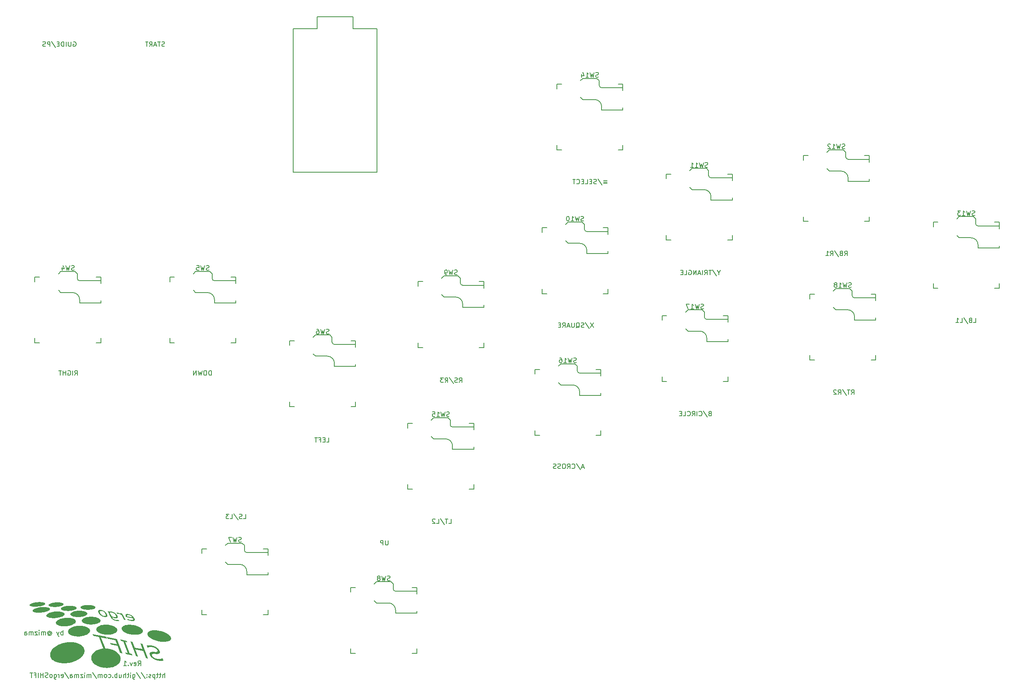
<source format=gbo>
G04 #@! TF.GenerationSoftware,KiCad,Pcbnew,7.0.9*
G04 #@! TF.CreationDate,2023-12-16T20:19:25+09:00*
G04 #@! TF.ProjectId,ergoSHIFT-rev1-kicad,6572676f-5348-4494-9654-2d726576312d,rev?*
G04 #@! TF.SameCoordinates,Original*
G04 #@! TF.FileFunction,Legend,Bot*
G04 #@! TF.FilePolarity,Positive*
%FSLAX46Y46*%
G04 Gerber Fmt 4.6, Leading zero omitted, Abs format (unit mm)*
G04 Created by KiCad (PCBNEW 7.0.9) date 2023-12-16 20:19:25*
%MOMM*%
%LPD*%
G01*
G04 APERTURE LIST*
%ADD10C,0.000000*%
%ADD11C,0.150000*%
%ADD12C,1.701800*%
%ADD13C,3.000000*%
%ADD14C,3.429000*%
%ADD15R,2.600000X2.600000*%
%ADD16C,2.032000*%
%ADD17C,1.524000*%
%ADD18C,1.800000*%
%ADD19R,1.600000X1.600000*%
%ADD20C,1.600000*%
%ADD21C,2.000000*%
G04 APERTURE END LIST*
D10*
G36*
X77787376Y-179897856D02*
G01*
X77887690Y-179901059D01*
X77986546Y-179906335D01*
X78083819Y-179913631D01*
X78179386Y-179922894D01*
X78273121Y-179934074D01*
X78364902Y-179947117D01*
X78454604Y-179961971D01*
X78542102Y-179978585D01*
X78627273Y-179996906D01*
X78709993Y-180016882D01*
X78790137Y-180038461D01*
X78867581Y-180061591D01*
X78942202Y-180086219D01*
X79013875Y-180112295D01*
X79082476Y-180139764D01*
X79147880Y-180168576D01*
X79209965Y-180198678D01*
X79268605Y-180230019D01*
X79323677Y-180262545D01*
X79375057Y-180296205D01*
X79422619Y-180330946D01*
X79466241Y-180366718D01*
X79505798Y-180403467D01*
X79541167Y-180441141D01*
X79572222Y-180479688D01*
X79598839Y-180519056D01*
X79620896Y-180559194D01*
X79638267Y-180600048D01*
X79650829Y-180641567D01*
X79658457Y-180683698D01*
X79661027Y-180726390D01*
X79658457Y-180769082D01*
X79650829Y-180811213D01*
X79638267Y-180852732D01*
X79620896Y-180893586D01*
X79598839Y-180933723D01*
X79572222Y-180973092D01*
X79505798Y-181049313D01*
X79422619Y-181121833D01*
X79323677Y-181190235D01*
X79209965Y-181254102D01*
X79082476Y-181313016D01*
X78942202Y-181366561D01*
X78790137Y-181414319D01*
X78627273Y-181455874D01*
X78454604Y-181490809D01*
X78273121Y-181518707D01*
X78083819Y-181539150D01*
X77887690Y-181551721D01*
X77685727Y-181556004D01*
X77584078Y-181554925D01*
X77483764Y-181551721D01*
X77384908Y-181546445D01*
X77287635Y-181539150D01*
X77192069Y-181529886D01*
X77098333Y-181518707D01*
X77006552Y-181505664D01*
X76916851Y-181490809D01*
X76829353Y-181474195D01*
X76744182Y-181455874D01*
X76661462Y-181435898D01*
X76581318Y-181414319D01*
X76503873Y-181391189D01*
X76429253Y-181366561D01*
X76357580Y-181340485D01*
X76288979Y-181313016D01*
X76223574Y-181284204D01*
X76161490Y-181254102D01*
X76102849Y-181222761D01*
X76047777Y-181190235D01*
X75996398Y-181156575D01*
X75948835Y-181121833D01*
X75905213Y-181086062D01*
X75865656Y-181049313D01*
X75830288Y-181011639D01*
X75799233Y-180973092D01*
X75772615Y-180933723D01*
X75750558Y-180893586D01*
X75733187Y-180852732D01*
X75720626Y-180811213D01*
X75712998Y-180769082D01*
X75710427Y-180726390D01*
X75712998Y-180683698D01*
X75720626Y-180641567D01*
X75733187Y-180600048D01*
X75750558Y-180559194D01*
X75772615Y-180519056D01*
X75799233Y-180479688D01*
X75865656Y-180403467D01*
X75948835Y-180330946D01*
X76047777Y-180262545D01*
X76161490Y-180198678D01*
X76288979Y-180139764D01*
X76429253Y-180086219D01*
X76581318Y-180038461D01*
X76744182Y-179996906D01*
X76916851Y-179961971D01*
X77098333Y-179934074D01*
X77287635Y-179913631D01*
X77483764Y-179901059D01*
X77685727Y-179896776D01*
X77787376Y-179897856D01*
G37*
G36*
X83328677Y-179882722D02*
G01*
X83335275Y-179914820D01*
X83339718Y-179945526D01*
X83342007Y-179974839D01*
X83342343Y-179988974D01*
X83342141Y-180002760D01*
X83341401Y-180016198D01*
X83340121Y-180029288D01*
X83338303Y-180042030D01*
X83335947Y-180054424D01*
X83333052Y-180066470D01*
X83329618Y-180078167D01*
X83325646Y-180089517D01*
X83321135Y-180100518D01*
X83316086Y-180111171D01*
X83310498Y-180121476D01*
X83304371Y-180131433D01*
X83297706Y-180141042D01*
X83282638Y-180158934D01*
X83265760Y-180175252D01*
X83247072Y-180189994D01*
X83226574Y-180203161D01*
X83204266Y-180214753D01*
X83180148Y-180224769D01*
X83154221Y-180233210D01*
X83126483Y-180240075D01*
X83096936Y-180245365D01*
X83065578Y-180249080D01*
X83032411Y-180251219D01*
X82997434Y-180251783D01*
X82960647Y-180250772D01*
X82922049Y-180248185D01*
X82881642Y-180244023D01*
X82839425Y-180238286D01*
X82788514Y-180229986D01*
X82739274Y-180220745D01*
X82691706Y-180210565D01*
X82645809Y-180199445D01*
X82601584Y-180187385D01*
X82559032Y-180174384D01*
X82518151Y-180160444D01*
X82478942Y-180145563D01*
X82439458Y-180129141D01*
X82398932Y-180111331D01*
X82357362Y-180092135D01*
X82314749Y-180071551D01*
X82271094Y-180049581D01*
X82226395Y-180026223D01*
X82180653Y-180001478D01*
X82133868Y-179975346D01*
X82197784Y-180103019D01*
X82208713Y-180124104D01*
X82220196Y-180144804D01*
X82232234Y-180165117D01*
X82244825Y-180185044D01*
X82257971Y-180204585D01*
X82271670Y-180223739D01*
X82285924Y-180242508D01*
X82300733Y-180260891D01*
X82308371Y-180269928D01*
X82316200Y-180278849D01*
X82324220Y-180287655D01*
X82332431Y-180296345D01*
X82340834Y-180304919D01*
X82349428Y-180313377D01*
X82358213Y-180321720D01*
X82367189Y-180329947D01*
X82376356Y-180338059D01*
X82385715Y-180346055D01*
X82395264Y-180353935D01*
X82405005Y-180361699D01*
X82425060Y-180376881D01*
X82445880Y-180391600D01*
X82467973Y-180406475D01*
X82491224Y-180420875D01*
X82515632Y-180434799D01*
X82541196Y-180448248D01*
X82567917Y-180461221D01*
X82595796Y-180473718D01*
X82624831Y-180485740D01*
X82655023Y-180497286D01*
X82686457Y-180508278D01*
X82719220Y-180518640D01*
X82753311Y-180528372D01*
X82788730Y-180537473D01*
X82825478Y-180545944D01*
X82863554Y-180553784D01*
X82902959Y-180560994D01*
X82943692Y-180567573D01*
X82986550Y-180573571D01*
X83028878Y-180578512D01*
X83070679Y-180582397D01*
X83111951Y-180585225D01*
X83152694Y-180586998D01*
X83192909Y-180587715D01*
X83232595Y-180587375D01*
X83271752Y-180585979D01*
X83309425Y-180584304D01*
X83344343Y-180582502D01*
X83376507Y-180580572D01*
X83405916Y-180578515D01*
X83432572Y-180576330D01*
X83456474Y-180574018D01*
X83477621Y-180571578D01*
X83496015Y-180569011D01*
X83513263Y-180571621D01*
X83633575Y-180811945D01*
X83601655Y-180813568D01*
X83569413Y-180814745D01*
X83536847Y-180815475D01*
X83503958Y-180815758D01*
X83470747Y-180815595D01*
X83437212Y-180814986D01*
X83403354Y-180813929D01*
X83369172Y-180812426D01*
X83334320Y-180810677D01*
X83298997Y-180808387D01*
X83263205Y-180805556D01*
X83226941Y-180802183D01*
X83190208Y-180798270D01*
X83153005Y-180793815D01*
X83115331Y-180788820D01*
X83077188Y-180783283D01*
X83020015Y-180774031D01*
X82964064Y-180763762D01*
X82909336Y-180752475D01*
X82855829Y-180740171D01*
X82803544Y-180726851D01*
X82752481Y-180712513D01*
X82702641Y-180697158D01*
X82654022Y-180680785D01*
X82606625Y-180663396D01*
X82560451Y-180644989D01*
X82515498Y-180625566D01*
X82471767Y-180605125D01*
X82429258Y-180583667D01*
X82387972Y-180561191D01*
X82347907Y-180537699D01*
X82309064Y-180513189D01*
X82271332Y-180487564D01*
X82234599Y-180460726D01*
X82198865Y-180432674D01*
X82164130Y-180403409D01*
X82130395Y-180372930D01*
X82097659Y-180341237D01*
X82065921Y-180308331D01*
X82035184Y-180274212D01*
X82005445Y-180238879D01*
X81976705Y-180202332D01*
X81948965Y-180164572D01*
X81922224Y-180125598D01*
X81896481Y-180085411D01*
X81871738Y-180044010D01*
X81847995Y-180001395D01*
X81825250Y-179957567D01*
X81355418Y-179019056D01*
X81655122Y-179019056D01*
X82036737Y-179781332D01*
X82036735Y-179781332D01*
X82074964Y-179802065D01*
X82113537Y-179822091D01*
X82152453Y-179841410D01*
X82191712Y-179860022D01*
X82231315Y-179877927D01*
X82271260Y-179895124D01*
X82311549Y-179911614D01*
X82352182Y-179927397D01*
X82392094Y-179941842D01*
X82431400Y-179955074D01*
X82470098Y-179967094D01*
X82508190Y-179977901D01*
X82545675Y-179987496D01*
X82582553Y-179995878D01*
X82618824Y-180003047D01*
X82654489Y-180009004D01*
X82686654Y-180013433D01*
X82717172Y-180016736D01*
X82746042Y-180018913D01*
X82773265Y-180019964D01*
X82786259Y-180020067D01*
X82798841Y-180019889D01*
X82811012Y-180019429D01*
X82822770Y-180018688D01*
X82834117Y-180017665D01*
X82845052Y-180016361D01*
X82855575Y-180014775D01*
X82865686Y-180012908D01*
X82875385Y-180010760D01*
X82884673Y-180008329D01*
X82893549Y-180005618D01*
X82902013Y-180002625D01*
X82910065Y-179999350D01*
X82917705Y-179995794D01*
X82924934Y-179991956D01*
X82931750Y-179987837D01*
X82938155Y-179983437D01*
X82944148Y-179978754D01*
X82949729Y-179973791D01*
X82954899Y-179968546D01*
X82959656Y-179963019D01*
X82964002Y-179957211D01*
X82967936Y-179951122D01*
X82971458Y-179944751D01*
X82977423Y-179931215D01*
X82982053Y-179916655D01*
X82985348Y-179901070D01*
X82987309Y-179884461D01*
X82987934Y-179866828D01*
X82987225Y-179848170D01*
X82985181Y-179828487D01*
X82981802Y-179807781D01*
X82977088Y-179786049D01*
X82971039Y-179763294D01*
X82963655Y-179739514D01*
X82954936Y-179714709D01*
X82944883Y-179688881D01*
X82933494Y-179662027D01*
X82920771Y-179634150D01*
X82906713Y-179605247D01*
X82890834Y-179574637D01*
X82874216Y-179544764D01*
X82856860Y-179515629D01*
X82838763Y-179487232D01*
X82819928Y-179459572D01*
X82800354Y-179432651D01*
X82780040Y-179406467D01*
X82758987Y-179381020D01*
X82737195Y-179356312D01*
X82714664Y-179332341D01*
X82691394Y-179309108D01*
X82667385Y-179286613D01*
X82642636Y-179264855D01*
X82617149Y-179243835D01*
X82590922Y-179223553D01*
X82563956Y-179204009D01*
X82536431Y-179185275D01*
X82508525Y-179167423D01*
X82480238Y-179150453D01*
X82451572Y-179134366D01*
X82422525Y-179119161D01*
X82393098Y-179104839D01*
X82363291Y-179091399D01*
X82333103Y-179078842D01*
X82302536Y-179067167D01*
X82271588Y-179056374D01*
X82240259Y-179046464D01*
X82208551Y-179037436D01*
X82176462Y-179029290D01*
X82143993Y-179022027D01*
X82111144Y-179015647D01*
X82077914Y-179010149D01*
X82050463Y-179006266D01*
X82023305Y-179002970D01*
X81996441Y-179000261D01*
X81969871Y-178998138D01*
X81943594Y-178996602D01*
X81917611Y-178995653D01*
X81891922Y-178995291D01*
X81866527Y-178995516D01*
X81840617Y-178996006D01*
X81814559Y-178997196D01*
X81788355Y-178999088D01*
X81762003Y-179001680D01*
X81735504Y-179004973D01*
X81708857Y-179008967D01*
X81682063Y-179013661D01*
X81655122Y-179019056D01*
X81355418Y-179019056D01*
X81204908Y-178718405D01*
X81508489Y-178764341D01*
X81559255Y-178827553D01*
X81584485Y-178820181D01*
X81609749Y-178813574D01*
X81635047Y-178807731D01*
X81660379Y-178802653D01*
X81685745Y-178798339D01*
X81711144Y-178794790D01*
X81736577Y-178792004D01*
X81762044Y-178789984D01*
X81787998Y-178788488D01*
X81816069Y-178788035D01*
X81846257Y-178788626D01*
X81878562Y-178790261D01*
X81912983Y-178792938D01*
X81949520Y-178796660D01*
X81988174Y-178801424D01*
X82028945Y-178807232D01*
X82069036Y-178814021D01*
X82109964Y-178822383D01*
X82151730Y-178832318D01*
X82194332Y-178843826D01*
X82237772Y-178856906D01*
X82282049Y-178871559D01*
X82327163Y-178887785D01*
X82373115Y-178905584D01*
X82418886Y-178924368D01*
X82463774Y-178944175D01*
X82507781Y-178965005D01*
X82550905Y-178986859D01*
X82593146Y-179009736D01*
X82634505Y-179033636D01*
X82674981Y-179058560D01*
X82714574Y-179084507D01*
X82756168Y-179113306D01*
X82796768Y-179143002D01*
X82836371Y-179173597D01*
X82874980Y-179205089D01*
X82912592Y-179237479D01*
X82949210Y-179270766D01*
X82984832Y-179304951D01*
X83019458Y-179340034D01*
X83036057Y-179357766D01*
X83052312Y-179375807D01*
X83068224Y-179394158D01*
X83083793Y-179412818D01*
X83099019Y-179431788D01*
X83113901Y-179451068D01*
X83128441Y-179470657D01*
X83142637Y-179490556D01*
X83156490Y-179510764D01*
X83170000Y-179531282D01*
X83183166Y-179552110D01*
X83195990Y-179573247D01*
X83220607Y-179616450D01*
X83243852Y-179660891D01*
X83263375Y-179701344D01*
X83280744Y-179740405D01*
X83295959Y-179778073D01*
X83309019Y-179814348D01*
X83319925Y-179849231D01*
X83324524Y-179866828D01*
X83328677Y-179882722D01*
G37*
G36*
X86463310Y-185253089D02*
G01*
X86921355Y-186458345D01*
X88607457Y-186789665D01*
X88149412Y-185584410D01*
X88598736Y-185672702D01*
X89766591Y-188745684D01*
X89317268Y-188657392D01*
X88745498Y-187152891D01*
X87059396Y-186821569D01*
X87631166Y-188326071D01*
X87181844Y-188237779D01*
X86013990Y-185164797D01*
X86463310Y-185253089D01*
G37*
G36*
X86138079Y-181612192D02*
G01*
X86364474Y-181632785D01*
X86595732Y-181664490D01*
X86711426Y-181684368D01*
X86825140Y-181706578D01*
X86936743Y-181731032D01*
X87046104Y-181757646D01*
X87153095Y-181786333D01*
X87257583Y-181817008D01*
X87359439Y-181849585D01*
X87458533Y-181883977D01*
X87554735Y-181920100D01*
X87647913Y-181957866D01*
X87737938Y-181997191D01*
X87824680Y-182037988D01*
X87908008Y-182080172D01*
X87987792Y-182123656D01*
X88063901Y-182168355D01*
X88136206Y-182214184D01*
X88204576Y-182261055D01*
X88268880Y-182308884D01*
X88328989Y-182357584D01*
X88384773Y-182407070D01*
X88436100Y-182457255D01*
X88482841Y-182508054D01*
X88524865Y-182559382D01*
X88562042Y-182611151D01*
X88594242Y-182663277D01*
X88621334Y-182715673D01*
X88643189Y-182768254D01*
X88659675Y-182820933D01*
X88670663Y-182873626D01*
X88676022Y-182926245D01*
X88675623Y-182978706D01*
X88669334Y-183030922D01*
X88657182Y-183082199D01*
X88639383Y-183131872D01*
X88616090Y-183179902D01*
X88587455Y-183226247D01*
X88553632Y-183270868D01*
X88514772Y-183313723D01*
X88422557Y-183393976D01*
X88312031Y-183466681D01*
X88184417Y-183531514D01*
X88040938Y-183588153D01*
X87882815Y-183636271D01*
X87711273Y-183675546D01*
X87527532Y-183705653D01*
X87332816Y-183726268D01*
X87128346Y-183737067D01*
X86915346Y-183737727D01*
X86695037Y-183727922D01*
X86468642Y-183707330D01*
X86237384Y-183675625D01*
X86121689Y-183655746D01*
X86007976Y-183633537D01*
X85896373Y-183609082D01*
X85787011Y-183582468D01*
X85680020Y-183553781D01*
X85575532Y-183523106D01*
X85473675Y-183490530D01*
X85374581Y-183456138D01*
X85278380Y-183420015D01*
X85185201Y-183382249D01*
X85095176Y-183342924D01*
X85008434Y-183302127D01*
X84925106Y-183259943D01*
X84845322Y-183216459D01*
X84769213Y-183171759D01*
X84696908Y-183125931D01*
X84628538Y-183079060D01*
X84564234Y-183031231D01*
X84504124Y-182982531D01*
X84448341Y-182933045D01*
X84397014Y-182882860D01*
X84350273Y-182832060D01*
X84308249Y-182780733D01*
X84271072Y-182728963D01*
X84238872Y-182676838D01*
X84211780Y-182624441D01*
X84189926Y-182571861D01*
X84173439Y-182519181D01*
X84162451Y-182466489D01*
X84157092Y-182413869D01*
X84157492Y-182361408D01*
X84163781Y-182309193D01*
X84175933Y-182257916D01*
X84193732Y-182208242D01*
X84217025Y-182160212D01*
X84245660Y-182113867D01*
X84279483Y-182069246D01*
X84318343Y-182026391D01*
X84410558Y-181946139D01*
X84521084Y-181873434D01*
X84648698Y-181808600D01*
X84792177Y-181751962D01*
X84950300Y-181703844D01*
X85121842Y-181664569D01*
X85305583Y-181634462D01*
X85500300Y-181613847D01*
X85704769Y-181603047D01*
X85917770Y-181602388D01*
X86138079Y-181612192D01*
G37*
G36*
X81137682Y-179573077D02*
G01*
X81143230Y-179606639D01*
X81145091Y-179622891D01*
X81146343Y-179638792D01*
X81146986Y-179654341D01*
X81147020Y-179669538D01*
X81146444Y-179684383D01*
X81145260Y-179698876D01*
X81143467Y-179713016D01*
X81141065Y-179726805D01*
X81138053Y-179740242D01*
X81134433Y-179753327D01*
X81130203Y-179766060D01*
X81125365Y-179778441D01*
X81119918Y-179790470D01*
X81113861Y-179802146D01*
X81107196Y-179813471D01*
X81099921Y-179824444D01*
X81092037Y-179835065D01*
X81083545Y-179845334D01*
X81064695Y-179864616D01*
X81043764Y-179882155D01*
X81020753Y-179897951D01*
X80995661Y-179912004D01*
X80968488Y-179924315D01*
X80939235Y-179934882D01*
X80907901Y-179943707D01*
X80874487Y-179950789D01*
X80838991Y-179956128D01*
X80801415Y-179959724D01*
X80761759Y-179961578D01*
X80720022Y-179961688D01*
X80676204Y-179960056D01*
X80630306Y-179956681D01*
X80582327Y-179951563D01*
X80532268Y-179944702D01*
X80481852Y-179936359D01*
X80431944Y-179926665D01*
X80382542Y-179915620D01*
X80333647Y-179903223D01*
X80285258Y-179889475D01*
X80237376Y-179874375D01*
X80190001Y-179857925D01*
X80143133Y-179840123D01*
X80096771Y-179820970D01*
X80050916Y-179800465D01*
X80005567Y-179778609D01*
X79960726Y-179755402D01*
X79916391Y-179730843D01*
X79872562Y-179704933D01*
X79829241Y-179677672D01*
X79786426Y-179649059D01*
X79744526Y-179619351D01*
X79703950Y-179588804D01*
X79664697Y-179557418D01*
X79626769Y-179525193D01*
X79590164Y-179492129D01*
X79554882Y-179458226D01*
X79520925Y-179423484D01*
X79488290Y-179387902D01*
X79456980Y-179351482D01*
X79426993Y-179314222D01*
X79398330Y-179276123D01*
X79370990Y-179237186D01*
X79344974Y-179197409D01*
X79320282Y-179156793D01*
X79296913Y-179115338D01*
X79274867Y-179073044D01*
X79254708Y-179031035D01*
X79236999Y-178990436D01*
X79221739Y-178951247D01*
X79208929Y-178913468D01*
X79198569Y-178877100D01*
X79191890Y-178847586D01*
X79524210Y-178847586D01*
X79525117Y-178869487D01*
X79527718Y-178892656D01*
X79532012Y-178917094D01*
X79538000Y-178942801D01*
X79545682Y-178969776D01*
X79555057Y-178998019D01*
X79566126Y-179027531D01*
X79578889Y-179058312D01*
X79593346Y-179090361D01*
X79609496Y-179123678D01*
X79626427Y-179156427D01*
X79644007Y-179188334D01*
X79662237Y-179219400D01*
X79681117Y-179249624D01*
X79700647Y-179279006D01*
X79720826Y-179307546D01*
X79741656Y-179335245D01*
X79763135Y-179362103D01*
X79785263Y-179388119D01*
X79808042Y-179413293D01*
X79831470Y-179437625D01*
X79855548Y-179461116D01*
X79880276Y-179483765D01*
X79905654Y-179505573D01*
X79931681Y-179526539D01*
X79958358Y-179546663D01*
X79985242Y-179565721D01*
X80012478Y-179583865D01*
X80040066Y-179601095D01*
X80068007Y-179617411D01*
X80096299Y-179632813D01*
X80124944Y-179647302D01*
X80153940Y-179660877D01*
X80183289Y-179673538D01*
X80212990Y-179685285D01*
X80243043Y-179696119D01*
X80273448Y-179706038D01*
X80304205Y-179715044D01*
X80335314Y-179723136D01*
X80366776Y-179730315D01*
X80398589Y-179736579D01*
X80430755Y-179741930D01*
X80462812Y-179746292D01*
X80493437Y-179749462D01*
X80522631Y-179751439D01*
X80550393Y-179752224D01*
X80576724Y-179751816D01*
X80601623Y-179750215D01*
X80613536Y-179748967D01*
X80625091Y-179747421D01*
X80636287Y-179745577D01*
X80647127Y-179743434D01*
X80657608Y-179740994D01*
X80667731Y-179738255D01*
X80677496Y-179735218D01*
X80686904Y-179731883D01*
X80695954Y-179728250D01*
X80704645Y-179724319D01*
X80712979Y-179720089D01*
X80720955Y-179715561D01*
X80728573Y-179710736D01*
X80735833Y-179705611D01*
X80742736Y-179700189D01*
X80749280Y-179694469D01*
X80755466Y-179688450D01*
X80761295Y-179682133D01*
X80766766Y-179675518D01*
X80771878Y-179668605D01*
X80780847Y-179653743D01*
X80788177Y-179637721D01*
X80793866Y-179620538D01*
X80797916Y-179602193D01*
X80800325Y-179582688D01*
X80801095Y-179562022D01*
X80800225Y-179540195D01*
X80797716Y-179517206D01*
X80793566Y-179493057D01*
X80787776Y-179467747D01*
X80780347Y-179441276D01*
X80771277Y-179413643D01*
X80760568Y-179384850D01*
X80748219Y-179354896D01*
X80734230Y-179323780D01*
X80718600Y-179291504D01*
X80701311Y-179258014D01*
X80683439Y-179225448D01*
X80664982Y-179193806D01*
X80645942Y-179163088D01*
X80626319Y-179133294D01*
X80606111Y-179104423D01*
X80585320Y-179076477D01*
X80563946Y-179049455D01*
X80541988Y-179023356D01*
X80519446Y-178998181D01*
X80496320Y-178973931D01*
X80472611Y-178950604D01*
X80448318Y-178928201D01*
X80423442Y-178906723D01*
X80397982Y-178886168D01*
X80371938Y-178866537D01*
X80345109Y-178847628D01*
X80317884Y-178829617D01*
X80290260Y-178812504D01*
X80262239Y-178796289D01*
X80233821Y-178780971D01*
X80205006Y-178766552D01*
X80175792Y-178753030D01*
X80146182Y-178740406D01*
X80116174Y-178728680D01*
X80085769Y-178717852D01*
X80054966Y-178707922D01*
X80023765Y-178698890D01*
X79992168Y-178690755D01*
X79960173Y-178683519D01*
X79927780Y-178677180D01*
X79894990Y-178671739D01*
X79863137Y-178667399D01*
X79832692Y-178664229D01*
X79803655Y-178662231D01*
X79776027Y-178661403D01*
X79749807Y-178661747D01*
X79724996Y-178663262D01*
X79701593Y-178665948D01*
X79690419Y-178667730D01*
X79679598Y-178669805D01*
X79669128Y-178672173D01*
X79659011Y-178674833D01*
X79649246Y-178677786D01*
X79639833Y-178681032D01*
X79630772Y-178684571D01*
X79622063Y-178688403D01*
X79613706Y-178692527D01*
X79605701Y-178696944D01*
X79598049Y-178701654D01*
X79590748Y-178706657D01*
X79583799Y-178711952D01*
X79577203Y-178717540D01*
X79570958Y-178723421D01*
X79565066Y-178729595D01*
X79559526Y-178736061D01*
X79554338Y-178742821D01*
X79545082Y-178757110D01*
X79537520Y-178772668D01*
X79531652Y-178789495D01*
X79527478Y-178807590D01*
X79524997Y-178826954D01*
X79524210Y-178847586D01*
X79191890Y-178847586D01*
X79190658Y-178842141D01*
X79185196Y-178808592D01*
X79183384Y-178792347D01*
X79182184Y-178776454D01*
X79181597Y-178760913D01*
X79181622Y-178745725D01*
X79182260Y-178730890D01*
X79183509Y-178716407D01*
X79185372Y-178702276D01*
X79187846Y-178688498D01*
X79190933Y-178675073D01*
X79194633Y-178662000D01*
X79198944Y-178649280D01*
X79203869Y-178636912D01*
X79209405Y-178624896D01*
X79215554Y-178613233D01*
X79222316Y-178601923D01*
X79229689Y-178590965D01*
X79237676Y-178580359D01*
X79246274Y-178570106D01*
X79265035Y-178550671D01*
X79285855Y-178532985D01*
X79308733Y-178517047D01*
X79333670Y-178502857D01*
X79360665Y-178490416D01*
X79389719Y-178479723D01*
X79420831Y-178470779D01*
X79454002Y-178463584D01*
X79489231Y-178458137D01*
X79526519Y-178454438D01*
X79565866Y-178452488D01*
X79607271Y-178452287D01*
X79650735Y-178453834D01*
X79696257Y-178457130D01*
X79743838Y-178462174D01*
X79793477Y-178468967D01*
X79844313Y-178477378D01*
X79894620Y-178487146D01*
X79944398Y-178498271D01*
X79993647Y-178510753D01*
X80042367Y-178524591D01*
X80090559Y-178539787D01*
X80138222Y-178556340D01*
X80185356Y-178574250D01*
X80231961Y-178593517D01*
X80278038Y-178614141D01*
X80323586Y-178636122D01*
X80368605Y-178659460D01*
X80413095Y-178684155D01*
X80457057Y-178710207D01*
X80500489Y-178737616D01*
X80543393Y-178766382D01*
X80585085Y-178796058D01*
X80625466Y-178826576D01*
X80664536Y-178857935D01*
X80702297Y-178890134D01*
X80738747Y-178923175D01*
X80773888Y-178957057D01*
X80807718Y-178991781D01*
X80840238Y-179027345D01*
X80871447Y-179063750D01*
X80901347Y-179100997D01*
X80929936Y-179139084D01*
X80957216Y-179178013D01*
X80983185Y-179217783D01*
X81007844Y-179258394D01*
X81031193Y-179299846D01*
X81053231Y-179342139D01*
X81073397Y-179384149D01*
X81091126Y-179424750D01*
X81106419Y-179463944D01*
X81119276Y-179501730D01*
X81129697Y-179538107D01*
X81135157Y-179562022D01*
X81137682Y-179573077D01*
G37*
G36*
X83114043Y-179017479D02*
G01*
X83143270Y-179018937D01*
X83168145Y-179020460D01*
X83188668Y-179022047D01*
X83198442Y-179022713D01*
X83209730Y-179023716D01*
X83236848Y-179026735D01*
X83270023Y-179031104D01*
X83309255Y-179036824D01*
X83347925Y-179043362D01*
X83387178Y-179051362D01*
X83427013Y-179060824D01*
X83467430Y-179071748D01*
X83508430Y-179084134D01*
X83550012Y-179097982D01*
X83592177Y-179113292D01*
X83634923Y-179130064D01*
X83678620Y-179148335D01*
X83724810Y-179168899D01*
X83773494Y-179191757D01*
X83824670Y-179216908D01*
X83878340Y-179244353D01*
X83934503Y-179274091D01*
X83993158Y-179306122D01*
X84054307Y-179340446D01*
X83950915Y-179133919D01*
X84275195Y-179182987D01*
X84975135Y-180581118D01*
X84650855Y-180532050D01*
X84153941Y-179539464D01*
X84112107Y-179515907D01*
X84070400Y-179493201D01*
X84028820Y-179471346D01*
X83987368Y-179450342D01*
X83946041Y-179430188D01*
X83904842Y-179410885D01*
X83863770Y-179392433D01*
X83822824Y-179374831D01*
X83782005Y-179358080D01*
X83741627Y-179342806D01*
X83701689Y-179329008D01*
X83662191Y-179316687D01*
X83623133Y-179305842D01*
X83584516Y-179296474D01*
X83546339Y-179288582D01*
X83508603Y-179282167D01*
X83463844Y-179275756D01*
X83442824Y-179273027D01*
X83422711Y-179270616D01*
X83403504Y-179268523D01*
X83385203Y-179266748D01*
X83367810Y-179265291D01*
X83351323Y-179264151D01*
X83334706Y-179262903D01*
X83318098Y-179261872D01*
X83301499Y-179261060D01*
X83284911Y-179260465D01*
X83268332Y-179260089D01*
X83251763Y-179259932D01*
X83235203Y-179259993D01*
X83218654Y-179260272D01*
X83201406Y-179257662D01*
X83080464Y-179016085D01*
X83114043Y-179017479D01*
G37*
G36*
X70684125Y-176847138D02*
G01*
X70831588Y-176853509D01*
X70972217Y-176864444D01*
X71105196Y-176879756D01*
X71229708Y-176899256D01*
X71344935Y-176922755D01*
X71398811Y-176935946D01*
X71450060Y-176950066D01*
X71498579Y-176965091D01*
X71544266Y-176980999D01*
X71587019Y-176997765D01*
X71626736Y-177015366D01*
X71663315Y-177033779D01*
X71696653Y-177052979D01*
X71726649Y-177072944D01*
X71753201Y-177093650D01*
X71776205Y-177115073D01*
X71795561Y-177137190D01*
X71811165Y-177159977D01*
X71822916Y-177183410D01*
X71830712Y-177207467D01*
X71834451Y-177232123D01*
X71834043Y-177257057D01*
X71829535Y-177281941D01*
X71821023Y-177306735D01*
X71808606Y-177331404D01*
X71772450Y-177380218D01*
X71721850Y-177428086D01*
X71657591Y-177474712D01*
X71580458Y-177519800D01*
X71491235Y-177563054D01*
X71390707Y-177604178D01*
X71279659Y-177642877D01*
X71158874Y-177678853D01*
X71029138Y-177711812D01*
X70891234Y-177741456D01*
X70745948Y-177767491D01*
X70594064Y-177789620D01*
X70436367Y-177807547D01*
X70273641Y-177820976D01*
X70110581Y-177829430D01*
X69951903Y-177832754D01*
X69798424Y-177831136D01*
X69650961Y-177824765D01*
X69510331Y-177813830D01*
X69377352Y-177798518D01*
X69252841Y-177779018D01*
X69137614Y-177755519D01*
X69083737Y-177742328D01*
X69032489Y-177728209D01*
X68983969Y-177713183D01*
X68938282Y-177697276D01*
X68895529Y-177680509D01*
X68855812Y-177662908D01*
X68819233Y-177644495D01*
X68785894Y-177625295D01*
X68755898Y-177605330D01*
X68729346Y-177584624D01*
X68706342Y-177563201D01*
X68686986Y-177541084D01*
X68671381Y-177518297D01*
X68659630Y-177494864D01*
X68651834Y-177470807D01*
X68648095Y-177446151D01*
X68648503Y-177421217D01*
X68653011Y-177396333D01*
X68661523Y-177371539D01*
X68673940Y-177346870D01*
X68710097Y-177298056D01*
X68760697Y-177250188D01*
X68824956Y-177203562D01*
X68902090Y-177158474D01*
X68991313Y-177115220D01*
X69091841Y-177074096D01*
X69202890Y-177035398D01*
X69323675Y-176999422D01*
X69453412Y-176966463D01*
X69591315Y-176936818D01*
X69736601Y-176910784D01*
X69888485Y-176888655D01*
X70046182Y-176870728D01*
X70208907Y-176857298D01*
X70371968Y-176848844D01*
X70530646Y-176845520D01*
X70684125Y-176847138D01*
G37*
G36*
X75324908Y-178631049D02*
G01*
X75414145Y-178633774D01*
X75501869Y-178638127D01*
X75587967Y-178644070D01*
X75672322Y-178651565D01*
X75754820Y-178660575D01*
X75835346Y-178671062D01*
X75913784Y-178682988D01*
X75990021Y-178696316D01*
X76063941Y-178711008D01*
X76135429Y-178727026D01*
X76204371Y-178744332D01*
X76270650Y-178762889D01*
X76334153Y-178782659D01*
X76394764Y-178803604D01*
X76452368Y-178825687D01*
X76506851Y-178848870D01*
X76558098Y-178873115D01*
X76605992Y-178898384D01*
X76650421Y-178924641D01*
X76691268Y-178951846D01*
X76728419Y-178979963D01*
X76761758Y-179008953D01*
X76791171Y-179038779D01*
X76816543Y-179069404D01*
X76837759Y-179100788D01*
X76854704Y-179132896D01*
X76867263Y-179165689D01*
X76875320Y-179199129D01*
X76878762Y-179233179D01*
X76877498Y-179267393D01*
X76871590Y-179301321D01*
X76861149Y-179334916D01*
X76846288Y-179368134D01*
X76827120Y-179400928D01*
X76803756Y-179433254D01*
X76744892Y-179496315D01*
X76670593Y-179556952D01*
X76581760Y-179614801D01*
X76479289Y-179669495D01*
X76364079Y-179720670D01*
X76237028Y-179767961D01*
X76099035Y-179811003D01*
X75950998Y-179849429D01*
X75793816Y-179882877D01*
X75628386Y-179910979D01*
X75455607Y-179933372D01*
X75276378Y-179949690D01*
X75091596Y-179959567D01*
X74998512Y-179961952D01*
X74906596Y-179962596D01*
X74815962Y-179961536D01*
X74726725Y-179958811D01*
X74639001Y-179954458D01*
X74552903Y-179948516D01*
X74468548Y-179941020D01*
X74386050Y-179932010D01*
X74305525Y-179921523D01*
X74227086Y-179909597D01*
X74150849Y-179896269D01*
X74076929Y-179881577D01*
X74005441Y-179865560D01*
X73936500Y-179848253D01*
X73870220Y-179829696D01*
X73806717Y-179809926D01*
X73746106Y-179788981D01*
X73688502Y-179766898D01*
X73634019Y-179743715D01*
X73582772Y-179719470D01*
X73534877Y-179694201D01*
X73490449Y-179667945D01*
X73449602Y-179640739D01*
X73412451Y-179612623D01*
X73379112Y-179583632D01*
X73349698Y-179553806D01*
X73324326Y-179523182D01*
X73303110Y-179491797D01*
X73286166Y-179459689D01*
X73273607Y-179426896D01*
X73265549Y-179393456D01*
X73262107Y-179359406D01*
X73263371Y-179325192D01*
X73269280Y-179291265D01*
X73279721Y-179257669D01*
X73294581Y-179224451D01*
X73313750Y-179191657D01*
X73337114Y-179159332D01*
X73395978Y-179096270D01*
X73470276Y-179035633D01*
X73559110Y-178977785D01*
X73661581Y-178923090D01*
X73776791Y-178871915D01*
X73903842Y-178824624D01*
X74041835Y-178781583D01*
X74189872Y-178743156D01*
X74347054Y-178709709D01*
X74512484Y-178681606D01*
X74685263Y-178659213D01*
X74864492Y-178642896D01*
X75049274Y-178633018D01*
X75142358Y-178630634D01*
X75234274Y-178629990D01*
X75324908Y-178631049D01*
G37*
G36*
X66880422Y-176798089D02*
G01*
X67027852Y-176804949D01*
X67167443Y-176816237D01*
X67298335Y-176831790D01*
X67419666Y-176851449D01*
X67530575Y-176875053D01*
X67581852Y-176888284D01*
X67630201Y-176902441D01*
X67675514Y-176917505D01*
X67717683Y-176933454D01*
X67756600Y-176950270D01*
X67792159Y-176967931D01*
X67824251Y-176986418D01*
X67852768Y-177005712D01*
X67877604Y-177025790D01*
X67898650Y-177046635D01*
X67915798Y-177068225D01*
X67928942Y-177090541D01*
X67937973Y-177113562D01*
X67942784Y-177137269D01*
X67943271Y-177161354D01*
X67939468Y-177185496D01*
X67931477Y-177209659D01*
X67919398Y-177233803D01*
X67883383Y-177281882D01*
X67832232Y-177329428D01*
X67766755Y-177376134D01*
X67687762Y-177421694D01*
X67596061Y-177465800D01*
X67492463Y-177508148D01*
X67377777Y-177548430D01*
X67252812Y-177586340D01*
X67118377Y-177621572D01*
X66975283Y-177653819D01*
X66824338Y-177682774D01*
X66666352Y-177708132D01*
X66502134Y-177729587D01*
X66332494Y-177746830D01*
X66162322Y-177759279D01*
X65996545Y-177766660D01*
X65836022Y-177769133D01*
X65681615Y-177766859D01*
X65534186Y-177759998D01*
X65394595Y-177748711D01*
X65263703Y-177733158D01*
X65142372Y-177713499D01*
X65031463Y-177689895D01*
X64980186Y-177676663D01*
X64931837Y-177662506D01*
X64886525Y-177647443D01*
X64844356Y-177631493D01*
X64805438Y-177614678D01*
X64769880Y-177597016D01*
X64737788Y-177578529D01*
X64709270Y-177559236D01*
X64684434Y-177539157D01*
X64663388Y-177518313D01*
X64646239Y-177496723D01*
X64633095Y-177474407D01*
X64624064Y-177451386D01*
X64619252Y-177427679D01*
X64618766Y-177403594D01*
X64622569Y-177379451D01*
X64630561Y-177355289D01*
X64642640Y-177331145D01*
X64678656Y-177283065D01*
X64729807Y-177235519D01*
X64795283Y-177188813D01*
X64874277Y-177143254D01*
X64965977Y-177099147D01*
X65069575Y-177056800D01*
X65184261Y-177016518D01*
X65309226Y-176978608D01*
X65443660Y-176943376D01*
X65586755Y-176911129D01*
X65737699Y-176882174D01*
X65895685Y-176856815D01*
X66059903Y-176835361D01*
X66229543Y-176818117D01*
X66399714Y-176805669D01*
X66565492Y-176798288D01*
X66726015Y-176795814D01*
X66880422Y-176798089D01*
G37*
G36*
X90055097Y-185951179D02*
G01*
X90127402Y-185953751D01*
X90202288Y-185958619D01*
X90279752Y-185965785D01*
X90359795Y-185975248D01*
X90442418Y-185987007D01*
X90527620Y-186001064D01*
X90615401Y-186017418D01*
X90683946Y-186031782D01*
X90751719Y-186047785D01*
X90818721Y-186065426D01*
X90884950Y-186084707D01*
X90950408Y-186105625D01*
X91015094Y-186128183D01*
X91079009Y-186152379D01*
X91142152Y-186178214D01*
X91204523Y-186205688D01*
X91266123Y-186234801D01*
X91326951Y-186265552D01*
X91387007Y-186297941D01*
X91446292Y-186331970D01*
X91504805Y-186367637D01*
X91562546Y-186404943D01*
X91619516Y-186443888D01*
X91674809Y-186483666D01*
X91727718Y-186523991D01*
X91778243Y-186564862D01*
X91826383Y-186606278D01*
X91872138Y-186648241D01*
X91915509Y-186690749D01*
X91956495Y-186733804D01*
X91995097Y-186777404D01*
X92031315Y-186821551D01*
X92065147Y-186866243D01*
X92096596Y-186911481D01*
X92125659Y-186957266D01*
X92152339Y-187003596D01*
X92176633Y-187050472D01*
X92198544Y-187097894D01*
X92218069Y-187145862D01*
X92233021Y-187187255D01*
X92245914Y-187227333D01*
X92256750Y-187266097D01*
X92265528Y-187303546D01*
X92272247Y-187339680D01*
X92276909Y-187374500D01*
X92279512Y-187408006D01*
X92280058Y-187440197D01*
X92278545Y-187471073D01*
X92274974Y-187500635D01*
X92272417Y-187514923D01*
X92269346Y-187528883D01*
X92265760Y-187542514D01*
X92261659Y-187555816D01*
X92257044Y-187568789D01*
X92251914Y-187581435D01*
X92246270Y-187593751D01*
X92240111Y-187605739D01*
X92233438Y-187617398D01*
X92226250Y-187628728D01*
X92218548Y-187639730D01*
X92210331Y-187650404D01*
X92191916Y-187670455D01*
X92171332Y-187689199D01*
X92148577Y-187706637D01*
X92123653Y-187722768D01*
X92096559Y-187737592D01*
X92067295Y-187751110D01*
X92035861Y-187763321D01*
X92002257Y-187774226D01*
X91966483Y-187783824D01*
X91928540Y-187792115D01*
X91888427Y-187799100D01*
X91846143Y-187804778D01*
X91801690Y-187809150D01*
X91755067Y-187812215D01*
X91706274Y-187813973D01*
X91655312Y-187814424D01*
X91553176Y-187812616D01*
X91453474Y-187809615D01*
X91356206Y-187805421D01*
X91261372Y-187800033D01*
X91214543Y-187797248D01*
X91168807Y-187795094D01*
X91124165Y-187793573D01*
X91080616Y-187792685D01*
X91038161Y-187792428D01*
X90996799Y-187792805D01*
X90956531Y-187793813D01*
X90917357Y-187795454D01*
X90892339Y-187796901D01*
X90868355Y-187798865D01*
X90845403Y-187801344D01*
X90823484Y-187804340D01*
X90802598Y-187807853D01*
X90782745Y-187811881D01*
X90763925Y-187816426D01*
X90746137Y-187821487D01*
X90729383Y-187827064D01*
X90713661Y-187833158D01*
X90698973Y-187839768D01*
X90685317Y-187846894D01*
X90672694Y-187854536D01*
X90661104Y-187862695D01*
X90650547Y-187871370D01*
X90641023Y-187880562D01*
X90632325Y-187890459D01*
X90624814Y-187901366D01*
X90618491Y-187913282D01*
X90613355Y-187926208D01*
X90609406Y-187940142D01*
X90606645Y-187955085D01*
X90605071Y-187971038D01*
X90604685Y-187988000D01*
X90605486Y-188005971D01*
X90607474Y-188024951D01*
X90610650Y-188044941D01*
X90615012Y-188065939D01*
X90620563Y-188087947D01*
X90627300Y-188110964D01*
X90635225Y-188134989D01*
X90644338Y-188160025D01*
X90656385Y-188189500D01*
X90669976Y-188218593D01*
X90685111Y-188247303D01*
X90701790Y-188275630D01*
X90720014Y-188303574D01*
X90739782Y-188331135D01*
X90761094Y-188358313D01*
X90783950Y-188385109D01*
X90808351Y-188411521D01*
X90834295Y-188437551D01*
X90861784Y-188463198D01*
X90890817Y-188488462D01*
X90921395Y-188513343D01*
X90953516Y-188537841D01*
X90987182Y-188561957D01*
X91022392Y-188585689D01*
X91058606Y-188608762D01*
X91095852Y-188631007D01*
X91134128Y-188652426D01*
X91173435Y-188673018D01*
X91213773Y-188692783D01*
X91255141Y-188711721D01*
X91297541Y-188729832D01*
X91340972Y-188747117D01*
X91385434Y-188763574D01*
X91430927Y-188779205D01*
X91477451Y-188794009D01*
X91525005Y-188807986D01*
X91573591Y-188821136D01*
X91623208Y-188833459D01*
X91673855Y-188844956D01*
X91725534Y-188855625D01*
X91799300Y-188868598D01*
X91873092Y-188878534D01*
X91946911Y-188885430D01*
X92020756Y-188889289D01*
X92094628Y-188890109D01*
X92168526Y-188887890D01*
X92242451Y-188882633D01*
X92316403Y-188874338D01*
X92352943Y-188869023D01*
X92388599Y-188862893D01*
X92423371Y-188855948D01*
X92457259Y-188848188D01*
X92490264Y-188839612D01*
X92522384Y-188830221D01*
X92553620Y-188820015D01*
X92583973Y-188808993D01*
X92613441Y-188797157D01*
X92642026Y-188784505D01*
X92669726Y-188771038D01*
X92696542Y-188756755D01*
X92722475Y-188741658D01*
X92747523Y-188725745D01*
X92771687Y-188709018D01*
X92794968Y-188691475D01*
X92826738Y-188697718D01*
X93021251Y-189209537D01*
X92957187Y-189224252D01*
X92892767Y-189237165D01*
X92827990Y-189248278D01*
X92762857Y-189257590D01*
X92697368Y-189265101D01*
X92631522Y-189270811D01*
X92565320Y-189274720D01*
X92498762Y-189276829D01*
X92429958Y-189276736D01*
X92358148Y-189274263D01*
X92283334Y-189269409D01*
X92205515Y-189262174D01*
X92124692Y-189252558D01*
X92040863Y-189240561D01*
X91954030Y-189226184D01*
X91864192Y-189209427D01*
X91780212Y-189191851D01*
X91698470Y-189172566D01*
X91618966Y-189151572D01*
X91541700Y-189128870D01*
X91466671Y-189104459D01*
X91393880Y-189078339D01*
X91323328Y-189050511D01*
X91255013Y-189020973D01*
X91187864Y-188989756D01*
X91121943Y-188957109D01*
X91057251Y-188923033D01*
X90993788Y-188887527D01*
X90931553Y-188850591D01*
X90870546Y-188812226D01*
X90810768Y-188772431D01*
X90752218Y-188731207D01*
X90725939Y-188711765D01*
X90700086Y-188692019D01*
X90674659Y-188671969D01*
X90649657Y-188651614D01*
X90625081Y-188630956D01*
X90600931Y-188609993D01*
X90577206Y-188588726D01*
X90553907Y-188567155D01*
X90531034Y-188545280D01*
X90508587Y-188523100D01*
X90486565Y-188500616D01*
X90464969Y-188477828D01*
X90443799Y-188454735D01*
X90423054Y-188431339D01*
X90402735Y-188407638D01*
X90382842Y-188383633D01*
X90363236Y-188359475D01*
X90344344Y-188335427D01*
X90326167Y-188311491D01*
X90308704Y-188287664D01*
X90291956Y-188263949D01*
X90275923Y-188240344D01*
X90260604Y-188216850D01*
X90246001Y-188193466D01*
X90232111Y-188170193D01*
X90218937Y-188147030D01*
X90206477Y-188123978D01*
X90194731Y-188101036D01*
X90183700Y-188078205D01*
X90173384Y-188055485D01*
X90163783Y-188032875D01*
X90154897Y-188010378D01*
X90140173Y-187969821D01*
X90127373Y-187930701D01*
X90116497Y-187893019D01*
X90107545Y-187856774D01*
X90100518Y-187821967D01*
X90095415Y-187788597D01*
X90092237Y-187756665D01*
X90090983Y-187726169D01*
X90091653Y-187697112D01*
X90092709Y-187683122D01*
X90094247Y-187669491D01*
X90096266Y-187656220D01*
X90098766Y-187643308D01*
X90101747Y-187630756D01*
X90105209Y-187618563D01*
X90109152Y-187606729D01*
X90113576Y-187595255D01*
X90118481Y-187584140D01*
X90123868Y-187573384D01*
X90129735Y-187562988D01*
X90136084Y-187552950D01*
X90142913Y-187543273D01*
X90150224Y-187533954D01*
X90166191Y-187516182D01*
X90183887Y-187499422D01*
X90203313Y-187483672D01*
X90224468Y-187468934D01*
X90247353Y-187455207D01*
X90271968Y-187442491D01*
X90298312Y-187430786D01*
X90326385Y-187420093D01*
X90356188Y-187410411D01*
X90387721Y-187401740D01*
X90420983Y-187394080D01*
X90455975Y-187387432D01*
X90492696Y-187381795D01*
X90531147Y-187377169D01*
X90571328Y-187373554D01*
X90613238Y-187370951D01*
X90656929Y-187369539D01*
X90703199Y-187368694D01*
X90803469Y-187368703D01*
X90914050Y-187370977D01*
X91034941Y-187375517D01*
X91153623Y-187380458D01*
X91257575Y-187383937D01*
X91346798Y-187385954D01*
X91421291Y-187386509D01*
X91452145Y-187385701D01*
X91481552Y-187384236D01*
X91509512Y-187382114D01*
X91536024Y-187379334D01*
X91561088Y-187375897D01*
X91584706Y-187371802D01*
X91606876Y-187367050D01*
X91627598Y-187361640D01*
X91646873Y-187355573D01*
X91664701Y-187348849D01*
X91681081Y-187341467D01*
X91688728Y-187337530D01*
X91696014Y-187333428D01*
X91702938Y-187329162D01*
X91709500Y-187324732D01*
X91715700Y-187320137D01*
X91721538Y-187315378D01*
X91727014Y-187310455D01*
X91732129Y-187305367D01*
X91736881Y-187300115D01*
X91741272Y-187294699D01*
X91749144Y-187283295D01*
X91755920Y-187271080D01*
X91761599Y-187258053D01*
X91766183Y-187244213D01*
X91769670Y-187229561D01*
X91772061Y-187214097D01*
X91773356Y-187197821D01*
X91773555Y-187180733D01*
X91772658Y-187162832D01*
X91770665Y-187144120D01*
X91767576Y-187124595D01*
X91763391Y-187104258D01*
X91758109Y-187083109D01*
X91751732Y-187061148D01*
X91744258Y-187038375D01*
X91735688Y-187014789D01*
X91724757Y-186988099D01*
X91712357Y-186961687D01*
X91698488Y-186935554D01*
X91683150Y-186909698D01*
X91666343Y-186884121D01*
X91648066Y-186858822D01*
X91628320Y-186833802D01*
X91607106Y-186809059D01*
X91584422Y-186784595D01*
X91560269Y-186760409D01*
X91534647Y-186736502D01*
X91507555Y-186712872D01*
X91478995Y-186689521D01*
X91448966Y-186666448D01*
X91417467Y-186643654D01*
X91384500Y-186621138D01*
X91350166Y-186599129D01*
X91315138Y-186577968D01*
X91279415Y-186557655D01*
X91242997Y-186538191D01*
X91205885Y-186519574D01*
X91168077Y-186501806D01*
X91129575Y-186484886D01*
X91090378Y-186468814D01*
X91050487Y-186453590D01*
X91009900Y-186439214D01*
X90968619Y-186425687D01*
X90926642Y-186413007D01*
X90883972Y-186401176D01*
X90840606Y-186390193D01*
X90796545Y-186380058D01*
X90751790Y-186370771D01*
X90670364Y-186356203D01*
X90590611Y-186344829D01*
X90512531Y-186336647D01*
X90436123Y-186331659D01*
X90398547Y-186330362D01*
X90361388Y-186329864D01*
X90324648Y-186330164D01*
X90288327Y-186331262D01*
X90252423Y-186333159D01*
X90216938Y-186335853D01*
X90181871Y-186339346D01*
X90147222Y-186343637D01*
X90112956Y-186348310D01*
X90079800Y-186353574D01*
X90047755Y-186359429D01*
X90016821Y-186365875D01*
X89986997Y-186372912D01*
X89958284Y-186380541D01*
X89930681Y-186388761D01*
X89904189Y-186397572D01*
X89878807Y-186406974D01*
X89854536Y-186416968D01*
X89831375Y-186427552D01*
X89809325Y-186438728D01*
X89788385Y-186450495D01*
X89768556Y-186462853D01*
X89749838Y-186475803D01*
X89732230Y-186489344D01*
X89700460Y-186483099D01*
X89516929Y-186000173D01*
X89566836Y-185989391D01*
X89619215Y-185979929D01*
X89674064Y-185971789D01*
X89731384Y-185964970D01*
X89791174Y-185959472D01*
X89853435Y-185955295D01*
X89918167Y-185952439D01*
X89985370Y-185950905D01*
X90055097Y-185951179D01*
G37*
G36*
X67753603Y-177839723D02*
G01*
X67917029Y-177846923D01*
X68071875Y-177859630D01*
X68217185Y-177877654D01*
X68352002Y-177900807D01*
X68415176Y-177914247D01*
X68475367Y-177928897D01*
X68532456Y-177944734D01*
X68586324Y-177961734D01*
X68636850Y-177979874D01*
X68683915Y-177999130D01*
X68727399Y-178019477D01*
X68767183Y-178040892D01*
X68803146Y-178063352D01*
X68835170Y-178086833D01*
X68863134Y-178111310D01*
X68886919Y-178136761D01*
X68906406Y-178163160D01*
X68921474Y-178190486D01*
X68932003Y-178218713D01*
X68937875Y-178247819D01*
X68938966Y-178277425D01*
X68935308Y-178307139D01*
X68927012Y-178336912D01*
X68914189Y-178366697D01*
X68896950Y-178396445D01*
X68875407Y-178426109D01*
X68819851Y-178484992D01*
X68748411Y-178542962D01*
X68661976Y-178599636D01*
X68561436Y-178654631D01*
X68447679Y-178707562D01*
X68321596Y-178758047D01*
X68184075Y-178805702D01*
X68036005Y-178850144D01*
X67878277Y-178890988D01*
X67711780Y-178927852D01*
X67537403Y-178960352D01*
X67356034Y-178988104D01*
X67168565Y-179010726D01*
X66980396Y-179027457D01*
X66796977Y-179037920D01*
X66619265Y-179042306D01*
X66448217Y-179040804D01*
X66284791Y-179033605D01*
X66129945Y-179020898D01*
X65984634Y-179002873D01*
X65849817Y-178979720D01*
X65786643Y-178966281D01*
X65726452Y-178951630D01*
X65669362Y-178935793D01*
X65615495Y-178918793D01*
X65564969Y-178900653D01*
X65517904Y-178881398D01*
X65474420Y-178861050D01*
X65434636Y-178839635D01*
X65398672Y-178817175D01*
X65366649Y-178793695D01*
X65338684Y-178769217D01*
X65314899Y-178743767D01*
X65295413Y-178717367D01*
X65280345Y-178690041D01*
X65269816Y-178661814D01*
X65263944Y-178632708D01*
X65262853Y-178603102D01*
X65266510Y-178573388D01*
X65274807Y-178543615D01*
X65287630Y-178513831D01*
X65304868Y-178484082D01*
X65326412Y-178454418D01*
X65381967Y-178395535D01*
X65453407Y-178337565D01*
X65539843Y-178280891D01*
X65640383Y-178225896D01*
X65754140Y-178172965D01*
X65880224Y-178122480D01*
X66017745Y-178074825D01*
X66165815Y-178030384D01*
X66323543Y-177989539D01*
X66490041Y-177952675D01*
X66664419Y-177920175D01*
X66845787Y-177892423D01*
X67033258Y-177869801D01*
X67221426Y-177853070D01*
X67404844Y-177842607D01*
X67582556Y-177838221D01*
X67753603Y-177839723D01*
G37*
G36*
X83150113Y-184602043D02*
G01*
X84317968Y-187675026D01*
X83868646Y-187586733D01*
X83306287Y-186106996D01*
X81838040Y-185818485D01*
X81700000Y-185455257D01*
X83168246Y-185743770D01*
X82838830Y-184876977D01*
X81130036Y-184541198D01*
X80991998Y-184177972D01*
X83150113Y-184602043D01*
G37*
G36*
X81055688Y-181588858D02*
G01*
X81170145Y-181595807D01*
X81282968Y-181605390D01*
X81394018Y-181617534D01*
X81503160Y-181632166D01*
X81610257Y-181649213D01*
X81715173Y-181668602D01*
X81817770Y-181690259D01*
X81917912Y-181714111D01*
X82015464Y-181740085D01*
X82110287Y-181768107D01*
X82202245Y-181798105D01*
X82291202Y-181830005D01*
X82377022Y-181863733D01*
X82459567Y-181899218D01*
X82538701Y-181936384D01*
X82614288Y-181975160D01*
X82686190Y-182015472D01*
X82754272Y-182057246D01*
X82818396Y-182100409D01*
X82878427Y-182144889D01*
X82934226Y-182190611D01*
X82985659Y-182237503D01*
X83032588Y-182285492D01*
X83074876Y-182334503D01*
X83112387Y-182384465D01*
X83144985Y-182435303D01*
X83172533Y-182486944D01*
X83194894Y-182539315D01*
X83211931Y-182592344D01*
X83223509Y-182645956D01*
X83229490Y-182700078D01*
X83229737Y-182754638D01*
X83224194Y-182808915D01*
X83212986Y-182862201D01*
X83196259Y-182914436D01*
X83174153Y-182965560D01*
X83146813Y-183015513D01*
X83114382Y-183064236D01*
X83077003Y-183111669D01*
X83034818Y-183157753D01*
X82936605Y-183245633D01*
X82820888Y-183327399D01*
X82688811Y-183402575D01*
X82541519Y-183470683D01*
X82380156Y-183531246D01*
X82205867Y-183583787D01*
X82019796Y-183627829D01*
X81823089Y-183662894D01*
X81616888Y-183688505D01*
X81402340Y-183704186D01*
X81180588Y-183709460D01*
X80952777Y-183703848D01*
X80838320Y-183696900D01*
X80725498Y-183687317D01*
X80614447Y-183675173D01*
X80505305Y-183660540D01*
X80398208Y-183643493D01*
X80293293Y-183624105D01*
X80190696Y-183602448D01*
X80090553Y-183578596D01*
X79993002Y-183552622D01*
X79898179Y-183524600D01*
X79806221Y-183494602D01*
X79717263Y-183462702D01*
X79631444Y-183428973D01*
X79548898Y-183393489D01*
X79469764Y-183356322D01*
X79394178Y-183317547D01*
X79322275Y-183277235D01*
X79254193Y-183235461D01*
X79190069Y-183192298D01*
X79130039Y-183147818D01*
X79074239Y-183102096D01*
X79022806Y-183055203D01*
X78975877Y-183007215D01*
X78933589Y-182958204D01*
X78896077Y-182908242D01*
X78863479Y-182857404D01*
X78835931Y-182805763D01*
X78813570Y-182753392D01*
X78796533Y-182700363D01*
X78784955Y-182646751D01*
X78778974Y-182592629D01*
X78778726Y-182538070D01*
X78784270Y-182483792D01*
X78795477Y-182430506D01*
X78812205Y-182378271D01*
X78834311Y-182327147D01*
X78861651Y-182277194D01*
X78894082Y-182228471D01*
X78931462Y-182181038D01*
X78973647Y-182134954D01*
X79071860Y-182047074D01*
X79187577Y-181965307D01*
X79319655Y-181890131D01*
X79466947Y-181822023D01*
X79628310Y-181761460D01*
X79802599Y-181708919D01*
X79988670Y-181664878D01*
X80185377Y-181629812D01*
X80391577Y-181604201D01*
X80606126Y-181588520D01*
X80827877Y-181583247D01*
X81055688Y-181588858D01*
G37*
G36*
X91342706Y-182776161D02*
G01*
X91579632Y-182791851D01*
X91824712Y-182819621D01*
X92076589Y-182859733D01*
X92333902Y-182912450D01*
X92462640Y-182943244D01*
X92589181Y-182976451D01*
X92713380Y-183011967D01*
X92835091Y-183049686D01*
X92954169Y-183089504D01*
X93070469Y-183131317D01*
X93183846Y-183175020D01*
X93294154Y-183220508D01*
X93401249Y-183267678D01*
X93504986Y-183316424D01*
X93605219Y-183366642D01*
X93701803Y-183418228D01*
X93794593Y-183471076D01*
X93883444Y-183525083D01*
X93968211Y-183580144D01*
X94048749Y-183636154D01*
X94124912Y-183693009D01*
X94196556Y-183750604D01*
X94263534Y-183808835D01*
X94325703Y-183867597D01*
X94382917Y-183926786D01*
X94435031Y-183986296D01*
X94481900Y-184046025D01*
X94523378Y-184105866D01*
X94559321Y-184165716D01*
X94589583Y-184225470D01*
X94614020Y-184285024D01*
X94632485Y-184344272D01*
X94644835Y-184403111D01*
X94650923Y-184461436D01*
X94650605Y-184519142D01*
X94643736Y-184576125D01*
X94630343Y-184631622D01*
X94610664Y-184684920D01*
X94584871Y-184735985D01*
X94553131Y-184784785D01*
X94515616Y-184831286D01*
X94472494Y-184875457D01*
X94370113Y-184956674D01*
X94247347Y-185028173D01*
X94105555Y-185089692D01*
X93946095Y-185140968D01*
X93770326Y-185181739D01*
X93579608Y-185211743D01*
X93375300Y-185230718D01*
X93158760Y-185238399D01*
X92931348Y-185234526D01*
X92694422Y-185218836D01*
X92449341Y-185191066D01*
X92197465Y-185150954D01*
X91940152Y-185098238D01*
X91811414Y-185067443D01*
X91684872Y-185034236D01*
X91560674Y-184998721D01*
X91438963Y-184961002D01*
X91319885Y-184921183D01*
X91203585Y-184879370D01*
X91090208Y-184835667D01*
X90979899Y-184790179D01*
X90872804Y-184743009D01*
X90769067Y-184694263D01*
X90668834Y-184644045D01*
X90572250Y-184592459D01*
X90479460Y-184539611D01*
X90390609Y-184485604D01*
X90305842Y-184430543D01*
X90225304Y-184374533D01*
X90149141Y-184317678D01*
X90077497Y-184260083D01*
X90010519Y-184201852D01*
X89948350Y-184143090D01*
X89891136Y-184083901D01*
X89839022Y-184024391D01*
X89792153Y-183964662D01*
X89750675Y-183904821D01*
X89714732Y-183844971D01*
X89684470Y-183785217D01*
X89660033Y-183725663D01*
X89641568Y-183666415D01*
X89629219Y-183607576D01*
X89623130Y-183549251D01*
X89623448Y-183491545D01*
X89630318Y-183434563D01*
X89643711Y-183379065D01*
X89663389Y-183325767D01*
X89689183Y-183274702D01*
X89720922Y-183225903D01*
X89758438Y-183179401D01*
X89801559Y-183135231D01*
X89903940Y-183054014D01*
X90026706Y-182982515D01*
X90168499Y-182920996D01*
X90327959Y-182869719D01*
X90503727Y-182828948D01*
X90694445Y-182798944D01*
X90898754Y-182779970D01*
X91115293Y-182772288D01*
X91342706Y-182776161D01*
G37*
G36*
X86744381Y-180024899D02*
G01*
X86772389Y-180064164D01*
X86798942Y-180104230D01*
X86824041Y-180145097D01*
X86847685Y-180186766D01*
X86869874Y-180229236D01*
X86890212Y-180271800D01*
X86907830Y-180312814D01*
X86922729Y-180352278D01*
X86929159Y-180371429D01*
X86934909Y-180390192D01*
X86939980Y-180408567D01*
X86944371Y-180426555D01*
X86948082Y-180444155D01*
X86951113Y-180461368D01*
X86953464Y-180478193D01*
X86955136Y-180494631D01*
X86956128Y-180510681D01*
X86956440Y-180526344D01*
X86956072Y-180541619D01*
X86955025Y-180556507D01*
X86953298Y-180571006D01*
X86950891Y-180585119D01*
X86947804Y-180598844D01*
X86944038Y-180612181D01*
X86939592Y-180625131D01*
X86934466Y-180637693D01*
X86928660Y-180649868D01*
X86922174Y-180661655D01*
X86915009Y-180673054D01*
X86907164Y-180684066D01*
X86898639Y-180694691D01*
X86889435Y-180704928D01*
X86879550Y-180714777D01*
X86868986Y-180724239D01*
X86845911Y-180741761D01*
X86820457Y-180757567D01*
X86792625Y-180771657D01*
X86762414Y-180784032D01*
X86729825Y-180794692D01*
X86694858Y-180803635D01*
X86657513Y-180810864D01*
X86617789Y-180816376D01*
X86575687Y-180820173D01*
X86531206Y-180822255D01*
X86484347Y-180822621D01*
X86435110Y-180821271D01*
X86383495Y-180818206D01*
X86329501Y-180813425D01*
X86273129Y-180806928D01*
X86214378Y-180798716D01*
X86167380Y-180791117D01*
X86120393Y-180782543D01*
X86073415Y-180772994D01*
X86026448Y-180762471D01*
X85979491Y-180750973D01*
X85932544Y-180738501D01*
X85885608Y-180725054D01*
X85838681Y-180710632D01*
X85744763Y-180679863D01*
X85650688Y-180647191D01*
X85556457Y-180612614D01*
X85462072Y-180576135D01*
X85333612Y-180319539D01*
X85350860Y-180322149D01*
X85380707Y-180339427D01*
X85414206Y-180357330D01*
X85451355Y-180375858D01*
X85492154Y-180395010D01*
X85536605Y-180414787D01*
X85584706Y-180435189D01*
X85636458Y-180456215D01*
X85691861Y-180477866D01*
X85748035Y-180498567D01*
X85803273Y-180517500D01*
X85857576Y-180534664D01*
X85910943Y-180550061D01*
X85963376Y-180563688D01*
X86014873Y-180575548D01*
X86065435Y-180585639D01*
X86115062Y-180593962D01*
X86151534Y-180599046D01*
X86186782Y-180603078D01*
X86220805Y-180606057D01*
X86253604Y-180607983D01*
X86285178Y-180608857D01*
X86315528Y-180608677D01*
X86344653Y-180607445D01*
X86372554Y-180605160D01*
X86385796Y-180603584D01*
X86398665Y-180601735D01*
X86411159Y-180599613D01*
X86423281Y-180597217D01*
X86435028Y-180594548D01*
X86446402Y-180591606D01*
X86457403Y-180588390D01*
X86468030Y-180584900D01*
X86478283Y-180581138D01*
X86488163Y-180577101D01*
X86497669Y-180572792D01*
X86506802Y-180568208D01*
X86515561Y-180563352D01*
X86523947Y-180558222D01*
X86531959Y-180552818D01*
X86539598Y-180547141D01*
X86547182Y-180541081D01*
X86554324Y-180534710D01*
X86561024Y-180528028D01*
X86567281Y-180521035D01*
X86573097Y-180513731D01*
X86578470Y-180506116D01*
X86583401Y-180498190D01*
X86587890Y-180489954D01*
X86591937Y-180481406D01*
X86595542Y-180472547D01*
X86598704Y-180463378D01*
X86601425Y-180453897D01*
X86603703Y-180444106D01*
X86605539Y-180434004D01*
X86606933Y-180423591D01*
X86607885Y-180412866D01*
X86608265Y-180401672D01*
X86608100Y-180390159D01*
X86607391Y-180378329D01*
X86606136Y-180366182D01*
X86604336Y-180353717D01*
X86601991Y-180340935D01*
X86599102Y-180327836D01*
X86595667Y-180314419D01*
X86591687Y-180300684D01*
X86587162Y-180286632D01*
X86582091Y-180272263D01*
X86576476Y-180257576D01*
X86570316Y-180242572D01*
X86563611Y-180227250D01*
X86556360Y-180211610D01*
X86548565Y-180195654D01*
X85128980Y-179980848D01*
X85065065Y-179853176D01*
X85047131Y-179815824D01*
X85031398Y-179779809D01*
X85017867Y-179745130D01*
X85006536Y-179711787D01*
X84997406Y-179679780D01*
X84995833Y-179672818D01*
X85305129Y-179672818D01*
X85305356Y-179689108D01*
X85306895Y-179706201D01*
X85309746Y-179724098D01*
X85313909Y-179742800D01*
X85319383Y-179762305D01*
X85326170Y-179782615D01*
X85334268Y-179803728D01*
X85343678Y-179825646D01*
X85354400Y-179848368D01*
X86458331Y-180015410D01*
X86444991Y-179994498D01*
X86430823Y-179973849D01*
X86415829Y-179953464D01*
X86400007Y-179933342D01*
X86383359Y-179913483D01*
X86365883Y-179893888D01*
X86347580Y-179874556D01*
X86328450Y-179855488D01*
X86308493Y-179836683D01*
X86287709Y-179818142D01*
X86266097Y-179799864D01*
X86243659Y-179781850D01*
X86220393Y-179764099D01*
X86196300Y-179746611D01*
X86171380Y-179729387D01*
X86145633Y-179712427D01*
X86119063Y-179695939D01*
X86092107Y-179680196D01*
X86064765Y-179665200D01*
X86037037Y-179650949D01*
X86008922Y-179637444D01*
X85980421Y-179624686D01*
X85951534Y-179612673D01*
X85922261Y-179601406D01*
X85892601Y-179590885D01*
X85862555Y-179581110D01*
X85832122Y-179572081D01*
X85801303Y-179563798D01*
X85770098Y-179556261D01*
X85738507Y-179549470D01*
X85706529Y-179543424D01*
X85674165Y-179538125D01*
X85642540Y-179533706D01*
X85612350Y-179530235D01*
X85583593Y-179527714D01*
X85556271Y-179526142D01*
X85530383Y-179525519D01*
X85505929Y-179525845D01*
X85482909Y-179527120D01*
X85461323Y-179529345D01*
X85441171Y-179532518D01*
X85422454Y-179536641D01*
X85413633Y-179539058D01*
X85405171Y-179541712D01*
X85397067Y-179544604D01*
X85389322Y-179547733D01*
X85381935Y-179551099D01*
X85374907Y-179554703D01*
X85368238Y-179558544D01*
X85361927Y-179562622D01*
X85355974Y-179566937D01*
X85350380Y-179571489D01*
X85345145Y-179576279D01*
X85340268Y-179581306D01*
X85331313Y-179591967D01*
X85323670Y-179603433D01*
X85317338Y-179615702D01*
X85312318Y-179628775D01*
X85308610Y-179642652D01*
X85306214Y-179657333D01*
X85305129Y-179672818D01*
X84995833Y-179672818D01*
X84990478Y-179649110D01*
X84987839Y-179634275D01*
X84985750Y-179619775D01*
X84984211Y-179605609D01*
X84983223Y-179591777D01*
X84982785Y-179578280D01*
X84982897Y-179565116D01*
X84983560Y-179552286D01*
X84984772Y-179539790D01*
X84986535Y-179527629D01*
X84988848Y-179515801D01*
X84991711Y-179504308D01*
X84995125Y-179493148D01*
X84999089Y-179482323D01*
X85003603Y-179471832D01*
X85008667Y-179461674D01*
X85014281Y-179451851D01*
X85020446Y-179442362D01*
X85027161Y-179433207D01*
X85034426Y-179424386D01*
X85042241Y-179415899D01*
X85059230Y-179399978D01*
X85078267Y-179385560D01*
X85099352Y-179372644D01*
X85122484Y-179361232D01*
X85147664Y-179351322D01*
X85174891Y-179342915D01*
X85204167Y-179336012D01*
X85235490Y-179330611D01*
X85268860Y-179326712D01*
X85304279Y-179324317D01*
X85341745Y-179323425D01*
X85381258Y-179324035D01*
X85422819Y-179326149D01*
X85466428Y-179329765D01*
X85512085Y-179334884D01*
X85559789Y-179341506D01*
X85612159Y-179350158D01*
X85664050Y-179360193D01*
X85715463Y-179371610D01*
X85766398Y-179384410D01*
X85816853Y-179398593D01*
X85866831Y-179414158D01*
X85916329Y-179431106D01*
X85965350Y-179449437D01*
X86013891Y-179469151D01*
X86061954Y-179490247D01*
X86109539Y-179512726D01*
X86156645Y-179536588D01*
X86203272Y-179561833D01*
X86249421Y-179588460D01*
X86295091Y-179616470D01*
X86340283Y-179645862D01*
X86384292Y-179676315D01*
X86426848Y-179707568D01*
X86467948Y-179739622D01*
X86507594Y-179772478D01*
X86545785Y-179806134D01*
X86582521Y-179840592D01*
X86617802Y-179875851D01*
X86651629Y-179911911D01*
X86684001Y-179948773D01*
X86714918Y-179986435D01*
X86737113Y-180015410D01*
X86744381Y-180024899D01*
G37*
G36*
X80864907Y-184152999D02*
G01*
X81002950Y-184516227D01*
X79795674Y-184278996D01*
X80825488Y-186988752D01*
X80376166Y-186900459D01*
X79346353Y-184190702D01*
X78139077Y-183953472D01*
X78001035Y-183590245D01*
X80864907Y-184152999D01*
G37*
G36*
X73250248Y-177570029D02*
G01*
X73410430Y-177575959D01*
X73564226Y-177587090D01*
X73710786Y-177603185D01*
X73849261Y-177624013D01*
X73978803Y-177649337D01*
X74039958Y-177663612D01*
X74098563Y-177678924D01*
X74154509Y-177695242D01*
X74207692Y-177712539D01*
X74258005Y-177730784D01*
X74305342Y-177749948D01*
X74349596Y-177770002D01*
X74390663Y-177790916D01*
X74428435Y-177812662D01*
X74462808Y-177835210D01*
X74493673Y-177858531D01*
X74520926Y-177882595D01*
X74544461Y-177907373D01*
X74564171Y-177932836D01*
X74579950Y-177958954D01*
X74591692Y-177985699D01*
X74599291Y-178013040D01*
X74602641Y-178040950D01*
X74601657Y-178069062D01*
X74596392Y-178097007D01*
X74586951Y-178124745D01*
X74573435Y-178152236D01*
X74555950Y-178179443D01*
X74534597Y-178206325D01*
X74480701Y-178258961D01*
X74412575Y-178309831D01*
X74331044Y-178358622D01*
X74236933Y-178405021D01*
X74131069Y-178448715D01*
X74014276Y-178489391D01*
X73887380Y-178526737D01*
X73751208Y-178560440D01*
X73606584Y-178590187D01*
X73454335Y-178615665D01*
X73295285Y-178636561D01*
X73130261Y-178652562D01*
X72960088Y-178663356D01*
X72789678Y-178668529D01*
X72623957Y-178668033D01*
X72463775Y-178662103D01*
X72309980Y-178650973D01*
X72163420Y-178634877D01*
X72024945Y-178614050D01*
X71895403Y-178588726D01*
X71834247Y-178574450D01*
X71775643Y-178559139D01*
X71719697Y-178542820D01*
X71666514Y-178525524D01*
X71616201Y-178507279D01*
X71568864Y-178488115D01*
X71524610Y-178468061D01*
X71483543Y-178447146D01*
X71445770Y-178425400D01*
X71411398Y-178402852D01*
X71380533Y-178379532D01*
X71353280Y-178355468D01*
X71329745Y-178330690D01*
X71310035Y-178305227D01*
X71294257Y-178279108D01*
X71282514Y-178252364D01*
X71274915Y-178225022D01*
X71271566Y-178197113D01*
X71272550Y-178169000D01*
X71277814Y-178141056D01*
X71287256Y-178113318D01*
X71300771Y-178085826D01*
X71318256Y-178058619D01*
X71339609Y-178031737D01*
X71393505Y-177979101D01*
X71461631Y-177928231D01*
X71543162Y-177879440D01*
X71637272Y-177833041D01*
X71743137Y-177789347D01*
X71859930Y-177748671D01*
X71986825Y-177711325D01*
X72122998Y-177677622D01*
X72267622Y-177647875D01*
X72419871Y-177622397D01*
X72578921Y-177601501D01*
X72743944Y-177585500D01*
X72914117Y-177574706D01*
X73084527Y-177569533D01*
X73250248Y-177570029D01*
G37*
G36*
X72774799Y-180119009D02*
G01*
X72876322Y-180122226D01*
X72975924Y-180127624D01*
X73073468Y-180135158D01*
X73168814Y-180144785D01*
X73261825Y-180156459D01*
X73352364Y-180170138D01*
X73440291Y-180185776D01*
X73525470Y-180203329D01*
X73607762Y-180222753D01*
X73687030Y-180244004D01*
X73763135Y-180267037D01*
X73835940Y-180291808D01*
X73905307Y-180318273D01*
X73971097Y-180346388D01*
X74033174Y-180376108D01*
X74091398Y-180407389D01*
X74145632Y-180440187D01*
X74195739Y-180474457D01*
X74241580Y-180510155D01*
X74283017Y-180547238D01*
X74319912Y-180585660D01*
X74352128Y-180625377D01*
X74379527Y-180666345D01*
X74401970Y-180708521D01*
X74419320Y-180751858D01*
X74431438Y-180796314D01*
X74438188Y-180841844D01*
X74439427Y-180887855D01*
X74435193Y-180933739D01*
X74425612Y-180979427D01*
X74410814Y-181024852D01*
X74390927Y-181069947D01*
X74366078Y-181114645D01*
X74302009Y-181202577D01*
X74219633Y-181288108D01*
X74119975Y-181370698D01*
X74004059Y-181449808D01*
X73872913Y-181524897D01*
X73727560Y-181595426D01*
X73569026Y-181660854D01*
X73398336Y-181720641D01*
X73216516Y-181774248D01*
X73024591Y-181821135D01*
X72823586Y-181860761D01*
X72614527Y-181892587D01*
X72398439Y-181916072D01*
X72289378Y-181924423D01*
X72181549Y-181930373D01*
X72075089Y-181933964D01*
X71970137Y-181935242D01*
X71866831Y-181934250D01*
X71765307Y-181931033D01*
X71665705Y-181925636D01*
X71568162Y-181918101D01*
X71472815Y-181908475D01*
X71379804Y-181896800D01*
X71289266Y-181883122D01*
X71201338Y-181867484D01*
X71116159Y-181849930D01*
X71033867Y-181830506D01*
X70954599Y-181809255D01*
X70878494Y-181786222D01*
X70805689Y-181761451D01*
X70736322Y-181734986D01*
X70670531Y-181706871D01*
X70608455Y-181677151D01*
X70550230Y-181645870D01*
X70495996Y-181613072D01*
X70445889Y-181578802D01*
X70400048Y-181543104D01*
X70358611Y-181506021D01*
X70321715Y-181467599D01*
X70289499Y-181427882D01*
X70262101Y-181386913D01*
X70239657Y-181344738D01*
X70222307Y-181301400D01*
X70210189Y-181256944D01*
X70203439Y-181211414D01*
X70202200Y-181165403D01*
X70206434Y-181119520D01*
X70216015Y-181073832D01*
X70230813Y-181028407D01*
X70250700Y-180983312D01*
X70275549Y-180938614D01*
X70339619Y-180850682D01*
X70421995Y-180765151D01*
X70521654Y-180682561D01*
X70637569Y-180603451D01*
X70768716Y-180528362D01*
X70914070Y-180457834D01*
X71072604Y-180392406D01*
X71243293Y-180332618D01*
X71425113Y-180279011D01*
X71617038Y-180232125D01*
X71818043Y-180192499D01*
X72027102Y-180160673D01*
X72243190Y-180137188D01*
X72352251Y-180128836D01*
X72460080Y-180122887D01*
X72566540Y-180119295D01*
X72671492Y-180118018D01*
X72774799Y-180119009D01*
G37*
G36*
X75405193Y-181820268D02*
G01*
X75520737Y-181824045D01*
X75634407Y-181830606D01*
X75746054Y-181839888D01*
X75855527Y-181851828D01*
X75962675Y-181866362D01*
X76067348Y-181883429D01*
X76169395Y-181902964D01*
X76268666Y-181924904D01*
X76365010Y-181949188D01*
X76458276Y-181975751D01*
X76548314Y-182004530D01*
X76634974Y-182035463D01*
X76718104Y-182068487D01*
X76797554Y-182103538D01*
X76873174Y-182140553D01*
X76944813Y-182179469D01*
X77012320Y-182220224D01*
X77075545Y-182262754D01*
X77134338Y-182306996D01*
X77188547Y-182352887D01*
X77238022Y-182400364D01*
X77282613Y-182449364D01*
X77322168Y-182499825D01*
X77356538Y-182551682D01*
X77385572Y-182604873D01*
X77409120Y-182659334D01*
X77427029Y-182715004D01*
X77439151Y-182771818D01*
X77445335Y-182829714D01*
X77445440Y-182887934D01*
X77439525Y-182945712D01*
X77427732Y-183002969D01*
X77410203Y-183059626D01*
X77387082Y-183115603D01*
X77358511Y-183170823D01*
X77324634Y-183225207D01*
X77285593Y-183278676D01*
X77192593Y-183382553D01*
X77080652Y-183481826D01*
X76950914Y-183575864D01*
X76804523Y-183664037D01*
X76642621Y-183745716D01*
X76466353Y-183820270D01*
X76276860Y-183887071D01*
X76075286Y-183945488D01*
X75862775Y-183994891D01*
X75640469Y-184034650D01*
X75409512Y-184064137D01*
X75171046Y-184082720D01*
X75050788Y-184087673D01*
X74931950Y-184089653D01*
X74814684Y-184088723D01*
X74699141Y-184084946D01*
X74585470Y-184078385D01*
X74473823Y-184069103D01*
X74364350Y-184057163D01*
X74257202Y-184042629D01*
X74152529Y-184025562D01*
X74050482Y-184006027D01*
X73951211Y-183984087D01*
X73854867Y-183959803D01*
X73761601Y-183933240D01*
X73671563Y-183904461D01*
X73584903Y-183873528D01*
X73501773Y-183840505D01*
X73422322Y-183805454D01*
X73346702Y-183768439D01*
X73275063Y-183729522D01*
X73207556Y-183688768D01*
X73144331Y-183646238D01*
X73085538Y-183601996D01*
X73031329Y-183556105D01*
X72981854Y-183508628D01*
X72937263Y-183459627D01*
X72897707Y-183409167D01*
X72863337Y-183357310D01*
X72834303Y-183304119D01*
X72810756Y-183249658D01*
X72792846Y-183193988D01*
X72780724Y-183137174D01*
X72774541Y-183079278D01*
X72774435Y-183021057D01*
X72780351Y-182963279D01*
X72792144Y-182906023D01*
X72809673Y-182849366D01*
X72832794Y-182793388D01*
X72861364Y-182738168D01*
X72895242Y-182683785D01*
X72934282Y-182630316D01*
X73027283Y-182526438D01*
X73139225Y-182427166D01*
X73268962Y-182333128D01*
X73415354Y-182244955D01*
X73577255Y-182163276D01*
X73753524Y-182088721D01*
X73943017Y-182021920D01*
X74144591Y-181963503D01*
X74357103Y-181914100D01*
X74579409Y-181874340D01*
X74810366Y-181844854D01*
X75048831Y-181826271D01*
X75169090Y-181821318D01*
X75287927Y-181819338D01*
X75405193Y-181820268D01*
G37*
G36*
X80955146Y-186664305D02*
G01*
X81116048Y-186677451D01*
X81274496Y-186695709D01*
X81430301Y-186718937D01*
X81583276Y-186746994D01*
X81733231Y-186779737D01*
X81879979Y-186817026D01*
X82023331Y-186858718D01*
X82163099Y-186904673D01*
X82299094Y-186954748D01*
X82431129Y-187008801D01*
X82559014Y-187066692D01*
X82682562Y-187128278D01*
X82801584Y-187193419D01*
X82915892Y-187261972D01*
X83025298Y-187333796D01*
X83129612Y-187408749D01*
X83228648Y-187486689D01*
X83322216Y-187567476D01*
X83410128Y-187650966D01*
X83492195Y-187737020D01*
X83568231Y-187825495D01*
X83638045Y-187916249D01*
X83701450Y-188009142D01*
X83758258Y-188104031D01*
X83808280Y-188200774D01*
X83851327Y-188299231D01*
X83887212Y-188399259D01*
X83915746Y-188500718D01*
X83936741Y-188603464D01*
X83950009Y-188707358D01*
X83955360Y-188812256D01*
X83952607Y-188918018D01*
X83941709Y-189023250D01*
X83922885Y-189126576D01*
X83896342Y-189227879D01*
X83862284Y-189327044D01*
X83820915Y-189423955D01*
X83772442Y-189518495D01*
X83717068Y-189610549D01*
X83655000Y-189700000D01*
X83586441Y-189786733D01*
X83511598Y-189870632D01*
X83343876Y-190029462D01*
X83153474Y-190175561D01*
X82942032Y-190308003D01*
X82711191Y-190425859D01*
X82462590Y-190528200D01*
X82197869Y-190614098D01*
X81918668Y-190682626D01*
X81626627Y-190732855D01*
X81323387Y-190763858D01*
X81010587Y-190774705D01*
X80689868Y-190764469D01*
X80528966Y-190751323D01*
X80370518Y-190733064D01*
X80214713Y-190709836D01*
X80061738Y-190681780D01*
X79911782Y-190649036D01*
X79765035Y-190611747D01*
X79621682Y-190570055D01*
X79481914Y-190524101D01*
X79345919Y-190474026D01*
X79213884Y-190419972D01*
X79085999Y-190362081D01*
X78962451Y-190300495D01*
X78843429Y-190235354D01*
X78729121Y-190166801D01*
X78619715Y-190094977D01*
X78515401Y-190020024D01*
X78416365Y-189942084D01*
X78322798Y-189861297D01*
X78234886Y-189777806D01*
X78152818Y-189691753D01*
X78076782Y-189603278D01*
X78006968Y-189512523D01*
X77943563Y-189419631D01*
X77886755Y-189324742D01*
X77836733Y-189227999D01*
X77793686Y-189129542D01*
X77757800Y-189029514D01*
X77729266Y-188928055D01*
X77708271Y-188825309D01*
X77695004Y-188721416D01*
X77689652Y-188616517D01*
X77692405Y-188510755D01*
X77703303Y-188405523D01*
X77722127Y-188302197D01*
X77748671Y-188200894D01*
X77782729Y-188101729D01*
X77824098Y-188004818D01*
X77872571Y-187910278D01*
X77927945Y-187818224D01*
X77990013Y-187728773D01*
X78058572Y-187642039D01*
X78133415Y-187558141D01*
X78301137Y-187399311D01*
X78491539Y-187253211D01*
X78702981Y-187120770D01*
X78933822Y-187002915D01*
X79182423Y-186900574D01*
X79447145Y-186814675D01*
X79726345Y-186746147D01*
X80018386Y-186695918D01*
X80321626Y-186664916D01*
X80634426Y-186654069D01*
X80955146Y-186664305D01*
G37*
G36*
X70621798Y-178782298D02*
G01*
X70800875Y-178789774D01*
X70971901Y-178803847D01*
X71133877Y-178824256D01*
X71211158Y-178836756D01*
X71285802Y-178850742D01*
X71357683Y-178866182D01*
X71426676Y-178883044D01*
X71492657Y-178901295D01*
X71555500Y-178920902D01*
X71615080Y-178941833D01*
X71671273Y-178964056D01*
X71723952Y-178987537D01*
X71772995Y-179012245D01*
X71818274Y-179038147D01*
X71859665Y-179065210D01*
X71897044Y-179093402D01*
X71930285Y-179122691D01*
X71959264Y-179153043D01*
X71983854Y-179184426D01*
X72003932Y-179216809D01*
X72019372Y-179250157D01*
X72030049Y-179284439D01*
X72035838Y-179319623D01*
X72036616Y-179355250D01*
X72032420Y-179390849D01*
X72023366Y-179426365D01*
X72009573Y-179461745D01*
X71991157Y-179496935D01*
X71968234Y-179531881D01*
X71909339Y-179600825D01*
X71833824Y-179668145D01*
X71742624Y-179733409D01*
X71636675Y-179796187D01*
X71516914Y-179856047D01*
X71384277Y-179912557D01*
X71239698Y-179965285D01*
X71084115Y-180013801D01*
X70918462Y-180057673D01*
X70743677Y-180096468D01*
X70560695Y-180129757D01*
X70370451Y-180157106D01*
X70173883Y-180178085D01*
X69976655Y-180191960D01*
X69784478Y-180198458D01*
X69598351Y-180197839D01*
X69419275Y-180190362D01*
X69248249Y-180176290D01*
X69086274Y-180155880D01*
X69008992Y-180143381D01*
X68934349Y-180129395D01*
X68862468Y-180113954D01*
X68793474Y-180097093D01*
X68727494Y-180078842D01*
X68664651Y-180059235D01*
X68605071Y-180038304D01*
X68548878Y-180016081D01*
X68496198Y-179992599D01*
X68447156Y-179967892D01*
X68401877Y-179941990D01*
X68360485Y-179914926D01*
X68323106Y-179886734D01*
X68289865Y-179857446D01*
X68260887Y-179827094D01*
X68236296Y-179795710D01*
X68216218Y-179763328D01*
X68200778Y-179729979D01*
X68190101Y-179695697D01*
X68184312Y-179660514D01*
X68183534Y-179624887D01*
X68187730Y-179589288D01*
X68196784Y-179553772D01*
X68210577Y-179518392D01*
X68228994Y-179483202D01*
X68251916Y-179448256D01*
X68310811Y-179379312D01*
X68386327Y-179311992D01*
X68477526Y-179246728D01*
X68583475Y-179183950D01*
X68703236Y-179124090D01*
X68835873Y-179067580D01*
X68980452Y-179014852D01*
X69136035Y-178966336D01*
X69301687Y-178922464D01*
X69476472Y-178883669D01*
X69659454Y-178850380D01*
X69849697Y-178823031D01*
X70046266Y-178802051D01*
X70243494Y-178788177D01*
X70435671Y-178781679D01*
X70621798Y-178782298D01*
G37*
G36*
X77183595Y-177402683D02*
G01*
X77340499Y-177410466D01*
X77491940Y-177423121D01*
X77637126Y-177440391D01*
X77775261Y-177462017D01*
X77905552Y-177487742D01*
X77967508Y-177502060D01*
X78027204Y-177517307D01*
X78084543Y-177533448D01*
X78139423Y-177550453D01*
X78191747Y-177568289D01*
X78241415Y-177586924D01*
X78288327Y-177606325D01*
X78332385Y-177626461D01*
X78373489Y-177647298D01*
X78411539Y-177668804D01*
X78446436Y-177690949D01*
X78478082Y-177713698D01*
X78506377Y-177737020D01*
X78531221Y-177760883D01*
X78552515Y-177785253D01*
X78570161Y-177810100D01*
X78584058Y-177835391D01*
X78594107Y-177861093D01*
X78600209Y-177887174D01*
X78602265Y-177913603D01*
X78600209Y-177940031D01*
X78594107Y-177966112D01*
X78584058Y-177991814D01*
X78570161Y-178017105D01*
X78531221Y-178066323D01*
X78478082Y-178113508D01*
X78411539Y-178158401D01*
X78332385Y-178200745D01*
X78241415Y-178240281D01*
X78139423Y-178276752D01*
X78027204Y-178309899D01*
X77905552Y-178339464D01*
X77775261Y-178365188D01*
X77637126Y-178386815D01*
X77491940Y-178404084D01*
X77340499Y-178416740D01*
X77183595Y-178424522D01*
X77022025Y-178427173D01*
X76860455Y-178424522D01*
X76703552Y-178416740D01*
X76552110Y-178404084D01*
X76406925Y-178386815D01*
X76268789Y-178365188D01*
X76138498Y-178339464D01*
X76076543Y-178325145D01*
X76016846Y-178309899D01*
X75959508Y-178293757D01*
X75904627Y-178276752D01*
X75852303Y-178258916D01*
X75802635Y-178240281D01*
X75755723Y-178220880D01*
X75711665Y-178200745D01*
X75670562Y-178179908D01*
X75632512Y-178158401D01*
X75597614Y-178136257D01*
X75565968Y-178113508D01*
X75537674Y-178090185D01*
X75512830Y-178066323D01*
X75491535Y-178041952D01*
X75473890Y-178017105D01*
X75459993Y-177991814D01*
X75449944Y-177966112D01*
X75443841Y-177940031D01*
X75441785Y-177913603D01*
X75443841Y-177887174D01*
X75449944Y-177861093D01*
X75459993Y-177835391D01*
X75473890Y-177810100D01*
X75512830Y-177760883D01*
X75565968Y-177713698D01*
X75632512Y-177668804D01*
X75711665Y-177626461D01*
X75802635Y-177586924D01*
X75904627Y-177550453D01*
X76016846Y-177517307D01*
X76138498Y-177487742D01*
X76268789Y-177462017D01*
X76406925Y-177440391D01*
X76552110Y-177423121D01*
X76703552Y-177410466D01*
X76860455Y-177402683D01*
X77022025Y-177400032D01*
X77183595Y-177402683D01*
G37*
G36*
X73471545Y-185300910D02*
G01*
X73643712Y-185308732D01*
X73812729Y-185321848D01*
X73978343Y-185340167D01*
X74140299Y-185363595D01*
X74298342Y-185392041D01*
X74452219Y-185425412D01*
X74601676Y-185463616D01*
X74746457Y-185506560D01*
X74886310Y-185554152D01*
X75020978Y-185606300D01*
X75150210Y-185662911D01*
X75273749Y-185723892D01*
X75391342Y-185789153D01*
X75502735Y-185858599D01*
X75607673Y-185932139D01*
X75705902Y-186009680D01*
X75797168Y-186091130D01*
X75881217Y-186176397D01*
X75957793Y-186265388D01*
X76026644Y-186358011D01*
X76087515Y-186454173D01*
X76140151Y-186553783D01*
X76184298Y-186656747D01*
X76219703Y-186762973D01*
X76246110Y-186872370D01*
X76263084Y-186983516D01*
X76270491Y-187094938D01*
X76268532Y-187206457D01*
X76257410Y-187317898D01*
X76237324Y-187429082D01*
X76208477Y-187539833D01*
X76171070Y-187649975D01*
X76125304Y-187759330D01*
X76071380Y-187867721D01*
X76009499Y-187974972D01*
X75939864Y-188080906D01*
X75862675Y-188185345D01*
X75686440Y-188389033D01*
X75482405Y-188584621D01*
X75252180Y-188770693D01*
X74997376Y-188945835D01*
X74719603Y-189108631D01*
X74420471Y-189257666D01*
X74101591Y-189391525D01*
X73764572Y-189508793D01*
X73411026Y-189608054D01*
X73042562Y-189687893D01*
X72855468Y-189719720D01*
X72669744Y-189745605D01*
X72485645Y-189765642D01*
X72303423Y-189779922D01*
X72123333Y-189788538D01*
X71945631Y-189791582D01*
X71770569Y-189789147D01*
X71598402Y-189781325D01*
X71429385Y-189768209D01*
X71263771Y-189749890D01*
X71101815Y-189726462D01*
X70943772Y-189698016D01*
X70789895Y-189664645D01*
X70640438Y-189626441D01*
X70495657Y-189583497D01*
X70355804Y-189535905D01*
X70221135Y-189483757D01*
X70091904Y-189427146D01*
X69968364Y-189366164D01*
X69850771Y-189300904D01*
X69739378Y-189231458D01*
X69634440Y-189157918D01*
X69536211Y-189080377D01*
X69444945Y-188998926D01*
X69360897Y-188913660D01*
X69284320Y-188824669D01*
X69215469Y-188732046D01*
X69154599Y-188635883D01*
X69101962Y-188536274D01*
X69057815Y-188433310D01*
X69022411Y-188327084D01*
X68996003Y-188217687D01*
X68979029Y-188106541D01*
X68971622Y-187995119D01*
X68973581Y-187883600D01*
X68984703Y-187772159D01*
X69004789Y-187660975D01*
X69033636Y-187550224D01*
X69071043Y-187440082D01*
X69116809Y-187330727D01*
X69170733Y-187222336D01*
X69232613Y-187115085D01*
X69302249Y-187009151D01*
X69379438Y-186904712D01*
X69555673Y-186701024D01*
X69759708Y-186505437D01*
X69989933Y-186319364D01*
X70244737Y-186144222D01*
X70522511Y-185981426D01*
X70821643Y-185832391D01*
X71140523Y-185698532D01*
X71477542Y-185581264D01*
X71831089Y-185482003D01*
X72199554Y-185402164D01*
X72386647Y-185370338D01*
X72572370Y-185344452D01*
X72756470Y-185324415D01*
X72938692Y-185310135D01*
X73118781Y-185301519D01*
X73296484Y-185298475D01*
X73471545Y-185300910D01*
G37*
G36*
X85249231Y-185014521D02*
G01*
X85368447Y-185328216D01*
X84925927Y-185241262D01*
X85855352Y-187686853D01*
X86297869Y-187773807D01*
X86417085Y-188087503D01*
X85082727Y-187825302D01*
X84963510Y-187511606D01*
X85406030Y-187598560D01*
X84476606Y-185152969D01*
X84034089Y-185066015D01*
X83914872Y-184752319D01*
X85249231Y-185014521D01*
G37*
D11*
X93251190Y-58712200D02*
X93108333Y-58759819D01*
X93108333Y-58759819D02*
X92870238Y-58759819D01*
X92870238Y-58759819D02*
X92775000Y-58712200D01*
X92775000Y-58712200D02*
X92727381Y-58664580D01*
X92727381Y-58664580D02*
X92679762Y-58569342D01*
X92679762Y-58569342D02*
X92679762Y-58474104D01*
X92679762Y-58474104D02*
X92727381Y-58378866D01*
X92727381Y-58378866D02*
X92775000Y-58331247D01*
X92775000Y-58331247D02*
X92870238Y-58283628D01*
X92870238Y-58283628D02*
X93060714Y-58236009D01*
X93060714Y-58236009D02*
X93155952Y-58188390D01*
X93155952Y-58188390D02*
X93203571Y-58140771D01*
X93203571Y-58140771D02*
X93251190Y-58045533D01*
X93251190Y-58045533D02*
X93251190Y-57950295D01*
X93251190Y-57950295D02*
X93203571Y-57855057D01*
X93203571Y-57855057D02*
X93155952Y-57807438D01*
X93155952Y-57807438D02*
X93060714Y-57759819D01*
X93060714Y-57759819D02*
X92822619Y-57759819D01*
X92822619Y-57759819D02*
X92679762Y-57807438D01*
X92394047Y-57759819D02*
X91822619Y-57759819D01*
X92108333Y-58759819D02*
X92108333Y-57759819D01*
X91536904Y-58474104D02*
X91060714Y-58474104D01*
X91632142Y-58759819D02*
X91298809Y-57759819D01*
X91298809Y-57759819D02*
X90965476Y-58759819D01*
X90060714Y-58759819D02*
X90394047Y-58283628D01*
X90632142Y-58759819D02*
X90632142Y-57759819D01*
X90632142Y-57759819D02*
X90251190Y-57759819D01*
X90251190Y-57759819D02*
X90155952Y-57807438D01*
X90155952Y-57807438D02*
X90108333Y-57855057D01*
X90108333Y-57855057D02*
X90060714Y-57950295D01*
X90060714Y-57950295D02*
X90060714Y-58093152D01*
X90060714Y-58093152D02*
X90108333Y-58188390D01*
X90108333Y-58188390D02*
X90155952Y-58236009D01*
X90155952Y-58236009D02*
X90251190Y-58283628D01*
X90251190Y-58283628D02*
X90632142Y-58283628D01*
X89774999Y-57759819D02*
X89203571Y-57759819D01*
X89489285Y-58759819D02*
X89489285Y-57759819D01*
X74193333Y-128609819D02*
X74526666Y-128133628D01*
X74764761Y-128609819D02*
X74764761Y-127609819D01*
X74764761Y-127609819D02*
X74383809Y-127609819D01*
X74383809Y-127609819D02*
X74288571Y-127657438D01*
X74288571Y-127657438D02*
X74240952Y-127705057D01*
X74240952Y-127705057D02*
X74193333Y-127800295D01*
X74193333Y-127800295D02*
X74193333Y-127943152D01*
X74193333Y-127943152D02*
X74240952Y-128038390D01*
X74240952Y-128038390D02*
X74288571Y-128086009D01*
X74288571Y-128086009D02*
X74383809Y-128133628D01*
X74383809Y-128133628D02*
X74764761Y-128133628D01*
X73764761Y-128609819D02*
X73764761Y-127609819D01*
X72764762Y-127657438D02*
X72860000Y-127609819D01*
X72860000Y-127609819D02*
X73002857Y-127609819D01*
X73002857Y-127609819D02*
X73145714Y-127657438D01*
X73145714Y-127657438D02*
X73240952Y-127752676D01*
X73240952Y-127752676D02*
X73288571Y-127847914D01*
X73288571Y-127847914D02*
X73336190Y-128038390D01*
X73336190Y-128038390D02*
X73336190Y-128181247D01*
X73336190Y-128181247D02*
X73288571Y-128371723D01*
X73288571Y-128371723D02*
X73240952Y-128466961D01*
X73240952Y-128466961D02*
X73145714Y-128562200D01*
X73145714Y-128562200D02*
X73002857Y-128609819D01*
X73002857Y-128609819D02*
X72907619Y-128609819D01*
X72907619Y-128609819D02*
X72764762Y-128562200D01*
X72764762Y-128562200D02*
X72717143Y-128514580D01*
X72717143Y-128514580D02*
X72717143Y-128181247D01*
X72717143Y-128181247D02*
X72907619Y-128181247D01*
X72288571Y-128609819D02*
X72288571Y-127609819D01*
X72288571Y-128086009D02*
X71717143Y-128086009D01*
X71717143Y-128609819D02*
X71717143Y-127609819D01*
X71383809Y-127609819D02*
X70812381Y-127609819D01*
X71098095Y-128609819D02*
X71098095Y-127609819D01*
X109991428Y-159089819D02*
X110467618Y-159089819D01*
X110467618Y-159089819D02*
X110467618Y-158089819D01*
X109705713Y-159042200D02*
X109562856Y-159089819D01*
X109562856Y-159089819D02*
X109324761Y-159089819D01*
X109324761Y-159089819D02*
X109229523Y-159042200D01*
X109229523Y-159042200D02*
X109181904Y-158994580D01*
X109181904Y-158994580D02*
X109134285Y-158899342D01*
X109134285Y-158899342D02*
X109134285Y-158804104D01*
X109134285Y-158804104D02*
X109181904Y-158708866D01*
X109181904Y-158708866D02*
X109229523Y-158661247D01*
X109229523Y-158661247D02*
X109324761Y-158613628D01*
X109324761Y-158613628D02*
X109515237Y-158566009D01*
X109515237Y-158566009D02*
X109610475Y-158518390D01*
X109610475Y-158518390D02*
X109658094Y-158470771D01*
X109658094Y-158470771D02*
X109705713Y-158375533D01*
X109705713Y-158375533D02*
X109705713Y-158280295D01*
X109705713Y-158280295D02*
X109658094Y-158185057D01*
X109658094Y-158185057D02*
X109610475Y-158137438D01*
X109610475Y-158137438D02*
X109515237Y-158089819D01*
X109515237Y-158089819D02*
X109277142Y-158089819D01*
X109277142Y-158089819D02*
X109134285Y-158137438D01*
X107991428Y-158042200D02*
X108848570Y-159327914D01*
X107181904Y-159089819D02*
X107658094Y-159089819D01*
X107658094Y-159089819D02*
X107658094Y-158089819D01*
X106943808Y-158089819D02*
X106324761Y-158089819D01*
X106324761Y-158089819D02*
X106658094Y-158470771D01*
X106658094Y-158470771D02*
X106515237Y-158470771D01*
X106515237Y-158470771D02*
X106419999Y-158518390D01*
X106419999Y-158518390D02*
X106372380Y-158566009D01*
X106372380Y-158566009D02*
X106324761Y-158661247D01*
X106324761Y-158661247D02*
X106324761Y-158899342D01*
X106324761Y-158899342D02*
X106372380Y-158994580D01*
X106372380Y-158994580D02*
X106419999Y-159042200D01*
X106419999Y-159042200D02*
X106515237Y-159089819D01*
X106515237Y-159089819D02*
X106800951Y-159089819D01*
X106800951Y-159089819D02*
X106896189Y-159042200D01*
X106896189Y-159042200D02*
X106943808Y-158994580D01*
X73907380Y-57807438D02*
X74002618Y-57759819D01*
X74002618Y-57759819D02*
X74145475Y-57759819D01*
X74145475Y-57759819D02*
X74288332Y-57807438D01*
X74288332Y-57807438D02*
X74383570Y-57902676D01*
X74383570Y-57902676D02*
X74431189Y-57997914D01*
X74431189Y-57997914D02*
X74478808Y-58188390D01*
X74478808Y-58188390D02*
X74478808Y-58331247D01*
X74478808Y-58331247D02*
X74431189Y-58521723D01*
X74431189Y-58521723D02*
X74383570Y-58616961D01*
X74383570Y-58616961D02*
X74288332Y-58712200D01*
X74288332Y-58712200D02*
X74145475Y-58759819D01*
X74145475Y-58759819D02*
X74050237Y-58759819D01*
X74050237Y-58759819D02*
X73907380Y-58712200D01*
X73907380Y-58712200D02*
X73859761Y-58664580D01*
X73859761Y-58664580D02*
X73859761Y-58331247D01*
X73859761Y-58331247D02*
X74050237Y-58331247D01*
X73431189Y-57759819D02*
X73431189Y-58569342D01*
X73431189Y-58569342D02*
X73383570Y-58664580D01*
X73383570Y-58664580D02*
X73335951Y-58712200D01*
X73335951Y-58712200D02*
X73240713Y-58759819D01*
X73240713Y-58759819D02*
X73050237Y-58759819D01*
X73050237Y-58759819D02*
X72954999Y-58712200D01*
X72954999Y-58712200D02*
X72907380Y-58664580D01*
X72907380Y-58664580D02*
X72859761Y-58569342D01*
X72859761Y-58569342D02*
X72859761Y-57759819D01*
X72383570Y-58759819D02*
X72383570Y-57759819D01*
X71907380Y-58759819D02*
X71907380Y-57759819D01*
X71907380Y-57759819D02*
X71669285Y-57759819D01*
X71669285Y-57759819D02*
X71526428Y-57807438D01*
X71526428Y-57807438D02*
X71431190Y-57902676D01*
X71431190Y-57902676D02*
X71383571Y-57997914D01*
X71383571Y-57997914D02*
X71335952Y-58188390D01*
X71335952Y-58188390D02*
X71335952Y-58331247D01*
X71335952Y-58331247D02*
X71383571Y-58521723D01*
X71383571Y-58521723D02*
X71431190Y-58616961D01*
X71431190Y-58616961D02*
X71526428Y-58712200D01*
X71526428Y-58712200D02*
X71669285Y-58759819D01*
X71669285Y-58759819D02*
X71907380Y-58759819D01*
X70907380Y-58236009D02*
X70574047Y-58236009D01*
X70431190Y-58759819D02*
X70907380Y-58759819D01*
X70907380Y-58759819D02*
X70907380Y-57759819D01*
X70907380Y-57759819D02*
X70431190Y-57759819D01*
X69288333Y-57712200D02*
X70145475Y-58997914D01*
X68954999Y-58759819D02*
X68954999Y-57759819D01*
X68954999Y-57759819D02*
X68574047Y-57759819D01*
X68574047Y-57759819D02*
X68478809Y-57807438D01*
X68478809Y-57807438D02*
X68431190Y-57855057D01*
X68431190Y-57855057D02*
X68383571Y-57950295D01*
X68383571Y-57950295D02*
X68383571Y-58093152D01*
X68383571Y-58093152D02*
X68431190Y-58188390D01*
X68431190Y-58188390D02*
X68478809Y-58236009D01*
X68478809Y-58236009D02*
X68574047Y-58283628D01*
X68574047Y-58283628D02*
X68954999Y-58283628D01*
X68002618Y-58712200D02*
X67859761Y-58759819D01*
X67859761Y-58759819D02*
X67621666Y-58759819D01*
X67621666Y-58759819D02*
X67526428Y-58712200D01*
X67526428Y-58712200D02*
X67478809Y-58664580D01*
X67478809Y-58664580D02*
X67431190Y-58569342D01*
X67431190Y-58569342D02*
X67431190Y-58474104D01*
X67431190Y-58474104D02*
X67478809Y-58378866D01*
X67478809Y-58378866D02*
X67526428Y-58331247D01*
X67526428Y-58331247D02*
X67621666Y-58283628D01*
X67621666Y-58283628D02*
X67812142Y-58236009D01*
X67812142Y-58236009D02*
X67907380Y-58188390D01*
X67907380Y-58188390D02*
X67954999Y-58140771D01*
X67954999Y-58140771D02*
X68002618Y-58045533D01*
X68002618Y-58045533D02*
X68002618Y-57950295D01*
X68002618Y-57950295D02*
X67954999Y-57855057D01*
X67954999Y-57855057D02*
X67907380Y-57807438D01*
X67907380Y-57807438D02*
X67812142Y-57759819D01*
X67812142Y-57759819D02*
X67574047Y-57759819D01*
X67574047Y-57759819D02*
X67431190Y-57807438D01*
X239023428Y-132673819D02*
X239356761Y-132197628D01*
X239594856Y-132673819D02*
X239594856Y-131673819D01*
X239594856Y-131673819D02*
X239213904Y-131673819D01*
X239213904Y-131673819D02*
X239118666Y-131721438D01*
X239118666Y-131721438D02*
X239071047Y-131769057D01*
X239071047Y-131769057D02*
X239023428Y-131864295D01*
X239023428Y-131864295D02*
X239023428Y-132007152D01*
X239023428Y-132007152D02*
X239071047Y-132102390D01*
X239071047Y-132102390D02*
X239118666Y-132150009D01*
X239118666Y-132150009D02*
X239213904Y-132197628D01*
X239213904Y-132197628D02*
X239594856Y-132197628D01*
X238737713Y-131673819D02*
X238166285Y-131673819D01*
X238451999Y-132673819D02*
X238451999Y-131673819D01*
X237118666Y-131626200D02*
X237975808Y-132911914D01*
X236213904Y-132673819D02*
X236547237Y-132197628D01*
X236785332Y-132673819D02*
X236785332Y-131673819D01*
X236785332Y-131673819D02*
X236404380Y-131673819D01*
X236404380Y-131673819D02*
X236309142Y-131721438D01*
X236309142Y-131721438D02*
X236261523Y-131769057D01*
X236261523Y-131769057D02*
X236213904Y-131864295D01*
X236213904Y-131864295D02*
X236213904Y-132007152D01*
X236213904Y-132007152D02*
X236261523Y-132102390D01*
X236261523Y-132102390D02*
X236309142Y-132150009D01*
X236309142Y-132150009D02*
X236404380Y-132197628D01*
X236404380Y-132197628D02*
X236785332Y-132197628D01*
X235832951Y-131769057D02*
X235785332Y-131721438D01*
X235785332Y-131721438D02*
X235690094Y-131673819D01*
X235690094Y-131673819D02*
X235451999Y-131673819D01*
X235451999Y-131673819D02*
X235356761Y-131721438D01*
X235356761Y-131721438D02*
X235309142Y-131769057D01*
X235309142Y-131769057D02*
X235261523Y-131864295D01*
X235261523Y-131864295D02*
X235261523Y-131959533D01*
X235261523Y-131959533D02*
X235309142Y-132102390D01*
X235309142Y-132102390D02*
X235880570Y-132673819D01*
X235880570Y-132673819D02*
X235261523Y-132673819D01*
X93277139Y-192809789D02*
X93277139Y-191809789D01*
X92848568Y-192809789D02*
X92848568Y-192285979D01*
X92848568Y-192285979D02*
X92896187Y-192190741D01*
X92896187Y-192190741D02*
X92991425Y-192143122D01*
X92991425Y-192143122D02*
X93134282Y-192143122D01*
X93134282Y-192143122D02*
X93229520Y-192190741D01*
X93229520Y-192190741D02*
X93277139Y-192238360D01*
X92515234Y-192143122D02*
X92134282Y-192143122D01*
X92372377Y-191809789D02*
X92372377Y-192666931D01*
X92372377Y-192666931D02*
X92324758Y-192762170D01*
X92324758Y-192762170D02*
X92229520Y-192809789D01*
X92229520Y-192809789D02*
X92134282Y-192809789D01*
X91943805Y-192143122D02*
X91562853Y-192143122D01*
X91800948Y-191809789D02*
X91800948Y-192666931D01*
X91800948Y-192666931D02*
X91753329Y-192762170D01*
X91753329Y-192762170D02*
X91658091Y-192809789D01*
X91658091Y-192809789D02*
X91562853Y-192809789D01*
X91229519Y-192143122D02*
X91229519Y-193143122D01*
X91229519Y-192190741D02*
X91134281Y-192143122D01*
X91134281Y-192143122D02*
X90943805Y-192143122D01*
X90943805Y-192143122D02*
X90848567Y-192190741D01*
X90848567Y-192190741D02*
X90800948Y-192238360D01*
X90800948Y-192238360D02*
X90753329Y-192333598D01*
X90753329Y-192333598D02*
X90753329Y-192619312D01*
X90753329Y-192619312D02*
X90800948Y-192714550D01*
X90800948Y-192714550D02*
X90848567Y-192762170D01*
X90848567Y-192762170D02*
X90943805Y-192809789D01*
X90943805Y-192809789D02*
X91134281Y-192809789D01*
X91134281Y-192809789D02*
X91229519Y-192762170D01*
X90372376Y-192762170D02*
X90277138Y-192809789D01*
X90277138Y-192809789D02*
X90086662Y-192809789D01*
X90086662Y-192809789D02*
X89991424Y-192762170D01*
X89991424Y-192762170D02*
X89943805Y-192666931D01*
X89943805Y-192666931D02*
X89943805Y-192619312D01*
X89943805Y-192619312D02*
X89991424Y-192524074D01*
X89991424Y-192524074D02*
X90086662Y-192476455D01*
X90086662Y-192476455D02*
X90229519Y-192476455D01*
X90229519Y-192476455D02*
X90324757Y-192428836D01*
X90324757Y-192428836D02*
X90372376Y-192333598D01*
X90372376Y-192333598D02*
X90372376Y-192285979D01*
X90372376Y-192285979D02*
X90324757Y-192190741D01*
X90324757Y-192190741D02*
X90229519Y-192143122D01*
X90229519Y-192143122D02*
X90086662Y-192143122D01*
X90086662Y-192143122D02*
X89991424Y-192190741D01*
X89515233Y-192714550D02*
X89467614Y-192762170D01*
X89467614Y-192762170D02*
X89515233Y-192809789D01*
X89515233Y-192809789D02*
X89562852Y-192762170D01*
X89562852Y-192762170D02*
X89515233Y-192714550D01*
X89515233Y-192714550D02*
X89515233Y-192809789D01*
X89515233Y-192190741D02*
X89467614Y-192238360D01*
X89467614Y-192238360D02*
X89515233Y-192285979D01*
X89515233Y-192285979D02*
X89562852Y-192238360D01*
X89562852Y-192238360D02*
X89515233Y-192190741D01*
X89515233Y-192190741D02*
X89515233Y-192285979D01*
X88324758Y-191762170D02*
X89181900Y-193047884D01*
X87277139Y-191762170D02*
X88134281Y-193047884D01*
X86515234Y-192143122D02*
X86515234Y-192952646D01*
X86515234Y-192952646D02*
X86562853Y-193047884D01*
X86562853Y-193047884D02*
X86610472Y-193095503D01*
X86610472Y-193095503D02*
X86705710Y-193143122D01*
X86705710Y-193143122D02*
X86848567Y-193143122D01*
X86848567Y-193143122D02*
X86943805Y-193095503D01*
X86515234Y-192762170D02*
X86610472Y-192809789D01*
X86610472Y-192809789D02*
X86800948Y-192809789D01*
X86800948Y-192809789D02*
X86896186Y-192762170D01*
X86896186Y-192762170D02*
X86943805Y-192714550D01*
X86943805Y-192714550D02*
X86991424Y-192619312D01*
X86991424Y-192619312D02*
X86991424Y-192333598D01*
X86991424Y-192333598D02*
X86943805Y-192238360D01*
X86943805Y-192238360D02*
X86896186Y-192190741D01*
X86896186Y-192190741D02*
X86800948Y-192143122D01*
X86800948Y-192143122D02*
X86610472Y-192143122D01*
X86610472Y-192143122D02*
X86515234Y-192190741D01*
X86039043Y-192809789D02*
X86039043Y-192143122D01*
X86039043Y-191809789D02*
X86086662Y-191857408D01*
X86086662Y-191857408D02*
X86039043Y-191905027D01*
X86039043Y-191905027D02*
X85991424Y-191857408D01*
X85991424Y-191857408D02*
X86039043Y-191809789D01*
X86039043Y-191809789D02*
X86039043Y-191905027D01*
X85705710Y-192143122D02*
X85324758Y-192143122D01*
X85562853Y-191809789D02*
X85562853Y-192666931D01*
X85562853Y-192666931D02*
X85515234Y-192762170D01*
X85515234Y-192762170D02*
X85419996Y-192809789D01*
X85419996Y-192809789D02*
X85324758Y-192809789D01*
X84991424Y-192809789D02*
X84991424Y-191809789D01*
X84562853Y-192809789D02*
X84562853Y-192285979D01*
X84562853Y-192285979D02*
X84610472Y-192190741D01*
X84610472Y-192190741D02*
X84705710Y-192143122D01*
X84705710Y-192143122D02*
X84848567Y-192143122D01*
X84848567Y-192143122D02*
X84943805Y-192190741D01*
X84943805Y-192190741D02*
X84991424Y-192238360D01*
X83658091Y-192143122D02*
X83658091Y-192809789D01*
X84086662Y-192143122D02*
X84086662Y-192666931D01*
X84086662Y-192666931D02*
X84039043Y-192762170D01*
X84039043Y-192762170D02*
X83943805Y-192809789D01*
X83943805Y-192809789D02*
X83800948Y-192809789D01*
X83800948Y-192809789D02*
X83705710Y-192762170D01*
X83705710Y-192762170D02*
X83658091Y-192714550D01*
X83181900Y-192809789D02*
X83181900Y-191809789D01*
X83181900Y-192190741D02*
X83086662Y-192143122D01*
X83086662Y-192143122D02*
X82896186Y-192143122D01*
X82896186Y-192143122D02*
X82800948Y-192190741D01*
X82800948Y-192190741D02*
X82753329Y-192238360D01*
X82753329Y-192238360D02*
X82705710Y-192333598D01*
X82705710Y-192333598D02*
X82705710Y-192619312D01*
X82705710Y-192619312D02*
X82753329Y-192714550D01*
X82753329Y-192714550D02*
X82800948Y-192762170D01*
X82800948Y-192762170D02*
X82896186Y-192809789D01*
X82896186Y-192809789D02*
X83086662Y-192809789D01*
X83086662Y-192809789D02*
X83181900Y-192762170D01*
X82277138Y-192714550D02*
X82229519Y-192762170D01*
X82229519Y-192762170D02*
X82277138Y-192809789D01*
X82277138Y-192809789D02*
X82324757Y-192762170D01*
X82324757Y-192762170D02*
X82277138Y-192714550D01*
X82277138Y-192714550D02*
X82277138Y-192809789D01*
X81372377Y-192762170D02*
X81467615Y-192809789D01*
X81467615Y-192809789D02*
X81658091Y-192809789D01*
X81658091Y-192809789D02*
X81753329Y-192762170D01*
X81753329Y-192762170D02*
X81800948Y-192714550D01*
X81800948Y-192714550D02*
X81848567Y-192619312D01*
X81848567Y-192619312D02*
X81848567Y-192333598D01*
X81848567Y-192333598D02*
X81800948Y-192238360D01*
X81800948Y-192238360D02*
X81753329Y-192190741D01*
X81753329Y-192190741D02*
X81658091Y-192143122D01*
X81658091Y-192143122D02*
X81467615Y-192143122D01*
X81467615Y-192143122D02*
X81372377Y-192190741D01*
X80800948Y-192809789D02*
X80896186Y-192762170D01*
X80896186Y-192762170D02*
X80943805Y-192714550D01*
X80943805Y-192714550D02*
X80991424Y-192619312D01*
X80991424Y-192619312D02*
X80991424Y-192333598D01*
X80991424Y-192333598D02*
X80943805Y-192238360D01*
X80943805Y-192238360D02*
X80896186Y-192190741D01*
X80896186Y-192190741D02*
X80800948Y-192143122D01*
X80800948Y-192143122D02*
X80658091Y-192143122D01*
X80658091Y-192143122D02*
X80562853Y-192190741D01*
X80562853Y-192190741D02*
X80515234Y-192238360D01*
X80515234Y-192238360D02*
X80467615Y-192333598D01*
X80467615Y-192333598D02*
X80467615Y-192619312D01*
X80467615Y-192619312D02*
X80515234Y-192714550D01*
X80515234Y-192714550D02*
X80562853Y-192762170D01*
X80562853Y-192762170D02*
X80658091Y-192809789D01*
X80658091Y-192809789D02*
X80800948Y-192809789D01*
X80039043Y-192809789D02*
X80039043Y-192143122D01*
X80039043Y-192238360D02*
X79991424Y-192190741D01*
X79991424Y-192190741D02*
X79896186Y-192143122D01*
X79896186Y-192143122D02*
X79753329Y-192143122D01*
X79753329Y-192143122D02*
X79658091Y-192190741D01*
X79658091Y-192190741D02*
X79610472Y-192285979D01*
X79610472Y-192285979D02*
X79610472Y-192809789D01*
X79610472Y-192285979D02*
X79562853Y-192190741D01*
X79562853Y-192190741D02*
X79467615Y-192143122D01*
X79467615Y-192143122D02*
X79324758Y-192143122D01*
X79324758Y-192143122D02*
X79229519Y-192190741D01*
X79229519Y-192190741D02*
X79181900Y-192285979D01*
X79181900Y-192285979D02*
X79181900Y-192809789D01*
X77991425Y-191762170D02*
X78848567Y-193047884D01*
X77658091Y-192809789D02*
X77658091Y-192143122D01*
X77658091Y-192238360D02*
X77610472Y-192190741D01*
X77610472Y-192190741D02*
X77515234Y-192143122D01*
X77515234Y-192143122D02*
X77372377Y-192143122D01*
X77372377Y-192143122D02*
X77277139Y-192190741D01*
X77277139Y-192190741D02*
X77229520Y-192285979D01*
X77229520Y-192285979D02*
X77229520Y-192809789D01*
X77229520Y-192285979D02*
X77181901Y-192190741D01*
X77181901Y-192190741D02*
X77086663Y-192143122D01*
X77086663Y-192143122D02*
X76943806Y-192143122D01*
X76943806Y-192143122D02*
X76848567Y-192190741D01*
X76848567Y-192190741D02*
X76800948Y-192285979D01*
X76800948Y-192285979D02*
X76800948Y-192809789D01*
X76324758Y-192809789D02*
X76324758Y-192143122D01*
X76324758Y-191809789D02*
X76372377Y-191857408D01*
X76372377Y-191857408D02*
X76324758Y-191905027D01*
X76324758Y-191905027D02*
X76277139Y-191857408D01*
X76277139Y-191857408D02*
X76324758Y-191809789D01*
X76324758Y-191809789D02*
X76324758Y-191905027D01*
X75943806Y-192143122D02*
X75419997Y-192143122D01*
X75419997Y-192143122D02*
X75943806Y-192809789D01*
X75943806Y-192809789D02*
X75419997Y-192809789D01*
X75039044Y-192809789D02*
X75039044Y-192143122D01*
X75039044Y-192238360D02*
X74991425Y-192190741D01*
X74991425Y-192190741D02*
X74896187Y-192143122D01*
X74896187Y-192143122D02*
X74753330Y-192143122D01*
X74753330Y-192143122D02*
X74658092Y-192190741D01*
X74658092Y-192190741D02*
X74610473Y-192285979D01*
X74610473Y-192285979D02*
X74610473Y-192809789D01*
X74610473Y-192285979D02*
X74562854Y-192190741D01*
X74562854Y-192190741D02*
X74467616Y-192143122D01*
X74467616Y-192143122D02*
X74324759Y-192143122D01*
X74324759Y-192143122D02*
X74229520Y-192190741D01*
X74229520Y-192190741D02*
X74181901Y-192285979D01*
X74181901Y-192285979D02*
X74181901Y-192809789D01*
X73277140Y-192809789D02*
X73277140Y-192285979D01*
X73277140Y-192285979D02*
X73324759Y-192190741D01*
X73324759Y-192190741D02*
X73419997Y-192143122D01*
X73419997Y-192143122D02*
X73610473Y-192143122D01*
X73610473Y-192143122D02*
X73705711Y-192190741D01*
X73277140Y-192762170D02*
X73372378Y-192809789D01*
X73372378Y-192809789D02*
X73610473Y-192809789D01*
X73610473Y-192809789D02*
X73705711Y-192762170D01*
X73705711Y-192762170D02*
X73753330Y-192666931D01*
X73753330Y-192666931D02*
X73753330Y-192571693D01*
X73753330Y-192571693D02*
X73705711Y-192476455D01*
X73705711Y-192476455D02*
X73610473Y-192428836D01*
X73610473Y-192428836D02*
X73372378Y-192428836D01*
X73372378Y-192428836D02*
X73277140Y-192381217D01*
X72086664Y-191762170D02*
X72943806Y-193047884D01*
X71372378Y-192762170D02*
X71467616Y-192809789D01*
X71467616Y-192809789D02*
X71658092Y-192809789D01*
X71658092Y-192809789D02*
X71753330Y-192762170D01*
X71753330Y-192762170D02*
X71800949Y-192666931D01*
X71800949Y-192666931D02*
X71800949Y-192285979D01*
X71800949Y-192285979D02*
X71753330Y-192190741D01*
X71753330Y-192190741D02*
X71658092Y-192143122D01*
X71658092Y-192143122D02*
X71467616Y-192143122D01*
X71467616Y-192143122D02*
X71372378Y-192190741D01*
X71372378Y-192190741D02*
X71324759Y-192285979D01*
X71324759Y-192285979D02*
X71324759Y-192381217D01*
X71324759Y-192381217D02*
X71800949Y-192476455D01*
X70896187Y-192809789D02*
X70896187Y-192143122D01*
X70896187Y-192333598D02*
X70848568Y-192238360D01*
X70848568Y-192238360D02*
X70800949Y-192190741D01*
X70800949Y-192190741D02*
X70705711Y-192143122D01*
X70705711Y-192143122D02*
X70610473Y-192143122D01*
X69848568Y-192143122D02*
X69848568Y-192952646D01*
X69848568Y-192952646D02*
X69896187Y-193047884D01*
X69896187Y-193047884D02*
X69943806Y-193095503D01*
X69943806Y-193095503D02*
X70039044Y-193143122D01*
X70039044Y-193143122D02*
X70181901Y-193143122D01*
X70181901Y-193143122D02*
X70277139Y-193095503D01*
X69848568Y-192762170D02*
X69943806Y-192809789D01*
X69943806Y-192809789D02*
X70134282Y-192809789D01*
X70134282Y-192809789D02*
X70229520Y-192762170D01*
X70229520Y-192762170D02*
X70277139Y-192714550D01*
X70277139Y-192714550D02*
X70324758Y-192619312D01*
X70324758Y-192619312D02*
X70324758Y-192333598D01*
X70324758Y-192333598D02*
X70277139Y-192238360D01*
X70277139Y-192238360D02*
X70229520Y-192190741D01*
X70229520Y-192190741D02*
X70134282Y-192143122D01*
X70134282Y-192143122D02*
X69943806Y-192143122D01*
X69943806Y-192143122D02*
X69848568Y-192190741D01*
X69229520Y-192809789D02*
X69324758Y-192762170D01*
X69324758Y-192762170D02*
X69372377Y-192714550D01*
X69372377Y-192714550D02*
X69419996Y-192619312D01*
X69419996Y-192619312D02*
X69419996Y-192333598D01*
X69419996Y-192333598D02*
X69372377Y-192238360D01*
X69372377Y-192238360D02*
X69324758Y-192190741D01*
X69324758Y-192190741D02*
X69229520Y-192143122D01*
X69229520Y-192143122D02*
X69086663Y-192143122D01*
X69086663Y-192143122D02*
X68991425Y-192190741D01*
X68991425Y-192190741D02*
X68943806Y-192238360D01*
X68943806Y-192238360D02*
X68896187Y-192333598D01*
X68896187Y-192333598D02*
X68896187Y-192619312D01*
X68896187Y-192619312D02*
X68943806Y-192714550D01*
X68943806Y-192714550D02*
X68991425Y-192762170D01*
X68991425Y-192762170D02*
X69086663Y-192809789D01*
X69086663Y-192809789D02*
X69229520Y-192809789D01*
X68515234Y-192762170D02*
X68372377Y-192809789D01*
X68372377Y-192809789D02*
X68134282Y-192809789D01*
X68134282Y-192809789D02*
X68039044Y-192762170D01*
X68039044Y-192762170D02*
X67991425Y-192714550D01*
X67991425Y-192714550D02*
X67943806Y-192619312D01*
X67943806Y-192619312D02*
X67943806Y-192524074D01*
X67943806Y-192524074D02*
X67991425Y-192428836D01*
X67991425Y-192428836D02*
X68039044Y-192381217D01*
X68039044Y-192381217D02*
X68134282Y-192333598D01*
X68134282Y-192333598D02*
X68324758Y-192285979D01*
X68324758Y-192285979D02*
X68419996Y-192238360D01*
X68419996Y-192238360D02*
X68467615Y-192190741D01*
X68467615Y-192190741D02*
X68515234Y-192095503D01*
X68515234Y-192095503D02*
X68515234Y-192000265D01*
X68515234Y-192000265D02*
X68467615Y-191905027D01*
X68467615Y-191905027D02*
X68419996Y-191857408D01*
X68419996Y-191857408D02*
X68324758Y-191809789D01*
X68324758Y-191809789D02*
X68086663Y-191809789D01*
X68086663Y-191809789D02*
X67943806Y-191857408D01*
X67515234Y-192809789D02*
X67515234Y-191809789D01*
X67515234Y-192285979D02*
X66943806Y-192285979D01*
X66943806Y-192809789D02*
X66943806Y-191809789D01*
X66467615Y-192809789D02*
X66467615Y-191809789D01*
X65658092Y-192285979D02*
X65991425Y-192285979D01*
X65991425Y-192809789D02*
X65991425Y-191809789D01*
X65991425Y-191809789D02*
X65515235Y-191809789D01*
X65277139Y-191809789D02*
X64705711Y-191809789D01*
X64991425Y-192809789D02*
X64991425Y-191809789D01*
X187175428Y-87874580D02*
X186413524Y-87874580D01*
X187175428Y-87588866D02*
X186413524Y-87588866D01*
X187175428Y-87303152D02*
X186413524Y-87303152D01*
X185223048Y-86922200D02*
X186080190Y-88207914D01*
X184937333Y-87922200D02*
X184794476Y-87969819D01*
X184794476Y-87969819D02*
X184556381Y-87969819D01*
X184556381Y-87969819D02*
X184461143Y-87922200D01*
X184461143Y-87922200D02*
X184413524Y-87874580D01*
X184413524Y-87874580D02*
X184365905Y-87779342D01*
X184365905Y-87779342D02*
X184365905Y-87684104D01*
X184365905Y-87684104D02*
X184413524Y-87588866D01*
X184413524Y-87588866D02*
X184461143Y-87541247D01*
X184461143Y-87541247D02*
X184556381Y-87493628D01*
X184556381Y-87493628D02*
X184746857Y-87446009D01*
X184746857Y-87446009D02*
X184842095Y-87398390D01*
X184842095Y-87398390D02*
X184889714Y-87350771D01*
X184889714Y-87350771D02*
X184937333Y-87255533D01*
X184937333Y-87255533D02*
X184937333Y-87160295D01*
X184937333Y-87160295D02*
X184889714Y-87065057D01*
X184889714Y-87065057D02*
X184842095Y-87017438D01*
X184842095Y-87017438D02*
X184746857Y-86969819D01*
X184746857Y-86969819D02*
X184508762Y-86969819D01*
X184508762Y-86969819D02*
X184365905Y-87017438D01*
X183937333Y-87446009D02*
X183604000Y-87446009D01*
X183461143Y-87969819D02*
X183937333Y-87969819D01*
X183937333Y-87969819D02*
X183937333Y-86969819D01*
X183937333Y-86969819D02*
X183461143Y-86969819D01*
X182556381Y-87969819D02*
X183032571Y-87969819D01*
X183032571Y-87969819D02*
X183032571Y-86969819D01*
X182223047Y-87446009D02*
X181889714Y-87446009D01*
X181746857Y-87969819D02*
X182223047Y-87969819D01*
X182223047Y-87969819D02*
X182223047Y-86969819D01*
X182223047Y-86969819D02*
X181746857Y-86969819D01*
X180746857Y-87874580D02*
X180794476Y-87922200D01*
X180794476Y-87922200D02*
X180937333Y-87969819D01*
X180937333Y-87969819D02*
X181032571Y-87969819D01*
X181032571Y-87969819D02*
X181175428Y-87922200D01*
X181175428Y-87922200D02*
X181270666Y-87826961D01*
X181270666Y-87826961D02*
X181318285Y-87731723D01*
X181318285Y-87731723D02*
X181365904Y-87541247D01*
X181365904Y-87541247D02*
X181365904Y-87398390D01*
X181365904Y-87398390D02*
X181318285Y-87207914D01*
X181318285Y-87207914D02*
X181270666Y-87112676D01*
X181270666Y-87112676D02*
X181175428Y-87017438D01*
X181175428Y-87017438D02*
X181032571Y-86969819D01*
X181032571Y-86969819D02*
X180937333Y-86969819D01*
X180937333Y-86969819D02*
X180794476Y-87017438D01*
X180794476Y-87017438D02*
X180746857Y-87065057D01*
X180461142Y-86969819D02*
X179889714Y-86969819D01*
X180175428Y-87969819D02*
X180175428Y-86969819D01*
X210924380Y-106797628D02*
X210924380Y-107273819D01*
X211257713Y-106273819D02*
X210924380Y-106797628D01*
X210924380Y-106797628D02*
X210591047Y-106273819D01*
X209543428Y-106226200D02*
X210400570Y-107511914D01*
X209352951Y-106273819D02*
X208781523Y-106273819D01*
X209067237Y-107273819D02*
X209067237Y-106273819D01*
X207876761Y-107273819D02*
X208210094Y-106797628D01*
X208448189Y-107273819D02*
X208448189Y-106273819D01*
X208448189Y-106273819D02*
X208067237Y-106273819D01*
X208067237Y-106273819D02*
X207971999Y-106321438D01*
X207971999Y-106321438D02*
X207924380Y-106369057D01*
X207924380Y-106369057D02*
X207876761Y-106464295D01*
X207876761Y-106464295D02*
X207876761Y-106607152D01*
X207876761Y-106607152D02*
X207924380Y-106702390D01*
X207924380Y-106702390D02*
X207971999Y-106750009D01*
X207971999Y-106750009D02*
X208067237Y-106797628D01*
X208067237Y-106797628D02*
X208448189Y-106797628D01*
X207448189Y-107273819D02*
X207448189Y-106273819D01*
X207019618Y-106988104D02*
X206543428Y-106988104D01*
X207114856Y-107273819D02*
X206781523Y-106273819D01*
X206781523Y-106273819D02*
X206448190Y-107273819D01*
X206114856Y-107273819D02*
X206114856Y-106273819D01*
X206114856Y-106273819D02*
X205543428Y-107273819D01*
X205543428Y-107273819D02*
X205543428Y-106273819D01*
X204543428Y-106321438D02*
X204638666Y-106273819D01*
X204638666Y-106273819D02*
X204781523Y-106273819D01*
X204781523Y-106273819D02*
X204924380Y-106321438D01*
X204924380Y-106321438D02*
X205019618Y-106416676D01*
X205019618Y-106416676D02*
X205067237Y-106511914D01*
X205067237Y-106511914D02*
X205114856Y-106702390D01*
X205114856Y-106702390D02*
X205114856Y-106845247D01*
X205114856Y-106845247D02*
X205067237Y-107035723D01*
X205067237Y-107035723D02*
X205019618Y-107130961D01*
X205019618Y-107130961D02*
X204924380Y-107226200D01*
X204924380Y-107226200D02*
X204781523Y-107273819D01*
X204781523Y-107273819D02*
X204686285Y-107273819D01*
X204686285Y-107273819D02*
X204543428Y-107226200D01*
X204543428Y-107226200D02*
X204495809Y-107178580D01*
X204495809Y-107178580D02*
X204495809Y-106845247D01*
X204495809Y-106845247D02*
X204686285Y-106845247D01*
X203591047Y-107273819D02*
X204067237Y-107273819D01*
X204067237Y-107273819D02*
X204067237Y-106273819D01*
X203257713Y-106750009D02*
X202924380Y-106750009D01*
X202781523Y-107273819D02*
X203257713Y-107273819D01*
X203257713Y-107273819D02*
X203257713Y-106273819D01*
X203257713Y-106273819D02*
X202781523Y-106273819D01*
X184317904Y-117449819D02*
X183651238Y-118449819D01*
X183651238Y-117449819D02*
X184317904Y-118449819D01*
X182556000Y-117402200D02*
X183413142Y-118687914D01*
X182270285Y-118402200D02*
X182127428Y-118449819D01*
X182127428Y-118449819D02*
X181889333Y-118449819D01*
X181889333Y-118449819D02*
X181794095Y-118402200D01*
X181794095Y-118402200D02*
X181746476Y-118354580D01*
X181746476Y-118354580D02*
X181698857Y-118259342D01*
X181698857Y-118259342D02*
X181698857Y-118164104D01*
X181698857Y-118164104D02*
X181746476Y-118068866D01*
X181746476Y-118068866D02*
X181794095Y-118021247D01*
X181794095Y-118021247D02*
X181889333Y-117973628D01*
X181889333Y-117973628D02*
X182079809Y-117926009D01*
X182079809Y-117926009D02*
X182175047Y-117878390D01*
X182175047Y-117878390D02*
X182222666Y-117830771D01*
X182222666Y-117830771D02*
X182270285Y-117735533D01*
X182270285Y-117735533D02*
X182270285Y-117640295D01*
X182270285Y-117640295D02*
X182222666Y-117545057D01*
X182222666Y-117545057D02*
X182175047Y-117497438D01*
X182175047Y-117497438D02*
X182079809Y-117449819D01*
X182079809Y-117449819D02*
X181841714Y-117449819D01*
X181841714Y-117449819D02*
X181698857Y-117497438D01*
X180603619Y-118545057D02*
X180698857Y-118497438D01*
X180698857Y-118497438D02*
X180794095Y-118402200D01*
X180794095Y-118402200D02*
X180936952Y-118259342D01*
X180936952Y-118259342D02*
X181032190Y-118211723D01*
X181032190Y-118211723D02*
X181127428Y-118211723D01*
X181079809Y-118449819D02*
X181175047Y-118402200D01*
X181175047Y-118402200D02*
X181270285Y-118306961D01*
X181270285Y-118306961D02*
X181317904Y-118116485D01*
X181317904Y-118116485D02*
X181317904Y-117783152D01*
X181317904Y-117783152D02*
X181270285Y-117592676D01*
X181270285Y-117592676D02*
X181175047Y-117497438D01*
X181175047Y-117497438D02*
X181079809Y-117449819D01*
X181079809Y-117449819D02*
X180889333Y-117449819D01*
X180889333Y-117449819D02*
X180794095Y-117497438D01*
X180794095Y-117497438D02*
X180698857Y-117592676D01*
X180698857Y-117592676D02*
X180651238Y-117783152D01*
X180651238Y-117783152D02*
X180651238Y-118116485D01*
X180651238Y-118116485D02*
X180698857Y-118306961D01*
X180698857Y-118306961D02*
X180794095Y-118402200D01*
X180794095Y-118402200D02*
X180889333Y-118449819D01*
X180889333Y-118449819D02*
X181079809Y-118449819D01*
X180222666Y-117449819D02*
X180222666Y-118259342D01*
X180222666Y-118259342D02*
X180175047Y-118354580D01*
X180175047Y-118354580D02*
X180127428Y-118402200D01*
X180127428Y-118402200D02*
X180032190Y-118449819D01*
X180032190Y-118449819D02*
X179841714Y-118449819D01*
X179841714Y-118449819D02*
X179746476Y-118402200D01*
X179746476Y-118402200D02*
X179698857Y-118354580D01*
X179698857Y-118354580D02*
X179651238Y-118259342D01*
X179651238Y-118259342D02*
X179651238Y-117449819D01*
X179222666Y-118164104D02*
X178746476Y-118164104D01*
X179317904Y-118449819D02*
X178984571Y-117449819D01*
X178984571Y-117449819D02*
X178651238Y-118449819D01*
X177746476Y-118449819D02*
X178079809Y-117973628D01*
X178317904Y-118449819D02*
X178317904Y-117449819D01*
X178317904Y-117449819D02*
X177936952Y-117449819D01*
X177936952Y-117449819D02*
X177841714Y-117497438D01*
X177841714Y-117497438D02*
X177794095Y-117545057D01*
X177794095Y-117545057D02*
X177746476Y-117640295D01*
X177746476Y-117640295D02*
X177746476Y-117783152D01*
X177746476Y-117783152D02*
X177794095Y-117878390D01*
X177794095Y-117878390D02*
X177841714Y-117926009D01*
X177841714Y-117926009D02*
X177936952Y-117973628D01*
X177936952Y-117973628D02*
X178317904Y-117973628D01*
X177317904Y-117926009D02*
X176984571Y-117926009D01*
X176841714Y-118449819D02*
X177317904Y-118449819D01*
X177317904Y-118449819D02*
X177317904Y-117449819D01*
X177317904Y-117449819D02*
X176841714Y-117449819D01*
X237618476Y-103209819D02*
X237951809Y-102733628D01*
X238189904Y-103209819D02*
X238189904Y-102209819D01*
X238189904Y-102209819D02*
X237808952Y-102209819D01*
X237808952Y-102209819D02*
X237713714Y-102257438D01*
X237713714Y-102257438D02*
X237666095Y-102305057D01*
X237666095Y-102305057D02*
X237618476Y-102400295D01*
X237618476Y-102400295D02*
X237618476Y-102543152D01*
X237618476Y-102543152D02*
X237666095Y-102638390D01*
X237666095Y-102638390D02*
X237713714Y-102686009D01*
X237713714Y-102686009D02*
X237808952Y-102733628D01*
X237808952Y-102733628D02*
X238189904Y-102733628D01*
X236856571Y-102686009D02*
X236713714Y-102733628D01*
X236713714Y-102733628D02*
X236666095Y-102781247D01*
X236666095Y-102781247D02*
X236618476Y-102876485D01*
X236618476Y-102876485D02*
X236618476Y-103019342D01*
X236618476Y-103019342D02*
X236666095Y-103114580D01*
X236666095Y-103114580D02*
X236713714Y-103162200D01*
X236713714Y-103162200D02*
X236808952Y-103209819D01*
X236808952Y-103209819D02*
X237189904Y-103209819D01*
X237189904Y-103209819D02*
X237189904Y-102209819D01*
X237189904Y-102209819D02*
X236856571Y-102209819D01*
X236856571Y-102209819D02*
X236761333Y-102257438D01*
X236761333Y-102257438D02*
X236713714Y-102305057D01*
X236713714Y-102305057D02*
X236666095Y-102400295D01*
X236666095Y-102400295D02*
X236666095Y-102495533D01*
X236666095Y-102495533D02*
X236713714Y-102590771D01*
X236713714Y-102590771D02*
X236761333Y-102638390D01*
X236761333Y-102638390D02*
X236856571Y-102686009D01*
X236856571Y-102686009D02*
X237189904Y-102686009D01*
X235475619Y-102162200D02*
X236332761Y-103447914D01*
X234570857Y-103209819D02*
X234904190Y-102733628D01*
X235142285Y-103209819D02*
X235142285Y-102209819D01*
X235142285Y-102209819D02*
X234761333Y-102209819D01*
X234761333Y-102209819D02*
X234666095Y-102257438D01*
X234666095Y-102257438D02*
X234618476Y-102305057D01*
X234618476Y-102305057D02*
X234570857Y-102400295D01*
X234570857Y-102400295D02*
X234570857Y-102543152D01*
X234570857Y-102543152D02*
X234618476Y-102638390D01*
X234618476Y-102638390D02*
X234666095Y-102686009D01*
X234666095Y-102686009D02*
X234761333Y-102733628D01*
X234761333Y-102733628D02*
X235142285Y-102733628D01*
X233618476Y-103209819D02*
X234189904Y-103209819D01*
X233904190Y-103209819D02*
X233904190Y-102209819D01*
X233904190Y-102209819D02*
X233999428Y-102352676D01*
X233999428Y-102352676D02*
X234094666Y-102447914D01*
X234094666Y-102447914D02*
X234189904Y-102495533D01*
X182270094Y-148136104D02*
X181793904Y-148136104D01*
X182365332Y-148421819D02*
X182031999Y-147421819D01*
X182031999Y-147421819D02*
X181698666Y-148421819D01*
X180651047Y-147374200D02*
X181508189Y-148659914D01*
X179746285Y-148326580D02*
X179793904Y-148374200D01*
X179793904Y-148374200D02*
X179936761Y-148421819D01*
X179936761Y-148421819D02*
X180031999Y-148421819D01*
X180031999Y-148421819D02*
X180174856Y-148374200D01*
X180174856Y-148374200D02*
X180270094Y-148278961D01*
X180270094Y-148278961D02*
X180317713Y-148183723D01*
X180317713Y-148183723D02*
X180365332Y-147993247D01*
X180365332Y-147993247D02*
X180365332Y-147850390D01*
X180365332Y-147850390D02*
X180317713Y-147659914D01*
X180317713Y-147659914D02*
X180270094Y-147564676D01*
X180270094Y-147564676D02*
X180174856Y-147469438D01*
X180174856Y-147469438D02*
X180031999Y-147421819D01*
X180031999Y-147421819D02*
X179936761Y-147421819D01*
X179936761Y-147421819D02*
X179793904Y-147469438D01*
X179793904Y-147469438D02*
X179746285Y-147517057D01*
X178746285Y-148421819D02*
X179079618Y-147945628D01*
X179317713Y-148421819D02*
X179317713Y-147421819D01*
X179317713Y-147421819D02*
X178936761Y-147421819D01*
X178936761Y-147421819D02*
X178841523Y-147469438D01*
X178841523Y-147469438D02*
X178793904Y-147517057D01*
X178793904Y-147517057D02*
X178746285Y-147612295D01*
X178746285Y-147612295D02*
X178746285Y-147755152D01*
X178746285Y-147755152D02*
X178793904Y-147850390D01*
X178793904Y-147850390D02*
X178841523Y-147898009D01*
X178841523Y-147898009D02*
X178936761Y-147945628D01*
X178936761Y-147945628D02*
X179317713Y-147945628D01*
X178127237Y-147421819D02*
X177936761Y-147421819D01*
X177936761Y-147421819D02*
X177841523Y-147469438D01*
X177841523Y-147469438D02*
X177746285Y-147564676D01*
X177746285Y-147564676D02*
X177698666Y-147755152D01*
X177698666Y-147755152D02*
X177698666Y-148088485D01*
X177698666Y-148088485D02*
X177746285Y-148278961D01*
X177746285Y-148278961D02*
X177841523Y-148374200D01*
X177841523Y-148374200D02*
X177936761Y-148421819D01*
X177936761Y-148421819D02*
X178127237Y-148421819D01*
X178127237Y-148421819D02*
X178222475Y-148374200D01*
X178222475Y-148374200D02*
X178317713Y-148278961D01*
X178317713Y-148278961D02*
X178365332Y-148088485D01*
X178365332Y-148088485D02*
X178365332Y-147755152D01*
X178365332Y-147755152D02*
X178317713Y-147564676D01*
X178317713Y-147564676D02*
X178222475Y-147469438D01*
X178222475Y-147469438D02*
X178127237Y-147421819D01*
X177317713Y-148374200D02*
X177174856Y-148421819D01*
X177174856Y-148421819D02*
X176936761Y-148421819D01*
X176936761Y-148421819D02*
X176841523Y-148374200D01*
X176841523Y-148374200D02*
X176793904Y-148326580D01*
X176793904Y-148326580D02*
X176746285Y-148231342D01*
X176746285Y-148231342D02*
X176746285Y-148136104D01*
X176746285Y-148136104D02*
X176793904Y-148040866D01*
X176793904Y-148040866D02*
X176841523Y-147993247D01*
X176841523Y-147993247D02*
X176936761Y-147945628D01*
X176936761Y-147945628D02*
X177127237Y-147898009D01*
X177127237Y-147898009D02*
X177222475Y-147850390D01*
X177222475Y-147850390D02*
X177270094Y-147802771D01*
X177270094Y-147802771D02*
X177317713Y-147707533D01*
X177317713Y-147707533D02*
X177317713Y-147612295D01*
X177317713Y-147612295D02*
X177270094Y-147517057D01*
X177270094Y-147517057D02*
X177222475Y-147469438D01*
X177222475Y-147469438D02*
X177127237Y-147421819D01*
X177127237Y-147421819D02*
X176889142Y-147421819D01*
X176889142Y-147421819D02*
X176746285Y-147469438D01*
X176365332Y-148374200D02*
X176222475Y-148421819D01*
X176222475Y-148421819D02*
X175984380Y-148421819D01*
X175984380Y-148421819D02*
X175889142Y-148374200D01*
X175889142Y-148374200D02*
X175841523Y-148326580D01*
X175841523Y-148326580D02*
X175793904Y-148231342D01*
X175793904Y-148231342D02*
X175793904Y-148136104D01*
X175793904Y-148136104D02*
X175841523Y-148040866D01*
X175841523Y-148040866D02*
X175889142Y-147993247D01*
X175889142Y-147993247D02*
X175984380Y-147945628D01*
X175984380Y-147945628D02*
X176174856Y-147898009D01*
X176174856Y-147898009D02*
X176270094Y-147850390D01*
X176270094Y-147850390D02*
X176317713Y-147802771D01*
X176317713Y-147802771D02*
X176365332Y-147707533D01*
X176365332Y-147707533D02*
X176365332Y-147612295D01*
X176365332Y-147612295D02*
X176317713Y-147517057D01*
X176317713Y-147517057D02*
X176270094Y-147469438D01*
X176270094Y-147469438D02*
X176174856Y-147421819D01*
X176174856Y-147421819D02*
X175936761Y-147421819D01*
X175936761Y-147421819D02*
X175793904Y-147469438D01*
X264955238Y-117433819D02*
X265431428Y-117433819D01*
X265431428Y-117433819D02*
X265431428Y-116433819D01*
X264288571Y-116910009D02*
X264145714Y-116957628D01*
X264145714Y-116957628D02*
X264098095Y-117005247D01*
X264098095Y-117005247D02*
X264050476Y-117100485D01*
X264050476Y-117100485D02*
X264050476Y-117243342D01*
X264050476Y-117243342D02*
X264098095Y-117338580D01*
X264098095Y-117338580D02*
X264145714Y-117386200D01*
X264145714Y-117386200D02*
X264240952Y-117433819D01*
X264240952Y-117433819D02*
X264621904Y-117433819D01*
X264621904Y-117433819D02*
X264621904Y-116433819D01*
X264621904Y-116433819D02*
X264288571Y-116433819D01*
X264288571Y-116433819D02*
X264193333Y-116481438D01*
X264193333Y-116481438D02*
X264145714Y-116529057D01*
X264145714Y-116529057D02*
X264098095Y-116624295D01*
X264098095Y-116624295D02*
X264098095Y-116719533D01*
X264098095Y-116719533D02*
X264145714Y-116814771D01*
X264145714Y-116814771D02*
X264193333Y-116862390D01*
X264193333Y-116862390D02*
X264288571Y-116910009D01*
X264288571Y-116910009D02*
X264621904Y-116910009D01*
X262907619Y-116386200D02*
X263764761Y-117671914D01*
X262098095Y-117433819D02*
X262574285Y-117433819D01*
X262574285Y-117433819D02*
X262574285Y-116433819D01*
X261240952Y-117433819D02*
X261812380Y-117433819D01*
X261526666Y-117433819D02*
X261526666Y-116433819D01*
X261526666Y-116433819D02*
X261621904Y-116576676D01*
X261621904Y-116576676D02*
X261717142Y-116671914D01*
X261717142Y-116671914D02*
X261812380Y-116719533D01*
X103188951Y-128609819D02*
X103188951Y-127609819D01*
X103188951Y-127609819D02*
X102950856Y-127609819D01*
X102950856Y-127609819D02*
X102807999Y-127657438D01*
X102807999Y-127657438D02*
X102712761Y-127752676D01*
X102712761Y-127752676D02*
X102665142Y-127847914D01*
X102665142Y-127847914D02*
X102617523Y-128038390D01*
X102617523Y-128038390D02*
X102617523Y-128181247D01*
X102617523Y-128181247D02*
X102665142Y-128371723D01*
X102665142Y-128371723D02*
X102712761Y-128466961D01*
X102712761Y-128466961D02*
X102807999Y-128562200D01*
X102807999Y-128562200D02*
X102950856Y-128609819D01*
X102950856Y-128609819D02*
X103188951Y-128609819D01*
X101998475Y-127609819D02*
X101807999Y-127609819D01*
X101807999Y-127609819D02*
X101712761Y-127657438D01*
X101712761Y-127657438D02*
X101617523Y-127752676D01*
X101617523Y-127752676D02*
X101569904Y-127943152D01*
X101569904Y-127943152D02*
X101569904Y-128276485D01*
X101569904Y-128276485D02*
X101617523Y-128466961D01*
X101617523Y-128466961D02*
X101712761Y-128562200D01*
X101712761Y-128562200D02*
X101807999Y-128609819D01*
X101807999Y-128609819D02*
X101998475Y-128609819D01*
X101998475Y-128609819D02*
X102093713Y-128562200D01*
X102093713Y-128562200D02*
X102188951Y-128466961D01*
X102188951Y-128466961D02*
X102236570Y-128276485D01*
X102236570Y-128276485D02*
X102236570Y-127943152D01*
X102236570Y-127943152D02*
X102188951Y-127752676D01*
X102188951Y-127752676D02*
X102093713Y-127657438D01*
X102093713Y-127657438D02*
X101998475Y-127609819D01*
X101236570Y-127609819D02*
X100998475Y-128609819D01*
X100998475Y-128609819D02*
X100807999Y-127895533D01*
X100807999Y-127895533D02*
X100617523Y-128609819D01*
X100617523Y-128609819D02*
X100379428Y-127609819D01*
X99998475Y-128609819D02*
X99998475Y-127609819D01*
X99998475Y-127609819D02*
X99427047Y-128609819D01*
X99427047Y-128609819D02*
X99427047Y-127609819D01*
X87625711Y-190269789D02*
X87959044Y-189793598D01*
X88197139Y-190269789D02*
X88197139Y-189269789D01*
X88197139Y-189269789D02*
X87816187Y-189269789D01*
X87816187Y-189269789D02*
X87720949Y-189317408D01*
X87720949Y-189317408D02*
X87673330Y-189365027D01*
X87673330Y-189365027D02*
X87625711Y-189460265D01*
X87625711Y-189460265D02*
X87625711Y-189603122D01*
X87625711Y-189603122D02*
X87673330Y-189698360D01*
X87673330Y-189698360D02*
X87720949Y-189745979D01*
X87720949Y-189745979D02*
X87816187Y-189793598D01*
X87816187Y-189793598D02*
X88197139Y-189793598D01*
X86816187Y-190222170D02*
X86911425Y-190269789D01*
X86911425Y-190269789D02*
X87101901Y-190269789D01*
X87101901Y-190269789D02*
X87197139Y-190222170D01*
X87197139Y-190222170D02*
X87244758Y-190126931D01*
X87244758Y-190126931D02*
X87244758Y-189745979D01*
X87244758Y-189745979D02*
X87197139Y-189650741D01*
X87197139Y-189650741D02*
X87101901Y-189603122D01*
X87101901Y-189603122D02*
X86911425Y-189603122D01*
X86911425Y-189603122D02*
X86816187Y-189650741D01*
X86816187Y-189650741D02*
X86768568Y-189745979D01*
X86768568Y-189745979D02*
X86768568Y-189841217D01*
X86768568Y-189841217D02*
X87244758Y-189936455D01*
X86435234Y-189603122D02*
X86197139Y-190269789D01*
X86197139Y-190269789D02*
X85959044Y-189603122D01*
X85578091Y-190174550D02*
X85530472Y-190222170D01*
X85530472Y-190222170D02*
X85578091Y-190269789D01*
X85578091Y-190269789D02*
X85625710Y-190222170D01*
X85625710Y-190222170D02*
X85578091Y-190174550D01*
X85578091Y-190174550D02*
X85578091Y-190269789D01*
X84578092Y-190269789D02*
X85149520Y-190269789D01*
X84863806Y-190269789D02*
X84863806Y-189269789D01*
X84863806Y-189269789D02*
X84959044Y-189412646D01*
X84959044Y-189412646D02*
X85054282Y-189507884D01*
X85054282Y-189507884D02*
X85149520Y-189555503D01*
X153584190Y-160105819D02*
X154060380Y-160105819D01*
X154060380Y-160105819D02*
X154060380Y-159105819D01*
X153393713Y-159105819D02*
X152822285Y-159105819D01*
X153107999Y-160105819D02*
X153107999Y-159105819D01*
X151774666Y-159058200D02*
X152631808Y-160343914D01*
X150965142Y-160105819D02*
X151441332Y-160105819D01*
X151441332Y-160105819D02*
X151441332Y-159105819D01*
X150679427Y-159201057D02*
X150631808Y-159153438D01*
X150631808Y-159153438D02*
X150536570Y-159105819D01*
X150536570Y-159105819D02*
X150298475Y-159105819D01*
X150298475Y-159105819D02*
X150203237Y-159153438D01*
X150203237Y-159153438D02*
X150155618Y-159201057D01*
X150155618Y-159201057D02*
X150107999Y-159296295D01*
X150107999Y-159296295D02*
X150107999Y-159391533D01*
X150107999Y-159391533D02*
X150155618Y-159534390D01*
X150155618Y-159534390D02*
X150727046Y-160105819D01*
X150727046Y-160105819D02*
X150107999Y-160105819D01*
X155806666Y-130133819D02*
X156139999Y-129657628D01*
X156378094Y-130133819D02*
X156378094Y-129133819D01*
X156378094Y-129133819D02*
X155997142Y-129133819D01*
X155997142Y-129133819D02*
X155901904Y-129181438D01*
X155901904Y-129181438D02*
X155854285Y-129229057D01*
X155854285Y-129229057D02*
X155806666Y-129324295D01*
X155806666Y-129324295D02*
X155806666Y-129467152D01*
X155806666Y-129467152D02*
X155854285Y-129562390D01*
X155854285Y-129562390D02*
X155901904Y-129610009D01*
X155901904Y-129610009D02*
X155997142Y-129657628D01*
X155997142Y-129657628D02*
X156378094Y-129657628D01*
X155425713Y-130086200D02*
X155282856Y-130133819D01*
X155282856Y-130133819D02*
X155044761Y-130133819D01*
X155044761Y-130133819D02*
X154949523Y-130086200D01*
X154949523Y-130086200D02*
X154901904Y-130038580D01*
X154901904Y-130038580D02*
X154854285Y-129943342D01*
X154854285Y-129943342D02*
X154854285Y-129848104D01*
X154854285Y-129848104D02*
X154901904Y-129752866D01*
X154901904Y-129752866D02*
X154949523Y-129705247D01*
X154949523Y-129705247D02*
X155044761Y-129657628D01*
X155044761Y-129657628D02*
X155235237Y-129610009D01*
X155235237Y-129610009D02*
X155330475Y-129562390D01*
X155330475Y-129562390D02*
X155378094Y-129514771D01*
X155378094Y-129514771D02*
X155425713Y-129419533D01*
X155425713Y-129419533D02*
X155425713Y-129324295D01*
X155425713Y-129324295D02*
X155378094Y-129229057D01*
X155378094Y-129229057D02*
X155330475Y-129181438D01*
X155330475Y-129181438D02*
X155235237Y-129133819D01*
X155235237Y-129133819D02*
X154997142Y-129133819D01*
X154997142Y-129133819D02*
X154854285Y-129181438D01*
X153711428Y-129086200D02*
X154568570Y-130371914D01*
X152806666Y-130133819D02*
X153139999Y-129657628D01*
X153378094Y-130133819D02*
X153378094Y-129133819D01*
X153378094Y-129133819D02*
X152997142Y-129133819D01*
X152997142Y-129133819D02*
X152901904Y-129181438D01*
X152901904Y-129181438D02*
X152854285Y-129229057D01*
X152854285Y-129229057D02*
X152806666Y-129324295D01*
X152806666Y-129324295D02*
X152806666Y-129467152D01*
X152806666Y-129467152D02*
X152854285Y-129562390D01*
X152854285Y-129562390D02*
X152901904Y-129610009D01*
X152901904Y-129610009D02*
X152997142Y-129657628D01*
X152997142Y-129657628D02*
X153378094Y-129657628D01*
X152473332Y-129133819D02*
X151854285Y-129133819D01*
X151854285Y-129133819D02*
X152187618Y-129514771D01*
X152187618Y-129514771D02*
X152044761Y-129514771D01*
X152044761Y-129514771D02*
X151949523Y-129562390D01*
X151949523Y-129562390D02*
X151901904Y-129610009D01*
X151901904Y-129610009D02*
X151854285Y-129705247D01*
X151854285Y-129705247D02*
X151854285Y-129943342D01*
X151854285Y-129943342D02*
X151901904Y-130038580D01*
X151901904Y-130038580D02*
X151949523Y-130086200D01*
X151949523Y-130086200D02*
X152044761Y-130133819D01*
X152044761Y-130133819D02*
X152330475Y-130133819D01*
X152330475Y-130133819D02*
X152425713Y-130086200D01*
X152425713Y-130086200D02*
X152473332Y-130038580D01*
X71687139Y-183755723D02*
X71687139Y-182755723D01*
X71687139Y-183136675D02*
X71591901Y-183089056D01*
X71591901Y-183089056D02*
X71401425Y-183089056D01*
X71401425Y-183089056D02*
X71306187Y-183136675D01*
X71306187Y-183136675D02*
X71258568Y-183184294D01*
X71258568Y-183184294D02*
X71210949Y-183279532D01*
X71210949Y-183279532D02*
X71210949Y-183565246D01*
X71210949Y-183565246D02*
X71258568Y-183660484D01*
X71258568Y-183660484D02*
X71306187Y-183708104D01*
X71306187Y-183708104D02*
X71401425Y-183755723D01*
X71401425Y-183755723D02*
X71591901Y-183755723D01*
X71591901Y-183755723D02*
X71687139Y-183708104D01*
X70877615Y-183089056D02*
X70639520Y-183755723D01*
X70401425Y-183089056D02*
X70639520Y-183755723D01*
X70639520Y-183755723D02*
X70734758Y-183993818D01*
X70734758Y-183993818D02*
X70782377Y-184041437D01*
X70782377Y-184041437D02*
X70877615Y-184089056D01*
X68639520Y-183279532D02*
X68687139Y-183231913D01*
X68687139Y-183231913D02*
X68782377Y-183184294D01*
X68782377Y-183184294D02*
X68877615Y-183184294D01*
X68877615Y-183184294D02*
X68972853Y-183231913D01*
X68972853Y-183231913D02*
X69020472Y-183279532D01*
X69020472Y-183279532D02*
X69068091Y-183374770D01*
X69068091Y-183374770D02*
X69068091Y-183470008D01*
X69068091Y-183470008D02*
X69020472Y-183565246D01*
X69020472Y-183565246D02*
X68972853Y-183612865D01*
X68972853Y-183612865D02*
X68877615Y-183660484D01*
X68877615Y-183660484D02*
X68782377Y-183660484D01*
X68782377Y-183660484D02*
X68687139Y-183612865D01*
X68687139Y-183612865D02*
X68639520Y-183565246D01*
X68639520Y-183184294D02*
X68639520Y-183565246D01*
X68639520Y-183565246D02*
X68591901Y-183612865D01*
X68591901Y-183612865D02*
X68544282Y-183612865D01*
X68544282Y-183612865D02*
X68449043Y-183565246D01*
X68449043Y-183565246D02*
X68401424Y-183470008D01*
X68401424Y-183470008D02*
X68401424Y-183231913D01*
X68401424Y-183231913D02*
X68496663Y-183089056D01*
X68496663Y-183089056D02*
X68639520Y-182993818D01*
X68639520Y-182993818D02*
X68829996Y-182946199D01*
X68829996Y-182946199D02*
X69020472Y-182993818D01*
X69020472Y-182993818D02*
X69163329Y-183089056D01*
X69163329Y-183089056D02*
X69258567Y-183231913D01*
X69258567Y-183231913D02*
X69306186Y-183422389D01*
X69306186Y-183422389D02*
X69258567Y-183612865D01*
X69258567Y-183612865D02*
X69163329Y-183755723D01*
X69163329Y-183755723D02*
X69020472Y-183850961D01*
X69020472Y-183850961D02*
X68829996Y-183898580D01*
X68829996Y-183898580D02*
X68639520Y-183850961D01*
X68639520Y-183850961D02*
X68496663Y-183755723D01*
X67972853Y-183755723D02*
X67972853Y-183089056D01*
X67972853Y-183184294D02*
X67925234Y-183136675D01*
X67925234Y-183136675D02*
X67829996Y-183089056D01*
X67829996Y-183089056D02*
X67687139Y-183089056D01*
X67687139Y-183089056D02*
X67591901Y-183136675D01*
X67591901Y-183136675D02*
X67544282Y-183231913D01*
X67544282Y-183231913D02*
X67544282Y-183755723D01*
X67544282Y-183231913D02*
X67496663Y-183136675D01*
X67496663Y-183136675D02*
X67401425Y-183089056D01*
X67401425Y-183089056D02*
X67258568Y-183089056D01*
X67258568Y-183089056D02*
X67163329Y-183136675D01*
X67163329Y-183136675D02*
X67115710Y-183231913D01*
X67115710Y-183231913D02*
X67115710Y-183755723D01*
X66639520Y-183755723D02*
X66639520Y-183089056D01*
X66639520Y-182755723D02*
X66687139Y-182803342D01*
X66687139Y-182803342D02*
X66639520Y-182850961D01*
X66639520Y-182850961D02*
X66591901Y-182803342D01*
X66591901Y-182803342D02*
X66639520Y-182755723D01*
X66639520Y-182755723D02*
X66639520Y-182850961D01*
X66258568Y-183089056D02*
X65734759Y-183089056D01*
X65734759Y-183089056D02*
X66258568Y-183755723D01*
X66258568Y-183755723D02*
X65734759Y-183755723D01*
X65353806Y-183755723D02*
X65353806Y-183089056D01*
X65353806Y-183184294D02*
X65306187Y-183136675D01*
X65306187Y-183136675D02*
X65210949Y-183089056D01*
X65210949Y-183089056D02*
X65068092Y-183089056D01*
X65068092Y-183089056D02*
X64972854Y-183136675D01*
X64972854Y-183136675D02*
X64925235Y-183231913D01*
X64925235Y-183231913D02*
X64925235Y-183755723D01*
X64925235Y-183231913D02*
X64877616Y-183136675D01*
X64877616Y-183136675D02*
X64782378Y-183089056D01*
X64782378Y-183089056D02*
X64639521Y-183089056D01*
X64639521Y-183089056D02*
X64544282Y-183136675D01*
X64544282Y-183136675D02*
X64496663Y-183231913D01*
X64496663Y-183231913D02*
X64496663Y-183755723D01*
X63591902Y-183755723D02*
X63591902Y-183231913D01*
X63591902Y-183231913D02*
X63639521Y-183136675D01*
X63639521Y-183136675D02*
X63734759Y-183089056D01*
X63734759Y-183089056D02*
X63925235Y-183089056D01*
X63925235Y-183089056D02*
X64020473Y-183136675D01*
X63591902Y-183708104D02*
X63687140Y-183755723D01*
X63687140Y-183755723D02*
X63925235Y-183755723D01*
X63925235Y-183755723D02*
X64020473Y-183708104D01*
X64020473Y-183708104D02*
X64068092Y-183612865D01*
X64068092Y-183612865D02*
X64068092Y-183517627D01*
X64068092Y-183517627D02*
X64020473Y-183422389D01*
X64020473Y-183422389D02*
X63925235Y-183374770D01*
X63925235Y-183374770D02*
X63687140Y-183374770D01*
X63687140Y-183374770D02*
X63591902Y-183327151D01*
X140701713Y-163677819D02*
X140701713Y-164487342D01*
X140701713Y-164487342D02*
X140654094Y-164582580D01*
X140654094Y-164582580D02*
X140606475Y-164630200D01*
X140606475Y-164630200D02*
X140511237Y-164677819D01*
X140511237Y-164677819D02*
X140320761Y-164677819D01*
X140320761Y-164677819D02*
X140225523Y-164630200D01*
X140225523Y-164630200D02*
X140177904Y-164582580D01*
X140177904Y-164582580D02*
X140130285Y-164487342D01*
X140130285Y-164487342D02*
X140130285Y-163677819D01*
X139654094Y-164677819D02*
X139654094Y-163677819D01*
X139654094Y-163677819D02*
X139273142Y-163677819D01*
X139273142Y-163677819D02*
X139177904Y-163725438D01*
X139177904Y-163725438D02*
X139130285Y-163773057D01*
X139130285Y-163773057D02*
X139082666Y-163868295D01*
X139082666Y-163868295D02*
X139082666Y-164011152D01*
X139082666Y-164011152D02*
X139130285Y-164106390D01*
X139130285Y-164106390D02*
X139177904Y-164154009D01*
X139177904Y-164154009D02*
X139273142Y-164201628D01*
X139273142Y-164201628D02*
X139654094Y-164201628D01*
X209003618Y-136722009D02*
X208860761Y-136769628D01*
X208860761Y-136769628D02*
X208813142Y-136817247D01*
X208813142Y-136817247D02*
X208765523Y-136912485D01*
X208765523Y-136912485D02*
X208765523Y-137055342D01*
X208765523Y-137055342D02*
X208813142Y-137150580D01*
X208813142Y-137150580D02*
X208860761Y-137198200D01*
X208860761Y-137198200D02*
X208955999Y-137245819D01*
X208955999Y-137245819D02*
X209336951Y-137245819D01*
X209336951Y-137245819D02*
X209336951Y-136245819D01*
X209336951Y-136245819D02*
X209003618Y-136245819D01*
X209003618Y-136245819D02*
X208908380Y-136293438D01*
X208908380Y-136293438D02*
X208860761Y-136341057D01*
X208860761Y-136341057D02*
X208813142Y-136436295D01*
X208813142Y-136436295D02*
X208813142Y-136531533D01*
X208813142Y-136531533D02*
X208860761Y-136626771D01*
X208860761Y-136626771D02*
X208908380Y-136674390D01*
X208908380Y-136674390D02*
X209003618Y-136722009D01*
X209003618Y-136722009D02*
X209336951Y-136722009D01*
X207622666Y-136198200D02*
X208479808Y-137483914D01*
X206717904Y-137150580D02*
X206765523Y-137198200D01*
X206765523Y-137198200D02*
X206908380Y-137245819D01*
X206908380Y-137245819D02*
X207003618Y-137245819D01*
X207003618Y-137245819D02*
X207146475Y-137198200D01*
X207146475Y-137198200D02*
X207241713Y-137102961D01*
X207241713Y-137102961D02*
X207289332Y-137007723D01*
X207289332Y-137007723D02*
X207336951Y-136817247D01*
X207336951Y-136817247D02*
X207336951Y-136674390D01*
X207336951Y-136674390D02*
X207289332Y-136483914D01*
X207289332Y-136483914D02*
X207241713Y-136388676D01*
X207241713Y-136388676D02*
X207146475Y-136293438D01*
X207146475Y-136293438D02*
X207003618Y-136245819D01*
X207003618Y-136245819D02*
X206908380Y-136245819D01*
X206908380Y-136245819D02*
X206765523Y-136293438D01*
X206765523Y-136293438D02*
X206717904Y-136341057D01*
X206289332Y-137245819D02*
X206289332Y-136245819D01*
X205241714Y-137245819D02*
X205575047Y-136769628D01*
X205813142Y-137245819D02*
X205813142Y-136245819D01*
X205813142Y-136245819D02*
X205432190Y-136245819D01*
X205432190Y-136245819D02*
X205336952Y-136293438D01*
X205336952Y-136293438D02*
X205289333Y-136341057D01*
X205289333Y-136341057D02*
X205241714Y-136436295D01*
X205241714Y-136436295D02*
X205241714Y-136579152D01*
X205241714Y-136579152D02*
X205289333Y-136674390D01*
X205289333Y-136674390D02*
X205336952Y-136722009D01*
X205336952Y-136722009D02*
X205432190Y-136769628D01*
X205432190Y-136769628D02*
X205813142Y-136769628D01*
X204241714Y-137150580D02*
X204289333Y-137198200D01*
X204289333Y-137198200D02*
X204432190Y-137245819D01*
X204432190Y-137245819D02*
X204527428Y-137245819D01*
X204527428Y-137245819D02*
X204670285Y-137198200D01*
X204670285Y-137198200D02*
X204765523Y-137102961D01*
X204765523Y-137102961D02*
X204813142Y-137007723D01*
X204813142Y-137007723D02*
X204860761Y-136817247D01*
X204860761Y-136817247D02*
X204860761Y-136674390D01*
X204860761Y-136674390D02*
X204813142Y-136483914D01*
X204813142Y-136483914D02*
X204765523Y-136388676D01*
X204765523Y-136388676D02*
X204670285Y-136293438D01*
X204670285Y-136293438D02*
X204527428Y-136245819D01*
X204527428Y-136245819D02*
X204432190Y-136245819D01*
X204432190Y-136245819D02*
X204289333Y-136293438D01*
X204289333Y-136293438D02*
X204241714Y-136341057D01*
X203336952Y-137245819D02*
X203813142Y-137245819D01*
X203813142Y-137245819D02*
X203813142Y-136245819D01*
X203003618Y-136722009D02*
X202670285Y-136722009D01*
X202527428Y-137245819D02*
X203003618Y-137245819D01*
X203003618Y-137245819D02*
X203003618Y-136245819D01*
X203003618Y-136245819D02*
X202527428Y-136245819D01*
X127660381Y-142833819D02*
X128136571Y-142833819D01*
X128136571Y-142833819D02*
X128136571Y-141833819D01*
X127327047Y-142310009D02*
X126993714Y-142310009D01*
X126850857Y-142833819D02*
X127327047Y-142833819D01*
X127327047Y-142833819D02*
X127327047Y-141833819D01*
X127327047Y-141833819D02*
X126850857Y-141833819D01*
X126088952Y-142310009D02*
X126422285Y-142310009D01*
X126422285Y-142833819D02*
X126422285Y-141833819D01*
X126422285Y-141833819D02*
X125946095Y-141833819D01*
X125707999Y-141833819D02*
X125136571Y-141833819D01*
X125422285Y-142833819D02*
X125422285Y-141833819D01*
X208559523Y-84397200D02*
X208416666Y-84444819D01*
X208416666Y-84444819D02*
X208178571Y-84444819D01*
X208178571Y-84444819D02*
X208083333Y-84397200D01*
X208083333Y-84397200D02*
X208035714Y-84349580D01*
X208035714Y-84349580D02*
X207988095Y-84254342D01*
X207988095Y-84254342D02*
X207988095Y-84159104D01*
X207988095Y-84159104D02*
X208035714Y-84063866D01*
X208035714Y-84063866D02*
X208083333Y-84016247D01*
X208083333Y-84016247D02*
X208178571Y-83968628D01*
X208178571Y-83968628D02*
X208369047Y-83921009D01*
X208369047Y-83921009D02*
X208464285Y-83873390D01*
X208464285Y-83873390D02*
X208511904Y-83825771D01*
X208511904Y-83825771D02*
X208559523Y-83730533D01*
X208559523Y-83730533D02*
X208559523Y-83635295D01*
X208559523Y-83635295D02*
X208511904Y-83540057D01*
X208511904Y-83540057D02*
X208464285Y-83492438D01*
X208464285Y-83492438D02*
X208369047Y-83444819D01*
X208369047Y-83444819D02*
X208130952Y-83444819D01*
X208130952Y-83444819D02*
X207988095Y-83492438D01*
X207654761Y-83444819D02*
X207416666Y-84444819D01*
X207416666Y-84444819D02*
X207226190Y-83730533D01*
X207226190Y-83730533D02*
X207035714Y-84444819D01*
X207035714Y-84444819D02*
X206797619Y-83444819D01*
X205892857Y-84444819D02*
X206464285Y-84444819D01*
X206178571Y-84444819D02*
X206178571Y-83444819D01*
X206178571Y-83444819D02*
X206273809Y-83587676D01*
X206273809Y-83587676D02*
X206369047Y-83682914D01*
X206369047Y-83682914D02*
X206464285Y-83730533D01*
X204940476Y-84444819D02*
X205511904Y-84444819D01*
X205226190Y-84444819D02*
X205226190Y-83444819D01*
X205226190Y-83444819D02*
X205321428Y-83587676D01*
X205321428Y-83587676D02*
X205416666Y-83682914D01*
X205416666Y-83682914D02*
X205511904Y-83730533D01*
X185349523Y-65267200D02*
X185206666Y-65314819D01*
X185206666Y-65314819D02*
X184968571Y-65314819D01*
X184968571Y-65314819D02*
X184873333Y-65267200D01*
X184873333Y-65267200D02*
X184825714Y-65219580D01*
X184825714Y-65219580D02*
X184778095Y-65124342D01*
X184778095Y-65124342D02*
X184778095Y-65029104D01*
X184778095Y-65029104D02*
X184825714Y-64933866D01*
X184825714Y-64933866D02*
X184873333Y-64886247D01*
X184873333Y-64886247D02*
X184968571Y-64838628D01*
X184968571Y-64838628D02*
X185159047Y-64791009D01*
X185159047Y-64791009D02*
X185254285Y-64743390D01*
X185254285Y-64743390D02*
X185301904Y-64695771D01*
X185301904Y-64695771D02*
X185349523Y-64600533D01*
X185349523Y-64600533D02*
X185349523Y-64505295D01*
X185349523Y-64505295D02*
X185301904Y-64410057D01*
X185301904Y-64410057D02*
X185254285Y-64362438D01*
X185254285Y-64362438D02*
X185159047Y-64314819D01*
X185159047Y-64314819D02*
X184920952Y-64314819D01*
X184920952Y-64314819D02*
X184778095Y-64362438D01*
X184444761Y-64314819D02*
X184206666Y-65314819D01*
X184206666Y-65314819D02*
X184016190Y-64600533D01*
X184016190Y-64600533D02*
X183825714Y-65314819D01*
X183825714Y-65314819D02*
X183587619Y-64314819D01*
X182682857Y-65314819D02*
X183254285Y-65314819D01*
X182968571Y-65314819D02*
X182968571Y-64314819D01*
X182968571Y-64314819D02*
X183063809Y-64457676D01*
X183063809Y-64457676D02*
X183159047Y-64552914D01*
X183159047Y-64552914D02*
X183254285Y-64600533D01*
X181825714Y-64648152D02*
X181825714Y-65314819D01*
X182063809Y-64267200D02*
X182301904Y-64981485D01*
X182301904Y-64981485D02*
X181682857Y-64981485D01*
X180679523Y-125887200D02*
X180536666Y-125934819D01*
X180536666Y-125934819D02*
X180298571Y-125934819D01*
X180298571Y-125934819D02*
X180203333Y-125887200D01*
X180203333Y-125887200D02*
X180155714Y-125839580D01*
X180155714Y-125839580D02*
X180108095Y-125744342D01*
X180108095Y-125744342D02*
X180108095Y-125649104D01*
X180108095Y-125649104D02*
X180155714Y-125553866D01*
X180155714Y-125553866D02*
X180203333Y-125506247D01*
X180203333Y-125506247D02*
X180298571Y-125458628D01*
X180298571Y-125458628D02*
X180489047Y-125411009D01*
X180489047Y-125411009D02*
X180584285Y-125363390D01*
X180584285Y-125363390D02*
X180631904Y-125315771D01*
X180631904Y-125315771D02*
X180679523Y-125220533D01*
X180679523Y-125220533D02*
X180679523Y-125125295D01*
X180679523Y-125125295D02*
X180631904Y-125030057D01*
X180631904Y-125030057D02*
X180584285Y-124982438D01*
X180584285Y-124982438D02*
X180489047Y-124934819D01*
X180489047Y-124934819D02*
X180250952Y-124934819D01*
X180250952Y-124934819D02*
X180108095Y-124982438D01*
X179774761Y-124934819D02*
X179536666Y-125934819D01*
X179536666Y-125934819D02*
X179346190Y-125220533D01*
X179346190Y-125220533D02*
X179155714Y-125934819D01*
X179155714Y-125934819D02*
X178917619Y-124934819D01*
X178012857Y-125934819D02*
X178584285Y-125934819D01*
X178298571Y-125934819D02*
X178298571Y-124934819D01*
X178298571Y-124934819D02*
X178393809Y-125077676D01*
X178393809Y-125077676D02*
X178489047Y-125172914D01*
X178489047Y-125172914D02*
X178584285Y-125220533D01*
X177155714Y-124934819D02*
X177346190Y-124934819D01*
X177346190Y-124934819D02*
X177441428Y-124982438D01*
X177441428Y-124982438D02*
X177489047Y-125030057D01*
X177489047Y-125030057D02*
X177584285Y-125172914D01*
X177584285Y-125172914D02*
X177631904Y-125363390D01*
X177631904Y-125363390D02*
X177631904Y-125744342D01*
X177631904Y-125744342D02*
X177584285Y-125839580D01*
X177584285Y-125839580D02*
X177536666Y-125887200D01*
X177536666Y-125887200D02*
X177441428Y-125934819D01*
X177441428Y-125934819D02*
X177250952Y-125934819D01*
X177250952Y-125934819D02*
X177155714Y-125887200D01*
X177155714Y-125887200D02*
X177108095Y-125839580D01*
X177108095Y-125839580D02*
X177060476Y-125744342D01*
X177060476Y-125744342D02*
X177060476Y-125506247D01*
X177060476Y-125506247D02*
X177108095Y-125411009D01*
X177108095Y-125411009D02*
X177155714Y-125363390D01*
X177155714Y-125363390D02*
X177250952Y-125315771D01*
X177250952Y-125315771D02*
X177441428Y-125315771D01*
X177441428Y-125315771D02*
X177536666Y-125363390D01*
X177536666Y-125363390D02*
X177584285Y-125411009D01*
X177584285Y-125411009D02*
X177631904Y-125506247D01*
X239029523Y-109907200D02*
X238886666Y-109954819D01*
X238886666Y-109954819D02*
X238648571Y-109954819D01*
X238648571Y-109954819D02*
X238553333Y-109907200D01*
X238553333Y-109907200D02*
X238505714Y-109859580D01*
X238505714Y-109859580D02*
X238458095Y-109764342D01*
X238458095Y-109764342D02*
X238458095Y-109669104D01*
X238458095Y-109669104D02*
X238505714Y-109573866D01*
X238505714Y-109573866D02*
X238553333Y-109526247D01*
X238553333Y-109526247D02*
X238648571Y-109478628D01*
X238648571Y-109478628D02*
X238839047Y-109431009D01*
X238839047Y-109431009D02*
X238934285Y-109383390D01*
X238934285Y-109383390D02*
X238981904Y-109335771D01*
X238981904Y-109335771D02*
X239029523Y-109240533D01*
X239029523Y-109240533D02*
X239029523Y-109145295D01*
X239029523Y-109145295D02*
X238981904Y-109050057D01*
X238981904Y-109050057D02*
X238934285Y-109002438D01*
X238934285Y-109002438D02*
X238839047Y-108954819D01*
X238839047Y-108954819D02*
X238600952Y-108954819D01*
X238600952Y-108954819D02*
X238458095Y-109002438D01*
X238124761Y-108954819D02*
X237886666Y-109954819D01*
X237886666Y-109954819D02*
X237696190Y-109240533D01*
X237696190Y-109240533D02*
X237505714Y-109954819D01*
X237505714Y-109954819D02*
X237267619Y-108954819D01*
X236362857Y-109954819D02*
X236934285Y-109954819D01*
X236648571Y-109954819D02*
X236648571Y-108954819D01*
X236648571Y-108954819D02*
X236743809Y-109097676D01*
X236743809Y-109097676D02*
X236839047Y-109192914D01*
X236839047Y-109192914D02*
X236934285Y-109240533D01*
X235791428Y-109383390D02*
X235886666Y-109335771D01*
X235886666Y-109335771D02*
X235934285Y-109288152D01*
X235934285Y-109288152D02*
X235981904Y-109192914D01*
X235981904Y-109192914D02*
X235981904Y-109145295D01*
X235981904Y-109145295D02*
X235934285Y-109050057D01*
X235934285Y-109050057D02*
X235886666Y-109002438D01*
X235886666Y-109002438D02*
X235791428Y-108954819D01*
X235791428Y-108954819D02*
X235600952Y-108954819D01*
X235600952Y-108954819D02*
X235505714Y-109002438D01*
X235505714Y-109002438D02*
X235458095Y-109050057D01*
X235458095Y-109050057D02*
X235410476Y-109145295D01*
X235410476Y-109145295D02*
X235410476Y-109192914D01*
X235410476Y-109192914D02*
X235458095Y-109288152D01*
X235458095Y-109288152D02*
X235505714Y-109335771D01*
X235505714Y-109335771D02*
X235600952Y-109383390D01*
X235600952Y-109383390D02*
X235791428Y-109383390D01*
X235791428Y-109383390D02*
X235886666Y-109431009D01*
X235886666Y-109431009D02*
X235934285Y-109478628D01*
X235934285Y-109478628D02*
X235981904Y-109573866D01*
X235981904Y-109573866D02*
X235981904Y-109764342D01*
X235981904Y-109764342D02*
X235934285Y-109859580D01*
X235934285Y-109859580D02*
X235886666Y-109907200D01*
X235886666Y-109907200D02*
X235791428Y-109954819D01*
X235791428Y-109954819D02*
X235600952Y-109954819D01*
X235600952Y-109954819D02*
X235505714Y-109907200D01*
X235505714Y-109907200D02*
X235458095Y-109859580D01*
X235458095Y-109859580D02*
X235410476Y-109764342D01*
X235410476Y-109764342D02*
X235410476Y-109573866D01*
X235410476Y-109573866D02*
X235458095Y-109478628D01*
X235458095Y-109478628D02*
X235505714Y-109431009D01*
X235505714Y-109431009D02*
X235600952Y-109383390D01*
X128153332Y-119777200D02*
X128010475Y-119824819D01*
X128010475Y-119824819D02*
X127772380Y-119824819D01*
X127772380Y-119824819D02*
X127677142Y-119777200D01*
X127677142Y-119777200D02*
X127629523Y-119729580D01*
X127629523Y-119729580D02*
X127581904Y-119634342D01*
X127581904Y-119634342D02*
X127581904Y-119539104D01*
X127581904Y-119539104D02*
X127629523Y-119443866D01*
X127629523Y-119443866D02*
X127677142Y-119396247D01*
X127677142Y-119396247D02*
X127772380Y-119348628D01*
X127772380Y-119348628D02*
X127962856Y-119301009D01*
X127962856Y-119301009D02*
X128058094Y-119253390D01*
X128058094Y-119253390D02*
X128105713Y-119205771D01*
X128105713Y-119205771D02*
X128153332Y-119110533D01*
X128153332Y-119110533D02*
X128153332Y-119015295D01*
X128153332Y-119015295D02*
X128105713Y-118920057D01*
X128105713Y-118920057D02*
X128058094Y-118872438D01*
X128058094Y-118872438D02*
X127962856Y-118824819D01*
X127962856Y-118824819D02*
X127724761Y-118824819D01*
X127724761Y-118824819D02*
X127581904Y-118872438D01*
X127248570Y-118824819D02*
X127010475Y-119824819D01*
X127010475Y-119824819D02*
X126819999Y-119110533D01*
X126819999Y-119110533D02*
X126629523Y-119824819D01*
X126629523Y-119824819D02*
X126391428Y-118824819D01*
X125581904Y-118824819D02*
X125772380Y-118824819D01*
X125772380Y-118824819D02*
X125867618Y-118872438D01*
X125867618Y-118872438D02*
X125915237Y-118920057D01*
X125915237Y-118920057D02*
X126010475Y-119062914D01*
X126010475Y-119062914D02*
X126058094Y-119253390D01*
X126058094Y-119253390D02*
X126058094Y-119634342D01*
X126058094Y-119634342D02*
X126010475Y-119729580D01*
X126010475Y-119729580D02*
X125962856Y-119777200D01*
X125962856Y-119777200D02*
X125867618Y-119824819D01*
X125867618Y-119824819D02*
X125677142Y-119824819D01*
X125677142Y-119824819D02*
X125581904Y-119777200D01*
X125581904Y-119777200D02*
X125534285Y-119729580D01*
X125534285Y-119729580D02*
X125486666Y-119634342D01*
X125486666Y-119634342D02*
X125486666Y-119396247D01*
X125486666Y-119396247D02*
X125534285Y-119301009D01*
X125534285Y-119301009D02*
X125581904Y-119253390D01*
X125581904Y-119253390D02*
X125677142Y-119205771D01*
X125677142Y-119205771D02*
X125867618Y-119205771D01*
X125867618Y-119205771D02*
X125962856Y-119253390D01*
X125962856Y-119253390D02*
X126010475Y-119301009D01*
X126010475Y-119301009D02*
X126058094Y-119396247D01*
X265229523Y-94627200D02*
X265086666Y-94674819D01*
X265086666Y-94674819D02*
X264848571Y-94674819D01*
X264848571Y-94674819D02*
X264753333Y-94627200D01*
X264753333Y-94627200D02*
X264705714Y-94579580D01*
X264705714Y-94579580D02*
X264658095Y-94484342D01*
X264658095Y-94484342D02*
X264658095Y-94389104D01*
X264658095Y-94389104D02*
X264705714Y-94293866D01*
X264705714Y-94293866D02*
X264753333Y-94246247D01*
X264753333Y-94246247D02*
X264848571Y-94198628D01*
X264848571Y-94198628D02*
X265039047Y-94151009D01*
X265039047Y-94151009D02*
X265134285Y-94103390D01*
X265134285Y-94103390D02*
X265181904Y-94055771D01*
X265181904Y-94055771D02*
X265229523Y-93960533D01*
X265229523Y-93960533D02*
X265229523Y-93865295D01*
X265229523Y-93865295D02*
X265181904Y-93770057D01*
X265181904Y-93770057D02*
X265134285Y-93722438D01*
X265134285Y-93722438D02*
X265039047Y-93674819D01*
X265039047Y-93674819D02*
X264800952Y-93674819D01*
X264800952Y-93674819D02*
X264658095Y-93722438D01*
X264324761Y-93674819D02*
X264086666Y-94674819D01*
X264086666Y-94674819D02*
X263896190Y-93960533D01*
X263896190Y-93960533D02*
X263705714Y-94674819D01*
X263705714Y-94674819D02*
X263467619Y-93674819D01*
X262562857Y-94674819D02*
X263134285Y-94674819D01*
X262848571Y-94674819D02*
X262848571Y-93674819D01*
X262848571Y-93674819D02*
X262943809Y-93817676D01*
X262943809Y-93817676D02*
X263039047Y-93912914D01*
X263039047Y-93912914D02*
X263134285Y-93960533D01*
X262229523Y-93674819D02*
X261610476Y-93674819D01*
X261610476Y-93674819D02*
X261943809Y-94055771D01*
X261943809Y-94055771D02*
X261800952Y-94055771D01*
X261800952Y-94055771D02*
X261705714Y-94103390D01*
X261705714Y-94103390D02*
X261658095Y-94151009D01*
X261658095Y-94151009D02*
X261610476Y-94246247D01*
X261610476Y-94246247D02*
X261610476Y-94484342D01*
X261610476Y-94484342D02*
X261658095Y-94579580D01*
X261658095Y-94579580D02*
X261705714Y-94627200D01*
X261705714Y-94627200D02*
X261800952Y-94674819D01*
X261800952Y-94674819D02*
X262086666Y-94674819D01*
X262086666Y-94674819D02*
X262181904Y-94627200D01*
X262181904Y-94627200D02*
X262229523Y-94579580D01*
X153699523Y-137327200D02*
X153556666Y-137374819D01*
X153556666Y-137374819D02*
X153318571Y-137374819D01*
X153318571Y-137374819D02*
X153223333Y-137327200D01*
X153223333Y-137327200D02*
X153175714Y-137279580D01*
X153175714Y-137279580D02*
X153128095Y-137184342D01*
X153128095Y-137184342D02*
X153128095Y-137089104D01*
X153128095Y-137089104D02*
X153175714Y-136993866D01*
X153175714Y-136993866D02*
X153223333Y-136946247D01*
X153223333Y-136946247D02*
X153318571Y-136898628D01*
X153318571Y-136898628D02*
X153509047Y-136851009D01*
X153509047Y-136851009D02*
X153604285Y-136803390D01*
X153604285Y-136803390D02*
X153651904Y-136755771D01*
X153651904Y-136755771D02*
X153699523Y-136660533D01*
X153699523Y-136660533D02*
X153699523Y-136565295D01*
X153699523Y-136565295D02*
X153651904Y-136470057D01*
X153651904Y-136470057D02*
X153604285Y-136422438D01*
X153604285Y-136422438D02*
X153509047Y-136374819D01*
X153509047Y-136374819D02*
X153270952Y-136374819D01*
X153270952Y-136374819D02*
X153128095Y-136422438D01*
X152794761Y-136374819D02*
X152556666Y-137374819D01*
X152556666Y-137374819D02*
X152366190Y-136660533D01*
X152366190Y-136660533D02*
X152175714Y-137374819D01*
X152175714Y-137374819D02*
X151937619Y-136374819D01*
X151032857Y-137374819D02*
X151604285Y-137374819D01*
X151318571Y-137374819D02*
X151318571Y-136374819D01*
X151318571Y-136374819D02*
X151413809Y-136517676D01*
X151413809Y-136517676D02*
X151509047Y-136612914D01*
X151509047Y-136612914D02*
X151604285Y-136660533D01*
X150128095Y-136374819D02*
X150604285Y-136374819D01*
X150604285Y-136374819D02*
X150651904Y-136851009D01*
X150651904Y-136851009D02*
X150604285Y-136803390D01*
X150604285Y-136803390D02*
X150509047Y-136755771D01*
X150509047Y-136755771D02*
X150270952Y-136755771D01*
X150270952Y-136755771D02*
X150175714Y-136803390D01*
X150175714Y-136803390D02*
X150128095Y-136851009D01*
X150128095Y-136851009D02*
X150080476Y-136946247D01*
X150080476Y-136946247D02*
X150080476Y-137184342D01*
X150080476Y-137184342D02*
X150128095Y-137279580D01*
X150128095Y-137279580D02*
X150175714Y-137327200D01*
X150175714Y-137327200D02*
X150270952Y-137374819D01*
X150270952Y-137374819D02*
X150509047Y-137374819D01*
X150509047Y-137374819D02*
X150604285Y-137327200D01*
X150604285Y-137327200D02*
X150651904Y-137279580D01*
X155383332Y-107217200D02*
X155240475Y-107264819D01*
X155240475Y-107264819D02*
X155002380Y-107264819D01*
X155002380Y-107264819D02*
X154907142Y-107217200D01*
X154907142Y-107217200D02*
X154859523Y-107169580D01*
X154859523Y-107169580D02*
X154811904Y-107074342D01*
X154811904Y-107074342D02*
X154811904Y-106979104D01*
X154811904Y-106979104D02*
X154859523Y-106883866D01*
X154859523Y-106883866D02*
X154907142Y-106836247D01*
X154907142Y-106836247D02*
X155002380Y-106788628D01*
X155002380Y-106788628D02*
X155192856Y-106741009D01*
X155192856Y-106741009D02*
X155288094Y-106693390D01*
X155288094Y-106693390D02*
X155335713Y-106645771D01*
X155335713Y-106645771D02*
X155383332Y-106550533D01*
X155383332Y-106550533D02*
X155383332Y-106455295D01*
X155383332Y-106455295D02*
X155335713Y-106360057D01*
X155335713Y-106360057D02*
X155288094Y-106312438D01*
X155288094Y-106312438D02*
X155192856Y-106264819D01*
X155192856Y-106264819D02*
X154954761Y-106264819D01*
X154954761Y-106264819D02*
X154811904Y-106312438D01*
X154478570Y-106264819D02*
X154240475Y-107264819D01*
X154240475Y-107264819D02*
X154049999Y-106550533D01*
X154049999Y-106550533D02*
X153859523Y-107264819D01*
X153859523Y-107264819D02*
X153621428Y-106264819D01*
X153192856Y-107264819D02*
X153002380Y-107264819D01*
X153002380Y-107264819D02*
X152907142Y-107217200D01*
X152907142Y-107217200D02*
X152859523Y-107169580D01*
X152859523Y-107169580D02*
X152764285Y-107026723D01*
X152764285Y-107026723D02*
X152716666Y-106836247D01*
X152716666Y-106836247D02*
X152716666Y-106455295D01*
X152716666Y-106455295D02*
X152764285Y-106360057D01*
X152764285Y-106360057D02*
X152811904Y-106312438D01*
X152811904Y-106312438D02*
X152907142Y-106264819D01*
X152907142Y-106264819D02*
X153097618Y-106264819D01*
X153097618Y-106264819D02*
X153192856Y-106312438D01*
X153192856Y-106312438D02*
X153240475Y-106360057D01*
X153240475Y-106360057D02*
X153288094Y-106455295D01*
X153288094Y-106455295D02*
X153288094Y-106693390D01*
X153288094Y-106693390D02*
X153240475Y-106788628D01*
X153240475Y-106788628D02*
X153192856Y-106836247D01*
X153192856Y-106836247D02*
X153097618Y-106883866D01*
X153097618Y-106883866D02*
X152907142Y-106883866D01*
X152907142Y-106883866D02*
X152811904Y-106836247D01*
X152811904Y-106836247D02*
X152764285Y-106788628D01*
X152764285Y-106788628D02*
X152716666Y-106693390D01*
X109553332Y-163987200D02*
X109410475Y-164034819D01*
X109410475Y-164034819D02*
X109172380Y-164034819D01*
X109172380Y-164034819D02*
X109077142Y-163987200D01*
X109077142Y-163987200D02*
X109029523Y-163939580D01*
X109029523Y-163939580D02*
X108981904Y-163844342D01*
X108981904Y-163844342D02*
X108981904Y-163749104D01*
X108981904Y-163749104D02*
X109029523Y-163653866D01*
X109029523Y-163653866D02*
X109077142Y-163606247D01*
X109077142Y-163606247D02*
X109172380Y-163558628D01*
X109172380Y-163558628D02*
X109362856Y-163511009D01*
X109362856Y-163511009D02*
X109458094Y-163463390D01*
X109458094Y-163463390D02*
X109505713Y-163415771D01*
X109505713Y-163415771D02*
X109553332Y-163320533D01*
X109553332Y-163320533D02*
X109553332Y-163225295D01*
X109553332Y-163225295D02*
X109505713Y-163130057D01*
X109505713Y-163130057D02*
X109458094Y-163082438D01*
X109458094Y-163082438D02*
X109362856Y-163034819D01*
X109362856Y-163034819D02*
X109124761Y-163034819D01*
X109124761Y-163034819D02*
X108981904Y-163082438D01*
X108648570Y-163034819D02*
X108410475Y-164034819D01*
X108410475Y-164034819D02*
X108219999Y-163320533D01*
X108219999Y-163320533D02*
X108029523Y-164034819D01*
X108029523Y-164034819D02*
X107791428Y-163034819D01*
X107505713Y-163034819D02*
X106839047Y-163034819D01*
X106839047Y-163034819D02*
X107267618Y-164034819D01*
X182209523Y-95807200D02*
X182066666Y-95854819D01*
X182066666Y-95854819D02*
X181828571Y-95854819D01*
X181828571Y-95854819D02*
X181733333Y-95807200D01*
X181733333Y-95807200D02*
X181685714Y-95759580D01*
X181685714Y-95759580D02*
X181638095Y-95664342D01*
X181638095Y-95664342D02*
X181638095Y-95569104D01*
X181638095Y-95569104D02*
X181685714Y-95473866D01*
X181685714Y-95473866D02*
X181733333Y-95426247D01*
X181733333Y-95426247D02*
X181828571Y-95378628D01*
X181828571Y-95378628D02*
X182019047Y-95331009D01*
X182019047Y-95331009D02*
X182114285Y-95283390D01*
X182114285Y-95283390D02*
X182161904Y-95235771D01*
X182161904Y-95235771D02*
X182209523Y-95140533D01*
X182209523Y-95140533D02*
X182209523Y-95045295D01*
X182209523Y-95045295D02*
X182161904Y-94950057D01*
X182161904Y-94950057D02*
X182114285Y-94902438D01*
X182114285Y-94902438D02*
X182019047Y-94854819D01*
X182019047Y-94854819D02*
X181780952Y-94854819D01*
X181780952Y-94854819D02*
X181638095Y-94902438D01*
X181304761Y-94854819D02*
X181066666Y-95854819D01*
X181066666Y-95854819D02*
X180876190Y-95140533D01*
X180876190Y-95140533D02*
X180685714Y-95854819D01*
X180685714Y-95854819D02*
X180447619Y-94854819D01*
X179542857Y-95854819D02*
X180114285Y-95854819D01*
X179828571Y-95854819D02*
X179828571Y-94854819D01*
X179828571Y-94854819D02*
X179923809Y-94997676D01*
X179923809Y-94997676D02*
X180019047Y-95092914D01*
X180019047Y-95092914D02*
X180114285Y-95140533D01*
X178923809Y-94854819D02*
X178828571Y-94854819D01*
X178828571Y-94854819D02*
X178733333Y-94902438D01*
X178733333Y-94902438D02*
X178685714Y-94950057D01*
X178685714Y-94950057D02*
X178638095Y-95045295D01*
X178638095Y-95045295D02*
X178590476Y-95235771D01*
X178590476Y-95235771D02*
X178590476Y-95473866D01*
X178590476Y-95473866D02*
X178638095Y-95664342D01*
X178638095Y-95664342D02*
X178685714Y-95759580D01*
X178685714Y-95759580D02*
X178733333Y-95807200D01*
X178733333Y-95807200D02*
X178828571Y-95854819D01*
X178828571Y-95854819D02*
X178923809Y-95854819D01*
X178923809Y-95854819D02*
X179019047Y-95807200D01*
X179019047Y-95807200D02*
X179066666Y-95759580D01*
X179066666Y-95759580D02*
X179114285Y-95664342D01*
X179114285Y-95664342D02*
X179161904Y-95473866D01*
X179161904Y-95473866D02*
X179161904Y-95235771D01*
X179161904Y-95235771D02*
X179114285Y-95045295D01*
X179114285Y-95045295D02*
X179066666Y-94950057D01*
X179066666Y-94950057D02*
X179019047Y-94902438D01*
X179019047Y-94902438D02*
X178923809Y-94854819D01*
X207659523Y-114447200D02*
X207516666Y-114494819D01*
X207516666Y-114494819D02*
X207278571Y-114494819D01*
X207278571Y-114494819D02*
X207183333Y-114447200D01*
X207183333Y-114447200D02*
X207135714Y-114399580D01*
X207135714Y-114399580D02*
X207088095Y-114304342D01*
X207088095Y-114304342D02*
X207088095Y-114209104D01*
X207088095Y-114209104D02*
X207135714Y-114113866D01*
X207135714Y-114113866D02*
X207183333Y-114066247D01*
X207183333Y-114066247D02*
X207278571Y-114018628D01*
X207278571Y-114018628D02*
X207469047Y-113971009D01*
X207469047Y-113971009D02*
X207564285Y-113923390D01*
X207564285Y-113923390D02*
X207611904Y-113875771D01*
X207611904Y-113875771D02*
X207659523Y-113780533D01*
X207659523Y-113780533D02*
X207659523Y-113685295D01*
X207659523Y-113685295D02*
X207611904Y-113590057D01*
X207611904Y-113590057D02*
X207564285Y-113542438D01*
X207564285Y-113542438D02*
X207469047Y-113494819D01*
X207469047Y-113494819D02*
X207230952Y-113494819D01*
X207230952Y-113494819D02*
X207088095Y-113542438D01*
X206754761Y-113494819D02*
X206516666Y-114494819D01*
X206516666Y-114494819D02*
X206326190Y-113780533D01*
X206326190Y-113780533D02*
X206135714Y-114494819D01*
X206135714Y-114494819D02*
X205897619Y-113494819D01*
X204992857Y-114494819D02*
X205564285Y-114494819D01*
X205278571Y-114494819D02*
X205278571Y-113494819D01*
X205278571Y-113494819D02*
X205373809Y-113637676D01*
X205373809Y-113637676D02*
X205469047Y-113732914D01*
X205469047Y-113732914D02*
X205564285Y-113780533D01*
X204659523Y-113494819D02*
X203992857Y-113494819D01*
X203992857Y-113494819D02*
X204421428Y-114494819D01*
X141123332Y-172187200D02*
X140980475Y-172234819D01*
X140980475Y-172234819D02*
X140742380Y-172234819D01*
X140742380Y-172234819D02*
X140647142Y-172187200D01*
X140647142Y-172187200D02*
X140599523Y-172139580D01*
X140599523Y-172139580D02*
X140551904Y-172044342D01*
X140551904Y-172044342D02*
X140551904Y-171949104D01*
X140551904Y-171949104D02*
X140599523Y-171853866D01*
X140599523Y-171853866D02*
X140647142Y-171806247D01*
X140647142Y-171806247D02*
X140742380Y-171758628D01*
X140742380Y-171758628D02*
X140932856Y-171711009D01*
X140932856Y-171711009D02*
X141028094Y-171663390D01*
X141028094Y-171663390D02*
X141075713Y-171615771D01*
X141075713Y-171615771D02*
X141123332Y-171520533D01*
X141123332Y-171520533D02*
X141123332Y-171425295D01*
X141123332Y-171425295D02*
X141075713Y-171330057D01*
X141075713Y-171330057D02*
X141028094Y-171282438D01*
X141028094Y-171282438D02*
X140932856Y-171234819D01*
X140932856Y-171234819D02*
X140694761Y-171234819D01*
X140694761Y-171234819D02*
X140551904Y-171282438D01*
X140218570Y-171234819D02*
X139980475Y-172234819D01*
X139980475Y-172234819D02*
X139789999Y-171520533D01*
X139789999Y-171520533D02*
X139599523Y-172234819D01*
X139599523Y-172234819D02*
X139361428Y-171234819D01*
X138837618Y-171663390D02*
X138932856Y-171615771D01*
X138932856Y-171615771D02*
X138980475Y-171568152D01*
X138980475Y-171568152D02*
X139028094Y-171472914D01*
X139028094Y-171472914D02*
X139028094Y-171425295D01*
X139028094Y-171425295D02*
X138980475Y-171330057D01*
X138980475Y-171330057D02*
X138932856Y-171282438D01*
X138932856Y-171282438D02*
X138837618Y-171234819D01*
X138837618Y-171234819D02*
X138647142Y-171234819D01*
X138647142Y-171234819D02*
X138551904Y-171282438D01*
X138551904Y-171282438D02*
X138504285Y-171330057D01*
X138504285Y-171330057D02*
X138456666Y-171425295D01*
X138456666Y-171425295D02*
X138456666Y-171472914D01*
X138456666Y-171472914D02*
X138504285Y-171568152D01*
X138504285Y-171568152D02*
X138551904Y-171615771D01*
X138551904Y-171615771D02*
X138647142Y-171663390D01*
X138647142Y-171663390D02*
X138837618Y-171663390D01*
X138837618Y-171663390D02*
X138932856Y-171711009D01*
X138932856Y-171711009D02*
X138980475Y-171758628D01*
X138980475Y-171758628D02*
X139028094Y-171853866D01*
X139028094Y-171853866D02*
X139028094Y-172044342D01*
X139028094Y-172044342D02*
X138980475Y-172139580D01*
X138980475Y-172139580D02*
X138932856Y-172187200D01*
X138932856Y-172187200D02*
X138837618Y-172234819D01*
X138837618Y-172234819D02*
X138647142Y-172234819D01*
X138647142Y-172234819D02*
X138551904Y-172187200D01*
X138551904Y-172187200D02*
X138504285Y-172139580D01*
X138504285Y-172139580D02*
X138456666Y-172044342D01*
X138456666Y-172044342D02*
X138456666Y-171853866D01*
X138456666Y-171853866D02*
X138504285Y-171758628D01*
X138504285Y-171758628D02*
X138551904Y-171711009D01*
X138551904Y-171711009D02*
X138647142Y-171663390D01*
X237659523Y-80457200D02*
X237516666Y-80504819D01*
X237516666Y-80504819D02*
X237278571Y-80504819D01*
X237278571Y-80504819D02*
X237183333Y-80457200D01*
X237183333Y-80457200D02*
X237135714Y-80409580D01*
X237135714Y-80409580D02*
X237088095Y-80314342D01*
X237088095Y-80314342D02*
X237088095Y-80219104D01*
X237088095Y-80219104D02*
X237135714Y-80123866D01*
X237135714Y-80123866D02*
X237183333Y-80076247D01*
X237183333Y-80076247D02*
X237278571Y-80028628D01*
X237278571Y-80028628D02*
X237469047Y-79981009D01*
X237469047Y-79981009D02*
X237564285Y-79933390D01*
X237564285Y-79933390D02*
X237611904Y-79885771D01*
X237611904Y-79885771D02*
X237659523Y-79790533D01*
X237659523Y-79790533D02*
X237659523Y-79695295D01*
X237659523Y-79695295D02*
X237611904Y-79600057D01*
X237611904Y-79600057D02*
X237564285Y-79552438D01*
X237564285Y-79552438D02*
X237469047Y-79504819D01*
X237469047Y-79504819D02*
X237230952Y-79504819D01*
X237230952Y-79504819D02*
X237088095Y-79552438D01*
X236754761Y-79504819D02*
X236516666Y-80504819D01*
X236516666Y-80504819D02*
X236326190Y-79790533D01*
X236326190Y-79790533D02*
X236135714Y-80504819D01*
X236135714Y-80504819D02*
X235897619Y-79504819D01*
X234992857Y-80504819D02*
X235564285Y-80504819D01*
X235278571Y-80504819D02*
X235278571Y-79504819D01*
X235278571Y-79504819D02*
X235373809Y-79647676D01*
X235373809Y-79647676D02*
X235469047Y-79742914D01*
X235469047Y-79742914D02*
X235564285Y-79790533D01*
X234611904Y-79600057D02*
X234564285Y-79552438D01*
X234564285Y-79552438D02*
X234469047Y-79504819D01*
X234469047Y-79504819D02*
X234230952Y-79504819D01*
X234230952Y-79504819D02*
X234135714Y-79552438D01*
X234135714Y-79552438D02*
X234088095Y-79600057D01*
X234088095Y-79600057D02*
X234040476Y-79695295D01*
X234040476Y-79695295D02*
X234040476Y-79790533D01*
X234040476Y-79790533D02*
X234088095Y-79933390D01*
X234088095Y-79933390D02*
X234659523Y-80504819D01*
X234659523Y-80504819D02*
X234040476Y-80504819D01*
X102703332Y-106267200D02*
X102560475Y-106314819D01*
X102560475Y-106314819D02*
X102322380Y-106314819D01*
X102322380Y-106314819D02*
X102227142Y-106267200D01*
X102227142Y-106267200D02*
X102179523Y-106219580D01*
X102179523Y-106219580D02*
X102131904Y-106124342D01*
X102131904Y-106124342D02*
X102131904Y-106029104D01*
X102131904Y-106029104D02*
X102179523Y-105933866D01*
X102179523Y-105933866D02*
X102227142Y-105886247D01*
X102227142Y-105886247D02*
X102322380Y-105838628D01*
X102322380Y-105838628D02*
X102512856Y-105791009D01*
X102512856Y-105791009D02*
X102608094Y-105743390D01*
X102608094Y-105743390D02*
X102655713Y-105695771D01*
X102655713Y-105695771D02*
X102703332Y-105600533D01*
X102703332Y-105600533D02*
X102703332Y-105505295D01*
X102703332Y-105505295D02*
X102655713Y-105410057D01*
X102655713Y-105410057D02*
X102608094Y-105362438D01*
X102608094Y-105362438D02*
X102512856Y-105314819D01*
X102512856Y-105314819D02*
X102274761Y-105314819D01*
X102274761Y-105314819D02*
X102131904Y-105362438D01*
X101798570Y-105314819D02*
X101560475Y-106314819D01*
X101560475Y-106314819D02*
X101369999Y-105600533D01*
X101369999Y-105600533D02*
X101179523Y-106314819D01*
X101179523Y-106314819D02*
X100941428Y-105314819D01*
X100084285Y-105314819D02*
X100560475Y-105314819D01*
X100560475Y-105314819D02*
X100608094Y-105791009D01*
X100608094Y-105791009D02*
X100560475Y-105743390D01*
X100560475Y-105743390D02*
X100465237Y-105695771D01*
X100465237Y-105695771D02*
X100227142Y-105695771D01*
X100227142Y-105695771D02*
X100131904Y-105743390D01*
X100131904Y-105743390D02*
X100084285Y-105791009D01*
X100084285Y-105791009D02*
X100036666Y-105886247D01*
X100036666Y-105886247D02*
X100036666Y-106124342D01*
X100036666Y-106124342D02*
X100084285Y-106219580D01*
X100084285Y-106219580D02*
X100131904Y-106267200D01*
X100131904Y-106267200D02*
X100227142Y-106314819D01*
X100227142Y-106314819D02*
X100465237Y-106314819D01*
X100465237Y-106314819D02*
X100560475Y-106267200D01*
X100560475Y-106267200D02*
X100608094Y-106219580D01*
X74083332Y-106267200D02*
X73940475Y-106314819D01*
X73940475Y-106314819D02*
X73702380Y-106314819D01*
X73702380Y-106314819D02*
X73607142Y-106267200D01*
X73607142Y-106267200D02*
X73559523Y-106219580D01*
X73559523Y-106219580D02*
X73511904Y-106124342D01*
X73511904Y-106124342D02*
X73511904Y-106029104D01*
X73511904Y-106029104D02*
X73559523Y-105933866D01*
X73559523Y-105933866D02*
X73607142Y-105886247D01*
X73607142Y-105886247D02*
X73702380Y-105838628D01*
X73702380Y-105838628D02*
X73892856Y-105791009D01*
X73892856Y-105791009D02*
X73988094Y-105743390D01*
X73988094Y-105743390D02*
X74035713Y-105695771D01*
X74035713Y-105695771D02*
X74083332Y-105600533D01*
X74083332Y-105600533D02*
X74083332Y-105505295D01*
X74083332Y-105505295D02*
X74035713Y-105410057D01*
X74035713Y-105410057D02*
X73988094Y-105362438D01*
X73988094Y-105362438D02*
X73892856Y-105314819D01*
X73892856Y-105314819D02*
X73654761Y-105314819D01*
X73654761Y-105314819D02*
X73511904Y-105362438D01*
X73178570Y-105314819D02*
X72940475Y-106314819D01*
X72940475Y-106314819D02*
X72749999Y-105600533D01*
X72749999Y-105600533D02*
X72559523Y-106314819D01*
X72559523Y-106314819D02*
X72321428Y-105314819D01*
X71511904Y-105648152D02*
X71511904Y-106314819D01*
X71749999Y-105267200D02*
X71988094Y-105981485D01*
X71988094Y-105981485D02*
X71369047Y-105981485D01*
X199750000Y-85880000D02*
X200750000Y-85880000D01*
X199750000Y-86880000D02*
X199750000Y-85880000D01*
X199750000Y-99880000D02*
X199750000Y-98880000D01*
X200750000Y-99880000D02*
X199750000Y-99880000D01*
X204750000Y-85180000D02*
X205250000Y-84680000D01*
X204750000Y-88680000D02*
X205250000Y-89180000D01*
X205250000Y-84680000D02*
X208250000Y-84680000D01*
X205250000Y-89180000D02*
X207750000Y-89180000D01*
X208250000Y-84680000D02*
X208750000Y-85180000D01*
X208750000Y-86180000D02*
X208750000Y-85180000D01*
X209250000Y-90680000D02*
X209250000Y-91380000D01*
X209250000Y-91380000D02*
X213750000Y-91380000D01*
X212750000Y-85880000D02*
X213750000Y-85880000D01*
X213750000Y-85880000D02*
X213750000Y-86880000D01*
X213750000Y-86680000D02*
X209250000Y-86680000D01*
X213750000Y-87280000D02*
X213750000Y-86680000D01*
X213750000Y-91380000D02*
X213750000Y-90880000D01*
X213750000Y-98880000D02*
X213750000Y-99880000D01*
X213750000Y-99880000D02*
X212750000Y-99880000D01*
X209250000Y-90680000D02*
G75*
G03*
X207750000Y-89180000I-1500000J0D01*
G01*
X208750000Y-86180000D02*
G75*
G03*
X209250000Y-86680000I500000J0D01*
G01*
X176540000Y-66750000D02*
X177540000Y-66750000D01*
X176540000Y-67750000D02*
X176540000Y-66750000D01*
X176540000Y-80750000D02*
X176540000Y-79750000D01*
X177540000Y-80750000D02*
X176540000Y-80750000D01*
X181540000Y-66050000D02*
X182040000Y-65550000D01*
X181540000Y-69550000D02*
X182040000Y-70050000D01*
X182040000Y-65550000D02*
X185040000Y-65550000D01*
X182040000Y-70050000D02*
X184540000Y-70050000D01*
X185040000Y-65550000D02*
X185540000Y-66050000D01*
X185540000Y-67050000D02*
X185540000Y-66050000D01*
X186040000Y-71550000D02*
X186040000Y-72250000D01*
X186040000Y-72250000D02*
X190540000Y-72250000D01*
X189540000Y-66750000D02*
X190540000Y-66750000D01*
X190540000Y-66750000D02*
X190540000Y-67750000D01*
X190540000Y-67550000D02*
X186040000Y-67550000D01*
X190540000Y-68150000D02*
X190540000Y-67550000D01*
X190540000Y-72250000D02*
X190540000Y-71750000D01*
X190540000Y-79750000D02*
X190540000Y-80750000D01*
X190540000Y-80750000D02*
X189540000Y-80750000D01*
X186040000Y-71550000D02*
G75*
G03*
X184540000Y-70050000I-1500000J0D01*
G01*
X185540000Y-67050000D02*
G75*
G03*
X186040000Y-67550000I500000J0D01*
G01*
X171870000Y-127370000D02*
X172870000Y-127370000D01*
X171870000Y-128370000D02*
X171870000Y-127370000D01*
X171870000Y-141370000D02*
X171870000Y-140370000D01*
X172870000Y-141370000D02*
X171870000Y-141370000D01*
X176870000Y-126670000D02*
X177370000Y-126170000D01*
X176870000Y-130170000D02*
X177370000Y-130670000D01*
X177370000Y-126170000D02*
X180370000Y-126170000D01*
X177370000Y-130670000D02*
X179870000Y-130670000D01*
X180370000Y-126170000D02*
X180870000Y-126670000D01*
X180870000Y-127670000D02*
X180870000Y-126670000D01*
X181370000Y-132170000D02*
X181370000Y-132870000D01*
X181370000Y-132870000D02*
X185870000Y-132870000D01*
X184870000Y-127370000D02*
X185870000Y-127370000D01*
X185870000Y-127370000D02*
X185870000Y-128370000D01*
X185870000Y-128170000D02*
X181370000Y-128170000D01*
X185870000Y-128770000D02*
X185870000Y-128170000D01*
X185870000Y-132870000D02*
X185870000Y-132370000D01*
X185870000Y-140370000D02*
X185870000Y-141370000D01*
X185870000Y-141370000D02*
X184870000Y-141370000D01*
X181370000Y-132170000D02*
G75*
G03*
X179870000Y-130670000I-1500000J0D01*
G01*
X180870000Y-127670000D02*
G75*
G03*
X181370000Y-128170000I500000J0D01*
G01*
X230220000Y-111390000D02*
X231220000Y-111390000D01*
X230220000Y-112390000D02*
X230220000Y-111390000D01*
X230220000Y-125390000D02*
X230220000Y-124390000D01*
X231220000Y-125390000D02*
X230220000Y-125390000D01*
X235220000Y-110690000D02*
X235720000Y-110190000D01*
X235220000Y-114190000D02*
X235720000Y-114690000D01*
X235720000Y-110190000D02*
X238720000Y-110190000D01*
X235720000Y-114690000D02*
X238220000Y-114690000D01*
X238720000Y-110190000D02*
X239220000Y-110690000D01*
X239220000Y-111690000D02*
X239220000Y-110690000D01*
X239720000Y-116190000D02*
X239720000Y-116890000D01*
X239720000Y-116890000D02*
X244220000Y-116890000D01*
X243220000Y-111390000D02*
X244220000Y-111390000D01*
X244220000Y-111390000D02*
X244220000Y-112390000D01*
X244220000Y-112190000D02*
X239720000Y-112190000D01*
X244220000Y-112790000D02*
X244220000Y-112190000D01*
X244220000Y-116890000D02*
X244220000Y-116390000D01*
X244220000Y-124390000D02*
X244220000Y-125390000D01*
X244220000Y-125390000D02*
X243220000Y-125390000D01*
X239720000Y-116190000D02*
G75*
G03*
X238220000Y-114690000I-1500000J0D01*
G01*
X239220000Y-111690000D02*
G75*
G03*
X239720000Y-112190000I500000J0D01*
G01*
X133310000Y-52490000D02*
X133310000Y-55030000D01*
X125690000Y-52490000D02*
X133310000Y-52490000D01*
X138390000Y-55030000D02*
X138390000Y-85510000D01*
X133310000Y-55030000D02*
X138390000Y-55030000D01*
X125690000Y-55030000D02*
X125690000Y-52490000D01*
X120610000Y-55030000D02*
X125690000Y-55030000D01*
X138390000Y-85510000D02*
X120610000Y-85510000D01*
X120610000Y-85510000D02*
X120610000Y-55030000D01*
X119820000Y-121260000D02*
X120820000Y-121260000D01*
X119820000Y-122260000D02*
X119820000Y-121260000D01*
X119820000Y-135260000D02*
X119820000Y-134260000D01*
X120820000Y-135260000D02*
X119820000Y-135260000D01*
X124820000Y-120560000D02*
X125320000Y-120060000D01*
X124820000Y-124060000D02*
X125320000Y-124560000D01*
X125320000Y-120060000D02*
X128320000Y-120060000D01*
X125320000Y-124560000D02*
X127820000Y-124560000D01*
X128320000Y-120060000D02*
X128820000Y-120560000D01*
X128820000Y-121560000D02*
X128820000Y-120560000D01*
X129320000Y-126060000D02*
X129320000Y-126760000D01*
X129320000Y-126760000D02*
X133820000Y-126760000D01*
X132820000Y-121260000D02*
X133820000Y-121260000D01*
X133820000Y-121260000D02*
X133820000Y-122260000D01*
X133820000Y-122060000D02*
X129320000Y-122060000D01*
X133820000Y-122660000D02*
X133820000Y-122060000D01*
X133820000Y-126760000D02*
X133820000Y-126260000D01*
X133820000Y-134260000D02*
X133820000Y-135260000D01*
X133820000Y-135260000D02*
X132820000Y-135260000D01*
X129320000Y-126060000D02*
G75*
G03*
X127820000Y-124560000I-1500000J0D01*
G01*
X128820000Y-121560000D02*
G75*
G03*
X129320000Y-122060000I500000J0D01*
G01*
X256420000Y-96110000D02*
X257420000Y-96110000D01*
X256420000Y-97110000D02*
X256420000Y-96110000D01*
X256420000Y-110110000D02*
X256420000Y-109110000D01*
X257420000Y-110110000D02*
X256420000Y-110110000D01*
X261420000Y-95410000D02*
X261920000Y-94910000D01*
X261420000Y-98910000D02*
X261920000Y-99410000D01*
X261920000Y-94910000D02*
X264920000Y-94910000D01*
X261920000Y-99410000D02*
X264420000Y-99410000D01*
X264920000Y-94910000D02*
X265420000Y-95410000D01*
X265420000Y-96410000D02*
X265420000Y-95410000D01*
X265920000Y-100910000D02*
X265920000Y-101610000D01*
X265920000Y-101610000D02*
X270420000Y-101610000D01*
X269420000Y-96110000D02*
X270420000Y-96110000D01*
X270420000Y-96110000D02*
X270420000Y-97110000D01*
X270420000Y-96910000D02*
X265920000Y-96910000D01*
X270420000Y-97510000D02*
X270420000Y-96910000D01*
X270420000Y-101610000D02*
X270420000Y-101110000D01*
X270420000Y-109110000D02*
X270420000Y-110110000D01*
X270420000Y-110110000D02*
X269420000Y-110110000D01*
X265920000Y-100910000D02*
G75*
G03*
X264420000Y-99410000I-1500000J0D01*
G01*
X265420000Y-96410000D02*
G75*
G03*
X265920000Y-96910000I500000J0D01*
G01*
X144890000Y-138810000D02*
X145890000Y-138810000D01*
X144890000Y-139810000D02*
X144890000Y-138810000D01*
X144890000Y-152810000D02*
X144890000Y-151810000D01*
X145890000Y-152810000D02*
X144890000Y-152810000D01*
X149890000Y-138110000D02*
X150390000Y-137610000D01*
X149890000Y-141610000D02*
X150390000Y-142110000D01*
X150390000Y-137610000D02*
X153390000Y-137610000D01*
X150390000Y-142110000D02*
X152890000Y-142110000D01*
X153390000Y-137610000D02*
X153890000Y-138110000D01*
X153890000Y-139110000D02*
X153890000Y-138110000D01*
X154390000Y-143610000D02*
X154390000Y-144310000D01*
X154390000Y-144310000D02*
X158890000Y-144310000D01*
X157890000Y-138810000D02*
X158890000Y-138810000D01*
X158890000Y-138810000D02*
X158890000Y-139810000D01*
X158890000Y-139610000D02*
X154390000Y-139610000D01*
X158890000Y-140210000D02*
X158890000Y-139610000D01*
X158890000Y-144310000D02*
X158890000Y-143810000D01*
X158890000Y-151810000D02*
X158890000Y-152810000D01*
X158890000Y-152810000D02*
X157890000Y-152810000D01*
X154390000Y-143610000D02*
G75*
G03*
X152890000Y-142110000I-1500000J0D01*
G01*
X153890000Y-139110000D02*
G75*
G03*
X154390000Y-139610000I500000J0D01*
G01*
X147050000Y-108700000D02*
X148050000Y-108700000D01*
X147050000Y-109700000D02*
X147050000Y-108700000D01*
X147050000Y-122700000D02*
X147050000Y-121700000D01*
X148050000Y-122700000D02*
X147050000Y-122700000D01*
X152050000Y-108000000D02*
X152550000Y-107500000D01*
X152050000Y-111500000D02*
X152550000Y-112000000D01*
X152550000Y-107500000D02*
X155550000Y-107500000D01*
X152550000Y-112000000D02*
X155050000Y-112000000D01*
X155550000Y-107500000D02*
X156050000Y-108000000D01*
X156050000Y-109000000D02*
X156050000Y-108000000D01*
X156550000Y-113500000D02*
X156550000Y-114200000D01*
X156550000Y-114200000D02*
X161050000Y-114200000D01*
X160050000Y-108700000D02*
X161050000Y-108700000D01*
X161050000Y-108700000D02*
X161050000Y-109700000D01*
X161050000Y-109500000D02*
X156550000Y-109500000D01*
X161050000Y-110100000D02*
X161050000Y-109500000D01*
X161050000Y-114200000D02*
X161050000Y-113700000D01*
X161050000Y-121700000D02*
X161050000Y-122700000D01*
X161050000Y-122700000D02*
X160050000Y-122700000D01*
X156550000Y-113500000D02*
G75*
G03*
X155050000Y-112000000I-1500000J0D01*
G01*
X156050000Y-109000000D02*
G75*
G03*
X156550000Y-109500000I500000J0D01*
G01*
X101220000Y-165470000D02*
X102220000Y-165470000D01*
X101220000Y-166470000D02*
X101220000Y-165470000D01*
X101220000Y-179470000D02*
X101220000Y-178470000D01*
X102220000Y-179470000D02*
X101220000Y-179470000D01*
X106220000Y-164770000D02*
X106720000Y-164270000D01*
X106220000Y-168270000D02*
X106720000Y-168770000D01*
X106720000Y-164270000D02*
X109720000Y-164270000D01*
X106720000Y-168770000D02*
X109220000Y-168770000D01*
X109720000Y-164270000D02*
X110220000Y-164770000D01*
X110220000Y-165770000D02*
X110220000Y-164770000D01*
X110720000Y-170270000D02*
X110720000Y-170970000D01*
X110720000Y-170970000D02*
X115220000Y-170970000D01*
X114220000Y-165470000D02*
X115220000Y-165470000D01*
X115220000Y-165470000D02*
X115220000Y-166470000D01*
X115220000Y-166270000D02*
X110720000Y-166270000D01*
X115220000Y-166870000D02*
X115220000Y-166270000D01*
X115220000Y-170970000D02*
X115220000Y-170470000D01*
X115220000Y-178470000D02*
X115220000Y-179470000D01*
X115220000Y-179470000D02*
X114220000Y-179470000D01*
X110720000Y-170270000D02*
G75*
G03*
X109220000Y-168770000I-1500000J0D01*
G01*
X110220000Y-165770000D02*
G75*
G03*
X110720000Y-166270000I500000J0D01*
G01*
X173400000Y-97290000D02*
X174400000Y-97290000D01*
X173400000Y-98290000D02*
X173400000Y-97290000D01*
X173400000Y-111290000D02*
X173400000Y-110290000D01*
X174400000Y-111290000D02*
X173400000Y-111290000D01*
X178400000Y-96590000D02*
X178900000Y-96090000D01*
X178400000Y-100090000D02*
X178900000Y-100590000D01*
X178900000Y-96090000D02*
X181900000Y-96090000D01*
X178900000Y-100590000D02*
X181400000Y-100590000D01*
X181900000Y-96090000D02*
X182400000Y-96590000D01*
X182400000Y-97590000D02*
X182400000Y-96590000D01*
X182900000Y-102090000D02*
X182900000Y-102790000D01*
X182900000Y-102790000D02*
X187400000Y-102790000D01*
X186400000Y-97290000D02*
X187400000Y-97290000D01*
X187400000Y-97290000D02*
X187400000Y-98290000D01*
X187400000Y-98090000D02*
X182900000Y-98090000D01*
X187400000Y-98690000D02*
X187400000Y-98090000D01*
X187400000Y-102790000D02*
X187400000Y-102290000D01*
X187400000Y-110290000D02*
X187400000Y-111290000D01*
X187400000Y-111290000D02*
X186400000Y-111290000D01*
X182900000Y-102090000D02*
G75*
G03*
X181400000Y-100590000I-1500000J0D01*
G01*
X182400000Y-97590000D02*
G75*
G03*
X182900000Y-98090000I500000J0D01*
G01*
X198850000Y-115930000D02*
X199850000Y-115930000D01*
X198850000Y-116930000D02*
X198850000Y-115930000D01*
X198850000Y-129930000D02*
X198850000Y-128930000D01*
X199850000Y-129930000D02*
X198850000Y-129930000D01*
X203850000Y-115230000D02*
X204350000Y-114730000D01*
X203850000Y-118730000D02*
X204350000Y-119230000D01*
X204350000Y-114730000D02*
X207350000Y-114730000D01*
X204350000Y-119230000D02*
X206850000Y-119230000D01*
X207350000Y-114730000D02*
X207850000Y-115230000D01*
X207850000Y-116230000D02*
X207850000Y-115230000D01*
X208350000Y-120730000D02*
X208350000Y-121430000D01*
X208350000Y-121430000D02*
X212850000Y-121430000D01*
X211850000Y-115930000D02*
X212850000Y-115930000D01*
X212850000Y-115930000D02*
X212850000Y-116930000D01*
X212850000Y-116730000D02*
X208350000Y-116730000D01*
X212850000Y-117330000D02*
X212850000Y-116730000D01*
X212850000Y-121430000D02*
X212850000Y-120930000D01*
X212850000Y-128930000D02*
X212850000Y-129930000D01*
X212850000Y-129930000D02*
X211850000Y-129930000D01*
X208350000Y-120730000D02*
G75*
G03*
X206850000Y-119230000I-1500000J0D01*
G01*
X207850000Y-116230000D02*
G75*
G03*
X208350000Y-116730000I500000J0D01*
G01*
X132790000Y-173670000D02*
X133790000Y-173670000D01*
X132790000Y-174670000D02*
X132790000Y-173670000D01*
X132790000Y-187670000D02*
X132790000Y-186670000D01*
X133790000Y-187670000D02*
X132790000Y-187670000D01*
X137790000Y-172970000D02*
X138290000Y-172470000D01*
X137790000Y-176470000D02*
X138290000Y-176970000D01*
X138290000Y-172470000D02*
X141290000Y-172470000D01*
X138290000Y-176970000D02*
X140790000Y-176970000D01*
X141290000Y-172470000D02*
X141790000Y-172970000D01*
X141790000Y-173970000D02*
X141790000Y-172970000D01*
X142290000Y-178470000D02*
X142290000Y-179170000D01*
X142290000Y-179170000D02*
X146790000Y-179170000D01*
X145790000Y-173670000D02*
X146790000Y-173670000D01*
X146790000Y-173670000D02*
X146790000Y-174670000D01*
X146790000Y-174470000D02*
X142290000Y-174470000D01*
X146790000Y-175070000D02*
X146790000Y-174470000D01*
X146790000Y-179170000D02*
X146790000Y-178670000D01*
X146790000Y-186670000D02*
X146790000Y-187670000D01*
X146790000Y-187670000D02*
X145790000Y-187670000D01*
X142290000Y-178470000D02*
G75*
G03*
X140790000Y-176970000I-1500000J0D01*
G01*
X141790000Y-173970000D02*
G75*
G03*
X142290000Y-174470000I500000J0D01*
G01*
X228850000Y-81940000D02*
X229850000Y-81940000D01*
X228850000Y-82940000D02*
X228850000Y-81940000D01*
X228850000Y-95940000D02*
X228850000Y-94940000D01*
X229850000Y-95940000D02*
X228850000Y-95940000D01*
X233850000Y-81240000D02*
X234350000Y-80740000D01*
X233850000Y-84740000D02*
X234350000Y-85240000D01*
X234350000Y-80740000D02*
X237350000Y-80740000D01*
X234350000Y-85240000D02*
X236850000Y-85240000D01*
X237350000Y-80740000D02*
X237850000Y-81240000D01*
X237850000Y-82240000D02*
X237850000Y-81240000D01*
X238350000Y-86740000D02*
X238350000Y-87440000D01*
X238350000Y-87440000D02*
X242850000Y-87440000D01*
X241850000Y-81940000D02*
X242850000Y-81940000D01*
X242850000Y-81940000D02*
X242850000Y-82940000D01*
X242850000Y-82740000D02*
X238350000Y-82740000D01*
X242850000Y-83340000D02*
X242850000Y-82740000D01*
X242850000Y-87440000D02*
X242850000Y-86940000D01*
X242850000Y-94940000D02*
X242850000Y-95940000D01*
X242850000Y-95940000D02*
X241850000Y-95940000D01*
X238350000Y-86740000D02*
G75*
G03*
X236850000Y-85240000I-1500000J0D01*
G01*
X237850000Y-82240000D02*
G75*
G03*
X238350000Y-82740000I500000J0D01*
G01*
X94370000Y-107750000D02*
X95370000Y-107750000D01*
X94370000Y-108750000D02*
X94370000Y-107750000D01*
X94370000Y-121750000D02*
X94370000Y-120750000D01*
X95370000Y-121750000D02*
X94370000Y-121750000D01*
X99370000Y-107050000D02*
X99870000Y-106550000D01*
X99370000Y-110550000D02*
X99870000Y-111050000D01*
X99870000Y-106550000D02*
X102870000Y-106550000D01*
X99870000Y-111050000D02*
X102370000Y-111050000D01*
X102870000Y-106550000D02*
X103370000Y-107050000D01*
X103370000Y-108050000D02*
X103370000Y-107050000D01*
X103870000Y-112550000D02*
X103870000Y-113250000D01*
X103870000Y-113250000D02*
X108370000Y-113250000D01*
X107370000Y-107750000D02*
X108370000Y-107750000D01*
X108370000Y-107750000D02*
X108370000Y-108750000D01*
X108370000Y-108550000D02*
X103870000Y-108550000D01*
X108370000Y-109150000D02*
X108370000Y-108550000D01*
X108370000Y-113250000D02*
X108370000Y-112750000D01*
X108370000Y-120750000D02*
X108370000Y-121750000D01*
X108370000Y-121750000D02*
X107370000Y-121750000D01*
X103870000Y-112550000D02*
G75*
G03*
X102370000Y-111050000I-1500000J0D01*
G01*
X103370000Y-108050000D02*
G75*
G03*
X103870000Y-108550000I500000J0D01*
G01*
X65750000Y-107750000D02*
X66750000Y-107750000D01*
X65750000Y-108750000D02*
X65750000Y-107750000D01*
X65750000Y-121750000D02*
X65750000Y-120750000D01*
X66750000Y-121750000D02*
X65750000Y-121750000D01*
X70750000Y-107050000D02*
X71250000Y-106550000D01*
X70750000Y-110550000D02*
X71250000Y-111050000D01*
X71250000Y-106550000D02*
X74250000Y-106550000D01*
X71250000Y-111050000D02*
X73750000Y-111050000D01*
X74250000Y-106550000D02*
X74750000Y-107050000D01*
X74750000Y-108050000D02*
X74750000Y-107050000D01*
X75250000Y-112550000D02*
X75250000Y-113250000D01*
X75250000Y-113250000D02*
X79750000Y-113250000D01*
X78750000Y-107750000D02*
X79750000Y-107750000D01*
X79750000Y-107750000D02*
X79750000Y-108750000D01*
X79750000Y-108550000D02*
X75250000Y-108550000D01*
X79750000Y-109150000D02*
X79750000Y-108550000D01*
X79750000Y-113250000D02*
X79750000Y-112750000D01*
X79750000Y-120750000D02*
X79750000Y-121750000D01*
X79750000Y-121750000D02*
X78750000Y-121750000D01*
X75250000Y-112550000D02*
G75*
G03*
X73750000Y-111050000I-1500000J0D01*
G01*
X74750000Y-108050000D02*
G75*
G03*
X75250000Y-108550000I500000J0D01*
G01*
%LPC*%
D12*
X201250000Y-92880000D03*
D13*
X201750000Y-89130000D03*
X206750000Y-86930000D03*
D14*
X206750000Y-92880000D03*
D13*
X211750000Y-89130000D03*
D12*
X212250000Y-92880000D03*
D15*
X203475000Y-86930000D03*
D16*
X206750000Y-98780000D03*
X201750000Y-96680000D03*
X211750000Y-96680000D03*
D15*
X215025000Y-89130000D03*
D12*
X178040000Y-73750000D03*
D13*
X178540000Y-70000000D03*
X183540000Y-67800000D03*
D14*
X183540000Y-73750000D03*
D13*
X188540000Y-70000000D03*
D12*
X189040000Y-73750000D03*
D15*
X180265000Y-67800000D03*
D16*
X183540000Y-79650000D03*
X178540000Y-77550000D03*
X188540000Y-77550000D03*
D15*
X191815000Y-70000000D03*
D12*
X173370000Y-134370000D03*
D13*
X173870000Y-130620000D03*
X178870000Y-128420000D03*
D14*
X178870000Y-134370000D03*
D13*
X183870000Y-130620000D03*
D12*
X184370000Y-134370000D03*
D15*
X175595000Y-128420000D03*
D16*
X178870000Y-140270000D03*
X173870000Y-138170000D03*
X183870000Y-138170000D03*
D15*
X187145000Y-130620000D03*
D12*
X231720000Y-118390000D03*
D13*
X232220000Y-114640000D03*
X237220000Y-112440000D03*
D14*
X237220000Y-118390000D03*
D13*
X242220000Y-114640000D03*
D12*
X242720000Y-118390000D03*
D15*
X233945000Y-112440000D03*
D16*
X237220000Y-124290000D03*
X232220000Y-122190000D03*
X242220000Y-122190000D03*
D15*
X245495000Y-114640000D03*
D17*
X206200000Y-55750000D03*
X211200000Y-55750000D03*
D18*
X205100000Y-58150000D03*
X212300000Y-58150000D03*
D19*
X121880000Y-56300000D03*
D20*
X121880000Y-58840000D03*
X121880000Y-61380000D03*
X121880000Y-63920000D03*
X121880000Y-66460000D03*
X121880000Y-69000000D03*
X121880000Y-71540000D03*
X121880000Y-74080000D03*
X121880000Y-76620000D03*
X121880000Y-79160000D03*
X121880000Y-81700000D03*
X121880000Y-84240000D03*
X137120000Y-84240000D03*
X137120000Y-81700000D03*
X137120000Y-79160000D03*
X137120000Y-76620000D03*
X137120000Y-74080000D03*
X137120000Y-71540000D03*
X137120000Y-69000000D03*
X137120000Y-66460000D03*
X137120000Y-63920000D03*
X137120000Y-61380000D03*
X137120000Y-58840000D03*
X137120000Y-56300000D03*
D12*
X121320000Y-128260000D03*
D13*
X121820000Y-124510000D03*
X126820000Y-122310000D03*
D14*
X126820000Y-128260000D03*
D13*
X131820000Y-124510000D03*
D12*
X132320000Y-128260000D03*
D15*
X123545000Y-122310000D03*
D16*
X126820000Y-134160000D03*
X121820000Y-132060000D03*
X131820000Y-132060000D03*
D15*
X135095000Y-124510000D03*
D21*
X83250000Y-61750000D03*
X83250000Y-68250000D03*
X78750000Y-61750000D03*
X78750000Y-68250000D03*
D12*
X257920000Y-103110000D03*
D13*
X258420000Y-99360000D03*
X263420000Y-97160000D03*
D14*
X263420000Y-103110000D03*
D13*
X268420000Y-99360000D03*
D12*
X268920000Y-103110000D03*
D15*
X260145000Y-97160000D03*
D16*
X263420000Y-109010000D03*
X258420000Y-106910000D03*
X268420000Y-106910000D03*
D15*
X271695000Y-99360000D03*
D12*
X146390000Y-145810000D03*
D13*
X146890000Y-142060000D03*
X151890000Y-139860000D03*
D14*
X151890000Y-145810000D03*
D13*
X156890000Y-142060000D03*
D12*
X157390000Y-145810000D03*
D15*
X148615000Y-139860000D03*
D16*
X151890000Y-151710000D03*
X146890000Y-149610000D03*
X156890000Y-149610000D03*
D15*
X160165000Y-142060000D03*
D12*
X148550000Y-115700000D03*
D13*
X149050000Y-111950000D03*
X154050000Y-109750000D03*
D14*
X154050000Y-115700000D03*
D13*
X159050000Y-111950000D03*
D12*
X159550000Y-115700000D03*
D15*
X150775000Y-109750000D03*
D16*
X154050000Y-121600000D03*
X149050000Y-119500000D03*
X159050000Y-119500000D03*
D15*
X162325000Y-111950000D03*
D12*
X102720000Y-172470000D03*
D13*
X103220000Y-168720000D03*
X108220000Y-166520000D03*
D14*
X108220000Y-172470000D03*
D13*
X113220000Y-168720000D03*
D12*
X113720000Y-172470000D03*
D15*
X104945000Y-166520000D03*
D16*
X108220000Y-178370000D03*
X103220000Y-176270000D03*
X113220000Y-176270000D03*
D15*
X116495000Y-168720000D03*
D12*
X174900000Y-104290000D03*
D13*
X175400000Y-100540000D03*
X180400000Y-98340000D03*
D14*
X180400000Y-104290000D03*
D13*
X185400000Y-100540000D03*
D12*
X185900000Y-104290000D03*
D15*
X177125000Y-98340000D03*
D16*
X180400000Y-110190000D03*
X175400000Y-108090000D03*
X185400000Y-108090000D03*
D15*
X188675000Y-100540000D03*
D12*
X200350000Y-122930000D03*
D13*
X200850000Y-119180000D03*
X205850000Y-116980000D03*
D14*
X205850000Y-122930000D03*
D13*
X210850000Y-119180000D03*
D12*
X211350000Y-122930000D03*
D15*
X202575000Y-116980000D03*
D16*
X205850000Y-128830000D03*
X200850000Y-126730000D03*
X210850000Y-126730000D03*
D15*
X214125000Y-119180000D03*
D12*
X134290000Y-180670000D03*
D13*
X134790000Y-176920000D03*
X139790000Y-174720000D03*
D14*
X139790000Y-180670000D03*
D13*
X144790000Y-176920000D03*
D12*
X145290000Y-180670000D03*
D15*
X136515000Y-174720000D03*
D16*
X139790000Y-186570000D03*
X134790000Y-184470000D03*
X144790000Y-184470000D03*
D15*
X148065000Y-176920000D03*
D21*
X93250000Y-61750000D03*
X93250000Y-68250000D03*
X88750000Y-61750000D03*
X88750000Y-68250000D03*
X73250000Y-61750000D03*
X73250000Y-68250000D03*
X68750000Y-61750000D03*
X68750000Y-68250000D03*
D12*
X230350000Y-88940000D03*
D13*
X230850000Y-85190000D03*
X235850000Y-82990000D03*
D14*
X235850000Y-88940000D03*
D13*
X240850000Y-85190000D03*
D12*
X241350000Y-88940000D03*
D15*
X232575000Y-82990000D03*
D16*
X235850000Y-94840000D03*
X230850000Y-92740000D03*
X240850000Y-92740000D03*
D15*
X244125000Y-85190000D03*
D12*
X95870000Y-114750000D03*
D13*
X96370000Y-111000000D03*
X101370000Y-108800000D03*
D14*
X101370000Y-114750000D03*
D13*
X106370000Y-111000000D03*
D12*
X106870000Y-114750000D03*
D15*
X98095000Y-108800000D03*
D16*
X101370000Y-120650000D03*
X96370000Y-118550000D03*
X106370000Y-118550000D03*
D15*
X109645000Y-111000000D03*
D12*
X67250000Y-114750000D03*
D13*
X67750000Y-111000000D03*
X72750000Y-108800000D03*
D14*
X72750000Y-114750000D03*
D13*
X77750000Y-111000000D03*
D12*
X78250000Y-114750000D03*
D15*
X69475000Y-108800000D03*
D16*
X72750000Y-120650000D03*
X67750000Y-118550000D03*
X77750000Y-118550000D03*
D15*
X81025000Y-111000000D03*
%LPD*%
M02*

</source>
